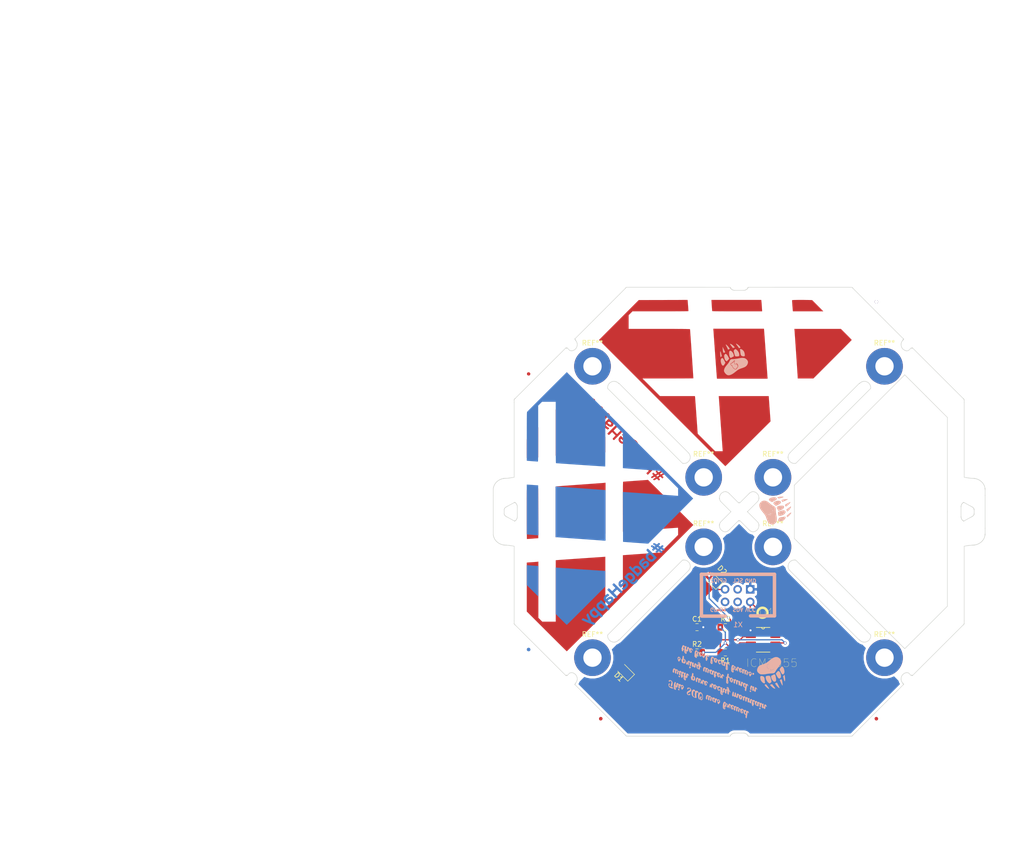
<source format=kicad_pcb>
(kicad_pcb (version 20171130) (host pcbnew "(5.1.2)-1")
  (layers (0 F.Cu signal) (31 B.Cu signal) (34 B.Paste user) (35 F.Paste user) (36 B.SilkS user hide) (37 F.SilkS user) (38 B.Mask user) (39 F.Mask user) (44 Edge.Cuts user))
  (net 0 "")
  (net 1 Drain)
  (net 2 GND)
  (net 3 "Net-(D1-Pad1)")
  (net 4 VDD)
  (net 5 "Net-(D2-Pad2)")
  (net 6 "Net-(R1-Pad1)")
  (net 7 "Net-(U1-Pad5)")
  (net 8 "Net-(U1-Pad7)")
  (net 9 "Net-(X1-Pad5)")
  (net 10 "Net-(X1-Pad6)")
  (net 11 "Net-(X1-Pad3)")
  (net 12 "Net-(X1-Pad4)")
  (module MountingHole:MountingHole_3.7mm_Pad (layer F.Cu) (at 139.1412 94.869)
    (fp_text reference REF** (at 0 -4.7) (layer F.SilkS))
    (fp_text value MountingHole_3.7mm_Pad)
    (pad 1 thru_hole circle (at 0 0) (size 7.4 7.4) (drill 3.7) (layers *.Cu *.Mask))
  )
  (module MountingHole:MountingHole_3.7mm_Pad (layer F.Cu) (at 116.713 72.4662)
    (fp_text reference REF** (at 0 -4.7) (layer F.SilkS))
    (fp_text value MountingHole_3.7mm_Pad)
    (pad 1 thru_hole circle (at 0 0) (size 7.4 7.4) (drill 3.7) (layers *.Cu *.Mask))
  )
  (module MountingHole:MountingHole_3.7mm_Pad (layer F.Cu) (at 175.6156 72.4662)
    (fp_text reference REF** (at 0 -4.7) (layer F.SilkS))
    (fp_text value MountingHole_3.7mm_Pad)
    (pad 1 thru_hole circle (at 0 0) (size 7.4 7.4) (drill 3.7) (layers *.Cu *.Mask))
  )
  (module MountingHole:MountingHole_3.7mm_Pad (layer F.Cu) (at 175.6156 131.2418)
    (fp_text reference REF** (at 0 -4.7) (layer F.SilkS))
    (fp_text value MountingHole_3.7mm_Pad)
    (pad 1 thru_hole circle (at 0 0) (size 7.4 7.4) (drill 3.7) (layers *.Cu *.Mask))
  )
  (module MountingHole:MountingHole_3.7mm_Pad (layer F.Cu) (at 153.1112 108.8898)
    (fp_text reference REF** (at 0 -4.7) (layer F.SilkS))
    (fp_text value MountingHole_3.7mm_Pad)
    (pad 1 thru_hole circle (at 0 0) (size 7.4 7.4) (drill 3.7) (layers *.Cu *.Mask))
  )
  (module MountingHole:MountingHole_3.7mm_Pad (layer F.Cu) (at 153.1112 94.869)
    (fp_text reference REF** (at 0 -4.7) (layer F.SilkS))
    (fp_text value MountingHole_3.7mm_Pad)
    (pad 1 thru_hole circle (at 0 0) (size 7.4 7.4) (drill 3.7) (layers *.Cu *.Mask))
  )
  (module MountingHole:MountingHole_3.7mm_Pad (layer F.Cu) (at 139.1412 108.8898)
    (fp_text reference REF** (at 0 -4.7) (layer F.SilkS))
    (fp_text value MountingHole_3.7mm_Pad)
    (pad 1 thru_hole circle (at 0 0) (size 7.4 7.4) (drill 3.7) (layers *.Cu *.Mask))
  )
  (module 04-H+H_sao:Badgelife-SAOv169-SAO-2x3 (layer F.Cu) (at 146.05 118.745 180)
    (fp_text reference X1 (at 0 -5.842) (layer B.SilkS) (effects (justify mirror)))
    (fp_text value Badgelife_sao_connector_v169bis)
    (fp_text user VCC (at -2.54 -2.794 180 unlocked) (layer B.SilkS) (effects (font (size 0.75 0.75)) (justify mirror)))
    (fp_text user SDA (at 0 -2.794 180 unlocked) (layer B.SilkS) (effects (font (size 0.75 0.75)) (justify mirror)))
    (fp_text user GPIO1 (at 3.937 -2.794 180 unlocked) (layer B.SilkS) (effects (font (size 0.75 0.75)) (justify mirror)))
    (fp_text user GND (at -2.54 3.048 180 unlocked) (layer B.SilkS) (effects (font (size 0.75 0.75)) (justify mirror)))
    (fp_text user SCL (at 0 3.048) (layer B.SilkS) (effects (font (size 0.75 0.75)) (justify mirror)))
    (fp_text user GPIO2 (at 3.937 3.048) (layer B.SilkS) (effects (font (size 0.75 0.75)) (justify mirror)))
    (pad 5 thru_hole circle (at 2.6 -1.25 90) (size 1.7272 1.7272) (drill 1.016) (layers *.Cu *.Mask) (net 9 "Net-(X1-Pad5)"))
    (pad 6 thru_hole circle (at 2.6 1.29 90) (size 1.7272 1.7272) (drill 1.016) (layers *.Cu *.Mask) (net 10 "Net-(X1-Pad6)"))
    (pad 3 thru_hole oval (at 0.06 -1.25 90) (size 1.7272 1.7272) (drill 1.016) (layers *.Cu *.Mask) (net 11 "Net-(X1-Pad3)"))
    (pad 4 thru_hole oval (at 0.06 1.29 90) (size 1.7272 1.7272) (drill 1.016) (layers *.Cu *.Mask) (net 12 "Net-(X1-Pad4)"))
    (pad 1 thru_hole oval (at -2.48 -1.25 90) (size 1.7272 1.7272) (drill 1.016) (layers *.Cu *.Mask) (net 4 VDD))
    (pad 2 thru_hole rect (at -2.48 1.29 90) (size 1.7272 1.7272) (drill 1.016) (layers *.Cu *.Mask) (net 2 GND))
  )
  (module LOGO (layer F.Cu) (at 146.177 101.8032)
    (fp_text reference G*** hide)
    (fp_text value LOGO hide)
    (fp_poly (pts (xy -42.199288 27.467591) (xy -42.080742 27.560732) (xy -42.007391 27.690977) (xy -41.987767 27.837881) (xy -42.030398 27.980997) (xy -42.092645 28.059621) (xy -42.232571 28.138072) (xy -42.394325 28.150323) (xy -42.547831 28.09706) (xy -42.610424 28.047758) (xy -42.69808 27.909652) (xy -42.715742 27.759661) (xy -42.671787 27.617937) (xy -42.574593 27.504636) (xy -42.432535 27.439912) (xy -42.3545 27.432) (xy -42.199288 27.467591)) (layer B.Cu) (width 0.01))
    (fp_poly (pts (xy -36.650083 11.283022) (xy -36.573332 11.289491) (xy -36.420093 11.301055) (xy -36.19699 11.317264) (xy -35.910647 11.337667) (xy -35.56769 11.361814) (xy -35.174743 11.389256) (xy -34.73843 11.419541) (xy -34.265377 11.45222) (xy -33.762207 11.486842) (xy -33.235546 11.522957) (xy -32.692019 11.560116) (xy -32.138249 11.597867) (xy -31.580862 11.635762) (xy -31.026482 11.673348) (xy -30.481734 11.710177) (xy -29.953242 11.745798) (xy -29.447632 11.77976) (xy -28.971527 11.811615) (xy -28.531553 11.840911) (xy -28.134333 11.867198) (xy -27.786494 11.890026) (xy -27.494659 11.908945) (xy -27.265453 11.923505) (xy -27.1055 11.933255) (xy -27.021426 11.937746) (xy -27.012064 11.938) (xy -26.881666 11.938) (xy -26.881666 15.092007) (xy -30.744669 18.954837) (xy -31.220952 19.430774) (xy -31.681 19.889857) (xy -32.121241 20.328551) (xy -32.538102 20.743322) (xy -32.928009 21.130636) (xy -33.287389 21.486959) (xy -33.612668 21.808756) (xy -33.900273 22.092493) (xy -34.146631 22.334635) (xy -34.348168 22.53165) (xy -34.501312 22.680001) (xy -34.602488 22.776155) (xy -34.648123 22.816579) (xy -34.650225 22.817667) (xy -34.688898 22.788709) (xy -34.780218 22.706291) (xy -34.917241 22.577102) (xy -35.093024 22.407826) (xy -35.300623 22.20515) (xy -35.533095 21.97576) (xy -35.782555 21.727284) (xy -36.872333 20.636901) (xy -36.872333 11.259927) (xy -36.650083 11.283022)) (layer B.Cu) (width 0.01))
    (fp_poly (pts (xy -30.364821 20.503194) (xy -30.338224 20.547785) (xy -30.285456 20.659072) (xy -30.211774 20.825132) (xy -30.12243 21.034042) (xy -30.022681 21.27388) (xy -29.990746 21.351961) (xy -29.6545 22.177349) (xy -29.284083 22.315812) (xy -29.083788 22.397186) (xy -28.962024 22.462717) (xy -28.914628 22.514728) (xy -28.913666 22.522217) (xy -28.947095 22.604783) (xy -29.028435 22.698086) (xy -29.129268 22.776227) (xy -29.221176 22.813308) (xy -29.233483 22.813685) (xy -29.292467 22.797323) (xy -29.419343 22.752971) (xy -29.603607 22.684613) (xy -29.834753 22.59623) (xy -30.102274 22.491804) (xy -30.395666 22.375315) (xy -30.490082 22.337435) (xy -30.861549 22.186443) (xy -31.157419 22.062521) (xy -31.381676 21.963843) (xy -31.538306 21.888582) (xy -31.631293 21.834912) (xy -31.664622 21.801006) (xy -31.664832 21.799004) (xy -31.633364 21.722783) (xy -31.556522 21.630736) (xy -31.461998 21.549816) (xy -31.377482 21.506973) (xy -31.363101 21.505334) (xy -31.298862 21.520772) (xy -31.176046 21.562499) (xy -31.013972 21.623631) (xy -30.878584 21.677948) (xy -30.695297 21.753218) (xy -30.533009 21.819678) (xy -30.412867 21.868678) (xy -30.364796 21.888106) (xy -30.270758 21.925649) (xy -30.357747 21.704908) (xy -30.421087 21.547572) (xy -30.499763 21.356769) (xy -30.568202 21.193984) (xy -30.628669 21.042588) (xy -30.67268 20.914703) (xy -30.691505 20.835936) (xy -30.691666 20.831872) (xy -30.664636 20.764121) (xy -30.597752 20.675711) (xy -30.512329 20.588075) (xy -30.42968 20.522645) (xy -30.371117 20.500855) (xy -30.364821 20.503194)) (layer B.Cu) (width 0.01))
    (fp_poly (pts (xy -29.07965 19.290829) (xy -28.982898 19.372032) (xy -28.846765 19.495848) (xy -28.680674 19.652851) (xy -28.494048 19.833614) (xy -28.296309 20.028709) (xy -28.09688 20.228711) (xy -27.905183 20.424192) (xy -27.730641 20.605725) (xy -27.582677 20.763884) (xy -27.470714 20.889242) (xy -27.404173 20.972371) (xy -27.389666 21.000384) (xy -27.421175 21.075273) (xy -27.497257 21.167018) (xy -27.590245 21.248314) (xy -27.672473 21.291861) (xy -27.686862 21.293667) (xy -27.74567 21.265696) (xy -27.841822 21.192457) (xy -27.951572 21.092584) (xy -28.060813 20.988) (xy -28.127037 20.936393) (xy -28.166476 20.930259) (xy -28.195364 20.962094) (xy -28.203427 20.976167) (xy -28.357529 21.17267) (xy -28.562261 21.315355) (xy -28.798243 21.396818) (xy -29.046091 21.409657) (xy -29.231166 21.368713) (xy -29.471596 21.24468) (xy -29.697524 21.056606) (xy -29.860343 20.860353) (xy -29.999205 20.605745) (xy -30.050448 20.38527) (xy -29.560527 20.38527) (xy -29.548068 20.428152) (xy -29.455159 20.592914) (xy -29.315939 20.745443) (xy -29.152773 20.867632) (xy -28.988022 20.941378) (xy -28.897498 20.954842) (xy -28.7776 20.922844) (xy -28.648976 20.8205) (xy -28.632915 20.803819) (xy -28.549516 20.705698) (xy -28.498176 20.626624) (xy -28.490333 20.601676) (xy -28.518783 20.552261) (xy -28.595607 20.459085) (xy -28.708014 20.336932) (xy -28.803729 20.23941) (xy -29.117125 19.928106) (xy -29.277247 20.007636) (xy -29.452311 20.121597) (xy -29.547384 20.248478) (xy -29.560527 20.38527) (xy -30.050448 20.38527) (xy -30.054903 20.366103) (xy -30.027442 20.141713) (xy -29.916825 19.932865) (xy -29.849878 19.854354) (xy -29.723833 19.744521) (xy -29.598789 19.672367) (xy -29.555518 19.658854) (xy -29.454967 19.619316) (xy -29.421666 19.565608) (xy -29.390656 19.485914) (xy -29.315574 19.390392) (xy -29.223344 19.306871) (xy -29.140891 19.263178) (xy -29.127599 19.261667) (xy -29.07965 19.290829)) (layer B.Cu) (width 0.01))
    (fp_poly (pts (xy -27.68265 17.893829) (xy -27.585898 17.975032) (xy -27.449765 18.098848) (xy -27.283674 18.255851) (xy -27.097048 18.436614) (xy -26.899309 18.631709) (xy -26.69988 18.831711) (xy -26.508183 19.027192) (xy -26.333641 19.208725) (xy -26.185677 19.366884) (xy -26.073714 19.492242) (xy -26.007173 19.575371) (xy -25.992666 19.603384) (xy -26.02178 19.67131) (xy -26.091794 19.760555) (xy -26.176721 19.843519) (xy -26.25057 19.892601) (xy -26.268818 19.896667) (xy -26.315932 19.868863) (xy -26.403887 19.795622) (xy -26.514495 19.6922) (xy -26.525435 19.681444) (xy -26.743365 19.46622) (xy -26.838896 19.620793) (xy -27.000669 19.807081) (xy -27.210381 19.937056) (xy -27.447908 20.003738) (xy -27.693127 20.000146) (xy -27.828404 19.964061) (xy -28.082685 19.834876) (xy -28.30168 19.656377) (xy -28.475838 19.442806) (xy -28.595612 19.208404) (xy -28.651453 18.967414) (xy -28.648843 18.923459) (xy -28.17859 18.923459) (xy -28.175088 18.953557) (xy -28.153701 19.031487) (xy -28.151666 19.051989) (xy -28.122391 19.113061) (xy -28.047605 19.207474) (xy -27.946868 19.314399) (xy -27.839739 19.413007) (xy -27.749501 19.480233) (xy -27.572146 19.54949) (xy -27.405499 19.535116) (xy -27.288696 19.469596) (xy -27.188412 19.369131) (xy -27.116189 19.264934) (xy -27.091522 19.210563) (xy -27.088179 19.162997) (xy -27.114876 19.107449) (xy -27.180327 19.029131) (xy -27.293247 18.913256) (xy -27.366319 18.840499) (xy -27.676568 18.532321) (xy -27.828065 18.58232) (xy -27.94748 18.642934) (xy -28.058526 18.733709) (xy -28.141972 18.834075) (xy -28.17859 18.923459) (xy -28.648843 18.923459) (xy -28.638857 18.755292) (xy -28.579113 18.620527) (xy -28.470208 18.478844) (xy -28.336637 18.355406) (xy -28.202894 18.275376) (xy -28.158518 18.261854) (xy -28.057967 18.222316) (xy -28.024666 18.168608) (xy -27.993656 18.088914) (xy -27.918574 17.993392) (xy -27.826344 17.909871) (xy -27.743891 17.866178) (xy -27.730599 17.864667) (xy -27.68265 17.893829)) (layer B.Cu) (width 0.01))
    (fp_poly (pts (xy -26.34506 16.580066) (xy -26.261535 16.647722) (xy -26.172622 16.731988) (xy -26.103037 16.809551) (xy -26.077333 16.855248) (xy -26.110611 16.887532) (xy -26.198117 16.950026) (xy -26.321361 17.029577) (xy -26.329327 17.034505) (xy -26.550818 17.190602) (xy -26.690845 17.335912) (xy -26.751576 17.472859) (xy -26.754666 17.510543) (xy -26.745551 17.587404) (xy -26.729413 17.610667) (xy -26.686639 17.584842) (xy -26.601353 17.517833) (xy -26.514035 17.443314) (xy -26.260958 17.255233) (xy -26.019248 17.143513) (xy -25.794037 17.108137) (xy -25.590454 17.14909) (xy -25.413632 17.266355) (xy -25.275865 17.447097) (xy -25.20295 17.648093) (xy -25.196963 17.858307) (xy -25.249671 18.029818) (xy -25.342579 18.160667) (xy -25.474128 18.288797) (xy -25.616535 18.390774) (xy -25.739015 18.442587) (xy -25.825865 18.476938) (xy -25.835881 18.528028) (xy -25.848596 18.595862) (xy -25.908593 18.685467) (xy -25.992826 18.771473) (xy -26.078251 18.828506) (xy -26.117725 18.838334) (xy -26.169567 18.809459) (xy -26.267753 18.729935) (xy -26.400224 18.61041) (xy -26.554922 18.461533) (xy -26.633062 18.38325) (xy -26.79642 18.215246) (xy -26.942962 18.0604) (xy -27.060063 17.932363) (xy -27.074727 17.915246) (xy -26.423941 17.915246) (xy -26.307129 18.037171) (xy -26.197976 18.119536) (xy -26.08242 18.134122) (xy -25.945112 18.079954) (xy -25.836778 18.007304) (xy -25.711407 17.885688) (xy -25.668962 17.770001) (xy -25.710009 17.661973) (xy -25.720245 17.649966) (xy -25.815264 17.583024) (xy -25.928518 17.581029) (xy -26.070426 17.645957) (xy -26.204502 17.74179) (xy -26.423941 17.915246) (xy -27.074727 17.915246) (xy -27.135094 17.844782) (xy -27.150923 17.823497) (xy -27.213958 17.656919) (xy -27.215225 17.457988) (xy -27.156626 17.250163) (xy -27.094978 17.133245) (xy -27.012008 17.027786) (xy -26.891901 16.905412) (xy -26.753019 16.78144) (xy -26.613725 16.671185) (xy -26.492385 16.589965) (xy -26.40736 16.553094) (xy -26.398481 16.552334) (xy -26.34506 16.580066)) (layer B.Cu) (width 0.01))
    (fp_poly (pts (xy -25.09906 14.464534) (xy -25.005439 14.544905) (xy -24.871852 14.667434) (xy -24.707727 14.822776) (xy -24.522496 15.001586) (xy -24.325585 15.194517) (xy -24.126426 15.392225) (xy -23.934447 15.585364) (xy -23.759078 15.764588) (xy -23.609748 15.920553) (xy -23.495886 16.043912) (xy -23.426921 16.12532) (xy -23.410333 16.153217) (xy -23.441553 16.216112) (xy -23.516704 16.298675) (xy -23.608022 16.375539) (xy -23.687744 16.421337) (xy -23.708145 16.425334) (xy -23.759907 16.396869) (xy -23.856924 16.319262) (xy -23.985552 16.204195) (xy -24.13215 16.063348) (xy -24.13969 16.055855) (xy -24.510889 15.686376) (xy -25.186707 16.35823) (xy -24.80652 16.745913) (xy -24.663712 16.893406) (xy -24.545381 17.019182) (xy -24.462729 17.111066) (xy -24.426962 17.156886) (xy -24.426333 17.158991) (xy -24.454401 17.212297) (xy -24.523033 17.295747) (xy -24.608871 17.385009) (xy -24.688555 17.455753) (xy -24.738032 17.483667) (xy -24.779595 17.4548) (xy -24.872503 17.373307) (xy -25.008655 17.24685) (xy -25.179947 17.083088) (xy -25.378278 16.889683) (xy -25.595547 16.674296) (xy -25.622647 16.647196) (xy -25.840128 16.427409) (xy -26.036532 16.224889) (xy -26.204187 16.047873) (xy -26.335419 15.904599) (xy -26.422558 15.803303) (xy -26.457931 15.752224) (xy -26.458333 15.749929) (xy -26.427343 15.673688) (xy -26.352489 15.580407) (xy -26.260951 15.497782) (xy -26.179907 15.453512) (xy -26.165658 15.451667) (xy -26.109338 15.480047) (xy -26.010578 15.556425) (xy -25.885504 15.667652) (xy -25.802168 15.747999) (xy -25.503845 16.044331) (xy -24.830553 15.367067) (xy -25.136443 15.059121) (xy -25.264326 14.926325) (xy -25.36596 14.813071) (xy -25.428567 14.734059) (xy -25.442333 14.707175) (xy -25.41103 14.644328) (xy -25.335654 14.561968) (xy -25.244005 14.485335) (xy -25.163882 14.439667) (xy -25.143286 14.435667) (xy -25.09906 14.464534)) (layer B.Cu) (width 0.01))
    (fp_poly (pts (xy -42.54555 10.798197) (xy -42.396923 10.807019) (xy -42.195219 10.820312) (xy -41.956098 10.836923) (xy -41.695219 10.855697) (xy -41.428242 10.875482) (xy -41.170824 10.895123) (xy -40.938626 10.913467) (xy -40.747307 10.92936) (xy -40.612526 10.941648) (xy -40.565916 10.946734) (xy -40.386 10.969521) (xy -40.386 14.014927) (xy -40.38643 14.514287) (xy -40.387672 14.98814) (xy -40.389658 15.429805) (xy -40.392318 15.832602) (xy -40.395582 16.189848) (xy -40.39938 16.494864) (xy -40.403643 16.740968) (xy -40.408301 16.921479) (xy -40.413284 17.029717) (xy -40.41775 17.059905) (xy -40.453861 17.030916) (xy -40.543003 16.948511) (xy -40.678429 16.819234) (xy -40.853393 16.649629) (xy -41.06115 16.446241) (xy -41.294953 16.215613) (xy -41.548057 15.964289) (xy -41.581916 15.930548) (xy -42.714333 14.801619) (xy -42.714333 10.795) (xy -42.625441 10.795) (xy -42.54555 10.798197)) (layer B.Cu) (width 0.01))
    (fp_poly (pts (xy -23.084918 13.731785) (xy -22.865058 13.824965) (xy -22.653817 13.989772) (xy -22.552579 14.094732) (xy -22.394036 14.317493) (xy -22.300359 14.553538) (xy -22.277663 14.784943) (xy -22.288876 14.867715) (xy -22.379521 15.113177) (xy -22.539335 15.348345) (xy -22.753189 15.555053) (xy -22.98649 15.705407) (xy -23.124079 15.768026) (xy -23.220116 15.78146) (xy -23.304619 15.741757) (xy -23.402029 15.650735) (xy -23.500738 15.535223) (xy -23.5303 15.457505) (xy -23.491423 15.407533) (xy -23.420916 15.382966) (xy -23.201377 15.302034) (xy -23.00477 15.17773) (xy -22.850451 15.025887) (xy -22.757781 14.862337) (xy -22.749359 14.833749) (xy -22.74676 14.742701) (xy -22.768169 14.632309) (xy -22.804101 14.534391) (xy -22.845073 14.480763) (xy -22.855388 14.478) (xy -22.893748 14.506376) (xy -22.979585 14.584108) (xy -23.101095 14.700104) (xy -23.246473 14.843269) (xy -23.283333 14.880167) (xy -23.436643 15.029004) (xy -23.574011 15.152948) (xy -23.682183 15.240702) (xy -23.747906 15.280968) (xy -23.755149 15.282334) (xy -23.831104 15.248536) (xy -23.929518 15.161267) (xy -24.032919 15.041716) (xy -24.123833 14.911069) (xy -24.184787 14.790514) (xy -24.19769 14.745717) (xy -24.207722 14.568167) (xy -23.775422 14.568167) (xy -23.75435 14.654694) (xy -23.715118 14.689667) (xy -23.672505 14.661512) (xy -23.587078 14.586512) (xy -23.474694 14.478862) (xy -23.432595 14.436774) (xy -23.322147 14.318686) (xy -23.244045 14.222495) (xy -23.210425 14.163703) (xy -23.211671 14.154552) (xy -23.302257 14.118104) (xy -23.426626 14.133328) (xy -23.560328 14.190428) (xy -23.678918 14.27961) (xy -23.747404 14.369185) (xy -23.774188 14.462265) (xy -23.775422 14.568167) (xy -24.207722 14.568167) (xy -24.21225 14.488053) (xy -24.161483 14.249864) (xy -24.056976 14.062088) (xy -23.850652 13.866799) (xy -23.60851 13.745417) (xy -23.339324 13.70228) (xy -23.329209 13.702241) (xy -23.084918 13.731785)) (layer B.Cu) (width 0.01))
    (fp_poly (pts (xy -21.690313 12.327348) (xy -21.521735 12.392889) (xy -21.3152 12.535106) (xy -21.13301 12.723868) (xy -20.989136 12.938836) (xy -20.897549 13.159669) (xy -20.871263 13.339912) (xy -20.910489 13.52676) (xy -21.012759 13.714459) (xy -21.159898 13.879937) (xy -21.333732 14.000123) (xy -21.417997 14.033951) (xy -21.48881 14.060746) (xy -21.4843 14.089958) (xy -21.441656 14.123531) (xy -21.303764 14.180261) (xy -21.157444 14.153924) (xy -21.001065 14.044164) (xy -20.979074 14.022917) (xy -20.866961 13.89557) (xy -20.768649 13.758062) (xy -20.738325 13.705417) (xy -20.675993 13.60687) (xy -20.617894 13.551244) (xy -20.602611 13.546667) (xy -20.543132 13.575057) (xy -20.453746 13.647128) (xy -20.405408 13.694069) (xy -20.26254 13.841471) (xy -20.42184 14.072767) (xy -20.640886 14.335202) (xy -20.885662 14.521054) (xy -21.017157 14.586001) (xy -21.205988 14.639004) (xy -21.390138 14.629059) (xy -21.589113 14.559466) (xy -21.674439 14.505283) (xy -21.801252 14.405036) (xy -21.958748 14.269195) (xy -22.136125 14.108229) (xy -22.32258 13.932606) (xy -22.507312 13.752795) (xy -22.679517 13.579266) (xy -22.828394 13.422487) (xy -22.943139 13.292927) (xy -23.012951 13.201055) (xy -23.029333 13.163714) (xy -23.020655 13.143651) (xy -22.4354 13.143651) (xy -22.151419 13.429826) (xy -21.988446 13.585381) (xy -21.862704 13.67759) (xy -21.758695 13.709352) (xy -21.660926 13.683567) (xy -21.5539 13.603134) (xy -21.500353 13.551647) (xy -21.408607 13.449249) (xy -21.34895 13.362223) (xy -21.336 13.325166) (xy -21.364905 13.239412) (xy -21.439234 13.121855) (xy -21.540406 12.996115) (xy -21.649838 12.885813) (xy -21.728863 12.825758) (xy -21.910995 12.752797) (xy -22.079412 12.76307) (xy -22.231953 12.855934) (xy -22.354994 13.011433) (xy -22.4354 13.143651) (xy -23.020655 13.143651) (xy -23.000284 13.096562) (xy -22.926141 13.001585) (xy -22.870583 12.944748) (xy -22.761035 12.828699) (xy -22.66855 12.709472) (xy -22.64148 12.66585) (xy -22.562991 12.564447) (xy -22.446152 12.457682) (xy -22.390572 12.41732) (xy -22.179017 12.324516) (xy -21.936596 12.294273) (xy -21.690313 12.327348)) (layer B.Cu) (width 0.01))
    (fp_poly (pts (xy -20.206116 10.962808) (xy -20.115032 11.004295) (xy -19.919922 11.136897) (xy -19.739687 11.316674) (xy -19.588838 11.523173) (xy -19.481886 11.735945) (xy -19.433343 11.934538) (xy -19.43193 11.966994) (xy -19.469254 12.181471) (xy -19.573214 12.383305) (xy -19.727381 12.549417) (xy -19.915325 12.656728) (xy -19.925365 12.660152) (xy -20.030622 12.71565) (xy -20.066 12.78003) (xy -20.095102 12.852366) (xy -20.165296 12.944598) (xy -20.250911 13.02892) (xy -20.32628 13.077529) (xy -20.343861 13.081) (xy -20.382946 13.052143) (xy -20.47377 12.970543) (xy -20.60854 12.84366) (xy -20.77946 12.67895) (xy -20.978735 12.483872) (xy -21.198572 12.265885) (xy -21.262295 12.202214) (xy -21.485189 11.977676) (xy -21.687253 11.77133) (xy -21.710582 11.747123) (xy -21.038063 11.747123) (xy -20.733008 12.054228) (xy -20.59962 12.183077) (xy -20.483504 12.285315) (xy -20.40001 12.347966) (xy -20.36979 12.361334) (xy -20.295326 12.344102) (xy -20.186432 12.301632) (xy -20.164477 12.291506) (xy -20.004785 12.188361) (xy -19.925742 12.066861) (xy -19.927027 11.92401) (xy -20.008319 11.756812) (xy -20.095203 11.643752) (xy -20.280807 11.463857) (xy -20.457517 11.367885) (xy -20.624872 11.355848) (xy -20.782414 11.427758) (xy -20.929683 11.583627) (xy -20.955777 11.621684) (xy -21.038063 11.747123) (xy -21.710582 11.747123) (xy -21.86103 11.591015) (xy -21.999061 11.44457) (xy -22.09389 11.339835) (xy -22.138059 11.28465) (xy -22.140333 11.279185) (xy -22.112138 11.226011) (xy -22.040445 11.140587) (xy -21.99168 11.090862) (xy -21.843026 10.946781) (xy -21.343772 11.440825) (xy -21.277906 11.313455) (xy -21.132806 11.118609) (xy -20.937908 10.982088) (xy -20.708381 10.907926) (xy -20.459394 10.900155) (xy -20.206116 10.962808)) (layer B.Cu) (width 0.01))
    (fp_poly (pts (xy -19.071278 9.482559) (xy -18.984368 9.576569) (xy -18.931009 9.653119) (xy -18.923 9.67743) (xy -18.957237 9.723547) (xy -19.046345 9.792356) (xy -19.152535 9.858126) (xy -19.331806 9.978392) (xy -19.471235 10.109438) (xy -19.55922 10.237343) (xy -19.584158 10.348185) (xy -19.579535 10.370506) (xy -19.55967 10.414046) (xy -19.527602 10.419386) (xy -19.466983 10.380224) (xy -19.361459 10.290259) (xy -19.353794 10.283506) (xy -19.133851 10.110846) (xy -18.934399 10.00413) (xy -18.736247 9.954509) (xy -18.626714 9.948334) (xy -18.489698 9.95586) (xy -18.390034 9.989159) (xy -18.288738 10.06431) (xy -18.241817 10.107084) (xy -18.0925 10.296258) (xy -18.022502 10.502418) (xy -18.031658 10.713381) (xy -18.119803 10.916962) (xy -18.254893 11.073466) (xy -18.376474 11.170404) (xy -18.496304 11.245848) (xy -18.546167 11.268463) (xy -18.636915 11.322243) (xy -18.669 11.383888) (xy -18.6985 11.45692) (xy -18.769667 11.549281) (xy -18.8565 11.633199) (xy -18.932999 11.680903) (xy -18.949972 11.684) (xy -18.992505 11.655137) (xy -19.08323 11.57513) (xy -19.211643 11.453855) (xy -19.367238 11.301185) (xy -19.505315 11.161971) (xy -19.714991 10.944058) (xy -19.86897 10.77157) (xy -19.901874 10.728075) (xy -19.203566 10.728075) (xy -19.203394 10.776094) (xy -19.148448 10.843791) (xy -19.13425 10.858944) (xy -19.012874 10.947303) (xy -18.881831 10.954721) (xy -18.782633 10.91671) (xy -18.623044 10.809641) (xy -18.529199 10.69265) (xy -18.505142 10.576771) (xy -18.55492 10.473038) (xy -18.604818 10.431721) (xy -18.673175 10.393656) (xy -18.733298 10.390413) (xy -18.815734 10.425943) (xy -18.89062 10.468691) (xy -19.016634 10.551176) (xy -19.122784 10.635153) (xy -19.152264 10.664056) (xy -19.203566 10.728075) (xy -19.901874 10.728075) (xy -19.973989 10.632748) (xy -20.036787 10.515829) (xy -20.0641 10.409055) (xy -20.062668 10.300664) (xy -20.047683 10.215311) (xy -19.986925 10.070607) (xy -19.870848 9.90103) (xy -19.715976 9.726507) (xy -19.538832 9.566966) (xy -19.462861 9.50999) (xy -19.219556 9.338842) (xy -19.071278 9.482559)) (layer B.Cu) (width 0.01))
    (fp_poly (pts (xy -18.265722 7.479623) (xy -18.175329 7.560394) (xy -18.044404 7.683832) (xy -17.882058 7.840789) (xy -17.697403 8.022118) (xy -17.49955 8.218671) (xy -17.297611 8.421302) (xy -17.100695 8.620862) (xy -16.917916 8.808204) (xy -16.758384 8.97418) (xy -16.631211 9.109644) (xy -16.545507 9.205446) (xy -16.510384 9.252441) (xy -16.51 9.254275) (xy -16.538425 9.306454) (xy -16.612024 9.394162) (xy -16.689916 9.473868) (xy -16.816061 9.601885) (xy -16.93845 9.736102) (xy -16.992122 9.799828) (xy -17.178453 9.970647) (xy -17.400223 10.074069) (xy -17.639765 10.104922) (xy -17.877253 10.058842) (xy -18.176834 9.904969) (xy -18.429405 9.687101) (xy -18.519068 9.577285) (xy -18.657826 9.332195) (xy -18.721184 9.08926) (xy -18.718964 9.038408) (xy -18.24474 9.038408) (xy -18.191549 9.182698) (xy -18.086916 9.319966) (xy -17.902001 9.497939) (xy -17.729447 9.610664) (xy -17.579091 9.651777) (xy -17.573936 9.651842) (xy -17.47799 9.619632) (xy -17.35722 9.532487) (xy -17.309353 9.487647) (xy -17.218252 9.390167) (xy -17.15857 9.31407) (xy -17.145 9.285504) (xy -17.173323 9.24172) (xy -17.249826 9.153237) (xy -17.361812 9.0342) (xy -17.458534 8.936273) (xy -17.620178 8.782012) (xy -17.742636 8.687749) (xy -17.842459 8.649747) (xy -17.936194 8.664268) (xy -18.04039 8.727574) (xy -18.115404 8.787918) (xy -18.219222 8.90936) (xy -18.24474 9.038408) (xy -18.718964 9.038408) (xy -18.711129 8.858972) (xy -18.629649 8.651824) (xy -18.478732 8.478308) (xy -18.288651 8.361127) (xy -18.114662 8.282669) (xy -18.349497 8.045357) (xy -18.460785 7.92509) (xy -18.543562 7.820765) (xy -18.582961 7.751513) (xy -18.584333 7.743109) (xy -18.554995 7.675) (xy -18.484443 7.585823) (xy -18.398869 7.503146) (xy -18.324466 7.454536) (xy -18.306472 7.450667) (xy -18.265722 7.479623)) (layer B.Cu) (width 0.01))
    (fp_poly (pts (xy -15.991045 6.318497) (xy -15.882131 6.406325) (xy -15.847563 6.487683) (xy -15.88629 6.581076) (xy -15.97059 6.678176) (xy -16.127853 6.839228) (xy -15.938654 6.942583) (xy -15.749455 7.045937) (xy -15.588192 6.888469) (xy -15.460011 6.778831) (xy -15.361899 6.737313) (xy -15.278566 6.760541) (xy -15.225394 6.808417) (xy -15.166585 6.89854) (xy -15.17097 6.985512) (xy -15.242168 7.089931) (xy -15.282446 7.133283) (xy -15.409559 7.264431) (xy -15.155905 7.410465) (xy -15.00053 7.511263) (xy -14.920928 7.595638) (xy -14.912285 7.673134) (xy -14.969786 7.753292) (xy -14.97875 7.761606) (xy -15.073844 7.820077) (xy -15.179328 7.819287) (xy -15.315807 7.757654) (xy -15.357258 7.732506) (xy -15.512758 7.636611) (xy -15.614373 7.582008) (xy -15.679218 7.563871) (xy -15.724413 7.577373) (xy -15.766542 7.6171) (xy -15.799338 7.660749) (xy -15.797522 7.698715) (xy -15.749944 7.745296) (xy -15.645456 7.81479) (xy -15.58137 7.854588) (xy -15.454759 7.939299) (xy -15.363057 8.013166) (xy -15.324857 8.061086) (xy -15.324666 8.063138) (xy -15.35317 8.123666) (xy -15.422835 8.205236) (xy -15.433236 8.215238) (xy -15.541806 8.317234) (xy -15.718986 8.214918) (xy -15.895474 8.112123) (xy -16.014035 8.046103) (xy -16.091856 8.014561) (xy -16.14612 8.015196) (xy -16.194012 8.045711) (xy -16.252717 8.103807) (xy -16.287751 8.138834) (xy -16.412769 8.247299) (xy -16.508345 8.288999) (xy -16.593662 8.26648) (xy -16.679928 8.190867) (xy -16.779947 8.084401) (xy -16.624714 7.925428) (xy -16.46948 7.766455) (xy -16.65431 7.654814) (xy -16.839139 7.543173) (xy -17.000661 7.708587) (xy -17.114212 7.816659) (xy -17.194738 7.863117) (xy -17.262759 7.85193) (xy -17.338796 7.787068) (xy -17.349287 7.776022) (xy -17.417333 7.693874) (xy -17.43219 7.629035) (xy -17.390578 7.555185) (xy -17.310928 7.468321) (xy -17.180523 7.333777) (xy -17.280054 7.276831) (xy -16.526013 7.276831) (xy -16.47502 7.321236) (xy -16.376807 7.381749) (xy -16.271412 7.444551) (xy -16.202801 7.484752) (xy -16.188478 7.4926) (xy -16.160903 7.46573) (xy -16.110525 7.411307) (xy -16.071161 7.360174) (xy -16.074762 7.319982) (xy -16.132096 7.270737) (xy -16.215238 7.216841) (xy -16.322571 7.151557) (xy -16.385598 7.128612) (xy -16.431503 7.144982) (xy -16.477498 7.187683) (xy -16.523453 7.23884) (xy -16.526013 7.276831) (xy -17.280054 7.276831) (xy -17.419992 7.196767) (xy -17.578363 7.097291) (xy -17.664679 7.017357) (xy -17.686199 6.946879) (xy -17.650634 6.876316) (xy -17.572715 6.798781) (xy -17.493471 6.768563) (xy -17.393458 6.786551) (xy -17.253233 6.853633) (xy -17.175338 6.898023) (xy -17.033398 6.979449) (xy -16.944913 7.022093) (xy -16.890582 7.030475) (xy -16.851102 7.009115) (xy -16.823372 6.980438) (xy -16.77485 6.915485) (xy -16.767787 6.885102) (xy -16.811328 6.857366) (xy -16.904586 6.801859) (xy -16.982658 6.756444) (xy -17.135244 6.663069) (xy -17.219289 6.592007) (xy -17.24258 6.528931) (xy -17.212902 6.459512) (xy -17.17208 6.407891) (xy -17.100534 6.331385) (xy -17.044584 6.311445) (xy -16.965216 6.34035) (xy -16.927022 6.359399) (xy -16.793393 6.430467) (xy -16.649337 6.512217) (xy -16.628378 6.524643) (xy -16.47159 6.6184) (xy -16.276422 6.4385) (xy -16.166977 6.341447) (xy -16.096675 6.295155) (xy -16.044515 6.290792) (xy -15.991045 6.318497)) (layer B.Cu) (width 0.01))
    (fp_poly (pts (xy -21.907474 -15.409307) (xy -9.165445 -2.667226) (xy -10.498731 -1.323029) (xy -10.719799 -1.100309) (xy -10.994305 -0.824012) (xy -11.315901 -0.500516) (xy -11.678242 -0.136197) (xy -12.074982 0.262568) (xy -12.499773 0.689403) (xy -12.946269 1.137932) (xy -13.408125 1.601777) (xy -13.878992 2.074562) (xy -14.352526 2.549911) (xy -14.82238 3.021446) (xy -15.028154 3.227917) (xy -18.224291 6.434667) (xy -18.393729 6.429545) (xy -18.466933 6.425522) (xy -18.616293 6.4158) (xy -18.83353 6.400967) (xy -19.110366 6.381607) (xy -19.438525 6.358308) (xy -19.809727 6.331657) (xy -20.215694 6.302238) (xy -20.64815 6.270639) (xy -20.933833 6.249628) (xy -23.3045 6.074834) (xy -23.315256 1.04775) (xy -23.326012 -3.979333) (xy -23.204622 -3.979333) (xy -23.150605 -3.976369) (xy -23.018315 -3.96777) (xy -22.813927 -3.953975) (xy -22.543615 -3.935424) (xy -22.213555 -3.912555) (xy -21.829922 -3.885809) (xy -21.398891 -3.855623) (xy -20.926637 -3.822438) (xy -20.419334 -3.786693) (xy -19.88316 -3.748826) (xy -19.324287 -3.709278) (xy -18.748891 -3.668488) (xy -18.163148 -3.626894) (xy -17.573233 -3.584935) (xy -16.985319 -3.543053) (xy -16.405584 -3.501684) (xy -15.840201 -3.461269) (xy -15.295345 -3.422248) (xy -14.777193 -3.385058) (xy -14.291918 -3.35014) (xy -13.845696 -3.317932) (xy -13.444703 -3.288875) (xy -13.095112 -3.263407) (xy -12.803099 -3.241967) (xy -12.57484 -3.224995) (xy -12.416508 -3.21293) (xy -12.334281 -3.206211) (xy -12.329583 -3.205761) (xy -12.192 -3.192001) (xy -12.192 -4.720544) (xy -13.959416 -6.484815) (xy -15.726833 -8.249086) (xy -19.388666 -8.507654) (xy -19.940528 -8.546755) (xy -20.470284 -8.584549) (xy -20.971553 -8.620565) (xy -21.437957 -8.654334) (xy -21.863116 -8.685386) (xy -22.240651 -8.713249) (xy -22.564182 -8.737454) (xy -22.827329 -8.75753) (xy -23.023713 -8.773008) (xy -23.146955 -8.783417) (xy -23.188083 -8.787695) (xy -23.325666 -8.80917) (xy -23.325666 -15.854211) (xy -26.881666 -19.409455) (xy -26.881666 -14.279226) (xy -26.881923 -13.627294) (xy -26.882673 -12.999065) (xy -26.883883 -12.399712) (xy -26.885521 -11.834407) (xy -26.887557 -11.308324) (xy -26.889957 -10.826634) (xy -26.892691 -10.394511) (xy -26.895725 -10.017127) (xy -26.899029 -9.699655) (xy -26.90257 -9.447267) (xy -26.906316 -9.265136) (xy -26.910236 -9.158436) (xy -26.913416 -9.130885) (xy -26.958568 -9.131492) (xy -27.081778 -9.137575) (xy -27.276646 -9.148699) (xy -27.536768 -9.164433) (xy -27.855744 -9.184343) (xy -28.227172 -9.207995) (xy -28.64465 -9.234957) (xy -29.101777 -9.264795) (xy -29.592151 -9.297076) (xy -30.10937 -9.331367) (xy -30.647032 -9.367235) (xy -31.198737 -9.404246) (xy -31.758082 -9.441968) (xy -32.318665 -9.479967) (xy -32.874086 -9.51781) (xy -33.417942 -9.555064) (xy -33.943831 -9.591296) (xy -34.445352 -9.626072) (xy -34.916104 -9.658959) (xy -35.349684 -9.689525) (xy -35.739692 -9.717335) (xy -36.079724 -9.741957) (xy -36.36338 -9.762958) (xy -36.584259 -9.779904) (xy -36.735957 -9.792362) (xy -36.812074 -9.7999) (xy -36.819416 -9.801199) (xy -36.826916 -9.819103) (xy -36.83372 -9.869917) (xy -36.839857 -9.957084) (xy -36.845357 -10.084043) (xy -36.850248 -10.254238) (xy -36.854562 -10.471108) (xy -36.858325 -10.738094) (xy -36.86157 -11.058639) (xy -36.864323 -11.436183) (xy -36.866616 -11.874167) (xy -36.868477 -12.376033) (xy -36.869935 -12.945222) (xy -36.871021 -13.585174) (xy -36.871762 -14.299332) (xy -36.87219 -15.091136) (xy -36.872333 -15.964027) (xy -36.872333 -22.182666) (xy -38.259586 -22.182667) (xy -39.646839 -22.182667) (xy -40.428333 -21.397909) (xy -40.428333 -15.757788) (xy -40.428518 -14.90353) (xy -40.429089 -14.130897) (xy -40.430073 -13.436845) (xy -40.431496 -12.818332) (xy -40.433386 -12.272317) (xy -40.435767 -11.795757) (xy -40.438668 -11.38561) (xy -40.442114 -11.038834) (xy -40.446131 -10.752387) (xy -40.450747 -10.523227) (xy -40.455987 -10.348311) (xy -40.461878 -10.224598) (xy -40.468447 -10.149045) (xy -40.47572 -10.11861) (xy -40.477362 -10.117666) (xy -40.543985 -10.120837) (xy -40.679804 -10.129586) (xy -40.869619 -10.142771) (xy -41.098226 -10.159251) (xy -41.350422 -10.177882) (xy -41.611005 -10.197524) (xy -41.864774 -10.217032) (xy -42.096525 -10.235265) (xy -42.291055 -10.251081) (xy -42.433163 -10.263337) (xy -42.492083 -10.269054) (xy -42.714333 -10.293092) (xy -42.712833 -15.168963) (xy -42.71241 -15.948826) (xy -42.711618 -16.647864) (xy -42.710416 -17.269918) (xy -42.708761 -17.81883) (xy -42.706612 -18.298441) (xy -42.703926 -18.712593) (xy -42.70066 -19.065125) (xy -42.696774 -19.35988) (xy -42.692225 -19.600699) (xy -42.686971 -19.791423) (xy -42.68097 -19.935893) (xy -42.67418 -20.03795) (xy -42.666559 -20.101437) (xy -42.658523 -20.1295) (xy -42.622596 -20.169233) (xy -42.530225 -20.265139) (xy -42.384958 -20.413651) (xy -42.190346 -20.611198) (xy -41.949938 -20.854212) (xy -41.667283 -21.139124) (xy -41.34593 -21.462365) (xy -40.989428 -21.820366) (xy -40.601328 -22.209558) (xy -40.185178 -22.626371) (xy -39.744527 -23.067238) (xy -39.282926 -23.528588) (xy -38.803922 -24.006853) (xy -38.627608 -24.182777) (xy -34.649502 -28.151388) (xy -21.907474 -15.409307)) (layer B.Cu) (width 0.01))
    (fp_poly (pts (xy -36.747359 -5.076982) (xy -36.611017 -5.068243) (xy -36.403386 -5.05426) (xy -36.131041 -5.035506) (xy -35.800558 -5.012456) (xy -35.418512 -4.985584) (xy -34.991479 -4.955367) (xy -34.526033 -4.922278) (xy -34.028751 -4.886792) (xy -33.506207 -4.849383) (xy -32.964978 -4.810527) (xy -32.411638 -4.770699) (xy -31.852763 -4.730372) (xy -31.294928 -4.690022) (xy -30.744709 -4.650123) (xy -30.208681 -4.611151) (xy -29.693419 -4.573579) (xy -29.205498 -4.537883) (xy -28.751495 -4.504537) (xy -28.337985 -4.474016) (xy -27.971542 -4.446795) (xy -27.658743 -4.423349) (xy -27.406162 -4.404151) (xy -27.220375 -4.389678) (xy -27.107958 -4.380403) (xy -27.08275 -4.378019) (xy -26.839333 -4.35202) (xy -26.839333 5.842) (xy -27.061583 5.835225) (xy -27.217986 5.828342) (xy -27.360609 5.818632) (xy -27.410833 5.813753) (xy -27.46982 5.808755) (xy -27.607506 5.798142) (xy -27.818141 5.782333) (xy -28.095974 5.761748) (xy -28.435253 5.736807) (xy -28.830226 5.70793) (xy -29.275144 5.675536) (xy -29.764253 5.640046) (xy -30.291804 5.601878) (xy -30.852044 5.561452) (xy -31.439223 5.519189) (xy -31.9405 5.483189) (xy -32.549519 5.439436) (xy -33.139032 5.396967) (xy -33.703013 5.356224) (xy -34.235438 5.317647) (xy -34.73028 5.281676) (xy -35.181513 5.248752) (xy -35.583113 5.219315) (xy -35.929053 5.193805) (xy -36.213308 5.172663) (xy -36.429852 5.15633) (xy -36.57266 5.145245) (xy -36.628916 5.140532) (xy -36.914666 5.113741) (xy -36.914666 -5.08) (xy -36.805837 -5.08) (xy -36.747359 -5.076982)) (layer B.Cu) (width 0.01))
    (fp_poly (pts (xy -42.496177 -5.459565) (xy -42.344967 -5.451393) (xy -42.136908 -5.43859) (xy -41.88579 -5.422026) (xy -41.605402 -5.402568) (xy -41.43375 -5.390224) (xy -40.428333 -5.316971) (xy -40.428333 -3.850818) (xy -40.427975 -3.572072) (xy -40.426936 -3.218731) (xy -40.425275 -2.800863) (xy -40.423047 -2.328537) (xy -40.420308 -1.811821) (xy -40.417114 -1.260784) (xy -40.413523 -0.685494) (xy -40.409591 -0.096019) (xy -40.405373 0.497572) (xy -40.400926 1.085211) (xy -40.400194 1.178334) (xy -40.372055 4.741334) (xy -40.622444 4.735509) (xy -40.740774 4.730211) (xy -40.926418 4.718788) (xy -41.162338 4.702434) (xy -41.431499 4.68234) (xy -41.716864 4.6597) (xy -41.783 4.654258) (xy -42.050676 4.631963) (xy -42.288186 4.611966) (xy -42.483178 4.595325) (xy -42.623301 4.583097) (xy -42.696205 4.57634) (xy -42.70375 4.575416) (xy -42.705109 4.533506) (xy -42.706417 4.41214) (xy -42.707664 4.21653) (xy -42.708838 3.951886) (xy -42.709928 3.623421) (xy -42.710924 3.236345) (xy -42.711814 2.795869) (xy -42.712588 2.307205) (xy -42.713234 1.775564) (xy -42.713741 1.206157) (xy -42.714099 0.604195) (xy -42.714296 -0.025111) (xy -42.714333 -0.4445) (xy -42.714333 -5.461) (xy -42.57675 -5.462238) (xy -42.496177 -5.459565)) (layer B.Cu) (width 0.01))
  )
  (module LOGO (layer F.Cu) (at 146.177 101.8032)
    (fp_text reference G*** hide)
    (fp_text value LOGO hide)
  )
  (module LOGO (layer F.Cu) (at 146.177 101.8032)
    (fp_text reference G*** hide)
    (fp_text value LOGO hide)
  )
  (module LOGO (layer F.Cu) (at 146.177 101.8032)
    (fp_text reference G*** hide)
    (fp_text value LOGO hide)
    (fp_poly (pts (xy -27.605359 41.439675) (xy -27.528706 41.505961) (xy -27.44452 41.657552) (xy -27.443396 41.813434) (xy -27.524825 41.96433) (xy -27.555743 41.997923) (xy -27.694771 42.095743) (xy -27.845227 42.113496) (xy -27.968982 42.079038) (xy -28.08293 41.989811) (xy -28.142782 41.838463) (xy -28.151666 41.729663) (xy -28.115745 41.579814) (xy -28.022049 41.468313) (xy -27.891684 41.402737) (xy -27.745752 41.390665) (xy -27.605359 41.439675)) (layer F.Cu) (width 0.01))
    (fp_poly (pts (xy 27.943433 41.420531) (xy 28.061909 41.507255) (xy 28.136451 41.638604) (xy 28.151667 41.743356) (xy 28.117602 41.91818) (xy 28.018137 42.04042) (xy 27.857371 42.105191) (xy 27.846714 42.107008) (xy 27.735205 42.114296) (xy 27.65089 42.082063) (xy 27.560964 42.003144) (xy 27.456974 41.853055) (xy 27.435914 41.698059) (xy 27.498238 41.545151) (xy 27.528706 41.505961) (xy 27.656401 41.412098) (xy 27.801454 41.386217) (xy 27.943433 41.420531)) (layer F.Cu) (width 0.01))
    (fp_poly (pts (xy -7.33065 13.387157) (xy -7.14239 13.435729) (xy -7.075497 13.481541) (xy -6.959747 13.579325) (xy -6.804952 13.720007) (xy -6.620922 13.894511) (xy -6.417468 14.093765) (xy -6.261323 14.250646) (xy -6.022438 14.494799) (xy -5.836812 14.688744) (xy -5.697001 14.841294) (xy -5.595564 14.961265) (xy -5.525057 15.05747) (xy -5.478037 15.138726) (xy -5.447063 15.213846) (xy -5.446406 15.215791) (xy -5.384399 15.494553) (xy -5.392705 15.745129) (xy -5.435628 15.886943) (xy -5.471055 15.929844) (xy -5.563452 16.029288) (xy -5.709776 16.182231) (xy -5.906982 16.385633) (xy -6.152027 16.636451) (xy -6.441868 16.931644) (xy -6.77346 17.268169) (xy -7.14376 17.642986) (xy -7.549723 18.053052) (xy -7.988307 18.495326) (xy -8.456467 18.966766) (xy -8.951159 19.464329) (xy -9.46934 19.984974) (xy -10.007966 20.52566) (xy -10.563993 21.083344) (xy -11.134378 21.654985) (xy -11.716076 22.237541) (xy -12.306043 22.82797) (xy -12.901237 23.42323) (xy -13.498613 24.02028) (xy -14.095127 24.616077) (xy -14.687736 25.207581) (xy -15.273395 25.791748) (xy -15.849062 26.365538) (xy -16.411692 26.925908) (xy -16.958241 27.469817) (xy -17.485666 27.994223) (xy -17.990922 28.496084) (xy -18.470967 28.972358) (xy -18.922756 29.420004) (xy -19.343246 29.835979) (xy -19.729392 30.217242) (xy -20.078151 30.560751) (xy -20.386479 30.863465) (xy -20.651333 31.122341) (xy -20.869668 31.334338) (xy -21.03844 31.496413) (xy -21.154607 31.605526) (xy -21.215124 31.658634) (xy -21.222339 31.663342) (xy -21.418884 31.701885) (xy -21.651614 31.680857) (xy -21.822418 31.636972) (xy -21.894576 31.610484) (xy -21.969125 31.571426) (xy -22.054824 31.512422) (xy -22.16043 31.426099) (xy -22.2947 31.305083) (xy -22.46639 31.141997) (xy -22.68426 30.929468) (xy -22.811749 30.803837) (xy -23.026203 30.58908) (xy -23.222639 30.386696) (xy -23.392158 30.206308) (xy -23.525861 30.05754) (xy -23.614847 29.950015) (xy -23.648247 29.899277) (xy -23.700839 29.683663) (xy -23.691152 29.455604) (xy -23.662342 29.350339) (xy -23.628284 29.308786) (xy -23.537212 29.21057) (xy -23.392156 29.058723) (xy -23.196145 28.856277) (xy -22.952209 28.606263) (xy -22.663377 28.311713) (xy -22.332679 27.975657) (xy -21.963143 27.601127) (xy -21.5578 27.191154) (xy -21.119678 26.74877) (xy -20.651808 26.277006) (xy -20.157217 25.778894) (xy -19.638937 25.257464) (xy -19.099996 24.715749) (xy -18.543423 24.156779) (xy -17.972249 23.583586) (xy -17.389502 22.999201) (xy -16.798211 22.406655) (xy -16.201407 21.808981) (xy -15.602118 21.209208) (xy -15.003374 20.610369) (xy -14.408204 20.015495) (xy -13.819638 19.427618) (xy -13.240705 18.849768) (xy -12.674435 18.284976) (xy -12.123856 17.736276) (xy -11.591999 17.206697) (xy -11.081892 16.69927) (xy -10.596565 16.217029) (xy -10.139047 15.763003) (xy -9.712368 15.340224) (xy -9.319558 14.951723) (xy -8.963645 14.600532) (xy -8.647658 14.289683) (xy -8.374629 14.022205) (xy -8.147584 13.801132) (xy -7.969555 13.629494) (xy -7.84357 13.510322) (xy -7.772659 13.446648) (xy -7.758943 13.436629) (xy -7.555477 13.385555) (xy -7.33065 13.387157)) (layer F.Cu) (width 0.01))
    (fp_poly (pts (xy -14.753166 -2.927651) (xy -14.274038 -2.45136) (xy -13.795193 -1.975369) (xy -13.321993 -1.505009) (xy -12.859802 -1.045609) (xy -12.413985 -0.602502) (xy -11.989904 -0.181017) (xy -11.592923 0.213516) (xy -11.228406 0.575764) (xy -10.901716 0.900399) (xy -10.618217 1.182089) (xy -10.383273 1.415503) (xy -10.202247 1.595311) (xy -10.181232 1.616181) (xy -9.122964 2.667079) (xy -21.865206 15.409373) (xy -22.735535 16.279607) (xy -23.590805 17.134588) (xy -24.429064 17.972372) (xy -25.248364 18.791017) (xy -26.046755 19.588577) (xy -26.822285 20.363111) (xy -27.573006 21.112674) (xy -28.296967 21.835323) (xy -28.992219 22.529114) (xy -29.656811 23.192104) (xy -30.288794 23.82235) (xy -30.886217 24.417908) (xy -31.447131 24.976834) (xy -31.969585 25.497185) (xy -32.45163 25.977018) (xy -32.891316 26.414388) (xy -33.286692 26.807353) (xy -33.63581 27.153969) (xy -33.936717 27.452293) (xy -34.187466 27.70038) (xy -34.386106 27.896288) (xy -34.530686 28.038074) (xy -34.619257 28.123792) (xy -34.649807 28.151533) (xy -34.684326 28.122129) (xy -34.775145 28.036262) (xy -34.918759 27.897401) (xy -35.111663 27.709014) (xy -35.35035 27.474569) (xy -35.631316 27.197533) (xy -35.951055 26.881375) (xy -36.306061 26.529564) (xy -36.692829 26.145566) (xy -37.107853 25.732851) (xy -37.547628 25.294886) (xy -38.008648 24.83514) (xy -38.487408 24.35708) (xy -38.70325 24.141355) (xy -42.714333 20.131311) (xy -42.714333 10.259233) (xy -41.666583 10.18638) (xy -41.371069 10.165265) (xy -41.098279 10.144705) (xy -40.861309 10.12577) (xy -40.67326 10.109535) (xy -40.54723 10.09707) (xy -40.502416 10.091067) (xy -40.386 10.068606) (xy -40.386 21.401172) (xy -39.993621 21.79192) (xy -39.601242 22.182667) (xy -36.872333 22.182667) (xy -36.872333 9.785739) (xy -36.60775 9.760157) (xy -36.529196 9.75376) (xy -36.372211 9.742064) (xy -36.142836 9.725493) (xy -35.847111 9.704467) (xy -35.491079 9.679407) (xy -35.080781 9.650736) (xy -34.622259 9.618873) (xy -34.121554 9.584241) (xy -33.584707 9.54726) (xy -33.01776 9.508353) (xy -32.426754 9.46794) (xy -32.004 9.439119) (xy -31.396605 9.397755) (xy -30.806857 9.357582) (xy -30.241025 9.319028) (xy -29.705379 9.282519) (xy -29.206189 9.248485) (xy -28.749724 9.217352) (xy -28.342255 9.189548) (xy -27.990051 9.165501) (xy -27.699382 9.145639) (xy -27.476518 9.130389) (xy -27.327728 9.120179) (xy -27.27325 9.116416) (xy -26.881666 9.08917) (xy -26.881666 19.367122) (xy -23.325666 15.811878) (xy -23.325666 8.763) (xy -23.20925 8.761436) (xy -23.150299 8.758196) (xy -23.013222 8.749252) (xy -22.804337 8.73505) (xy -22.529959 8.716035) (xy -22.196407 8.692654) (xy -21.809997 8.665353) (xy -21.377046 8.634578) (xy -20.903871 8.600774) (xy -20.39679 8.564389) (xy -19.862119 8.525867) (xy -19.41747 8.493717) (xy -15.742106 8.227563) (xy -12.192 4.678211) (xy -12.192 3.947772) (xy -12.192844 3.709737) (xy -12.195183 3.50416) (xy -12.198731 3.344686) (xy -12.2032 3.244958) (xy -12.207384 3.217334) (xy -12.256928 3.220325) (xy -12.384776 3.229003) (xy -12.584788 3.242926) (xy -12.850823 3.261651) (xy -13.176742 3.284736) (xy -13.556404 3.311738) (xy -13.983668 3.342215) (xy -14.452395 3.375724) (xy -14.956443 3.411822) (xy -15.489673 3.450068) (xy -16.045945 3.490018) (xy -16.619117 3.53123) (xy -17.20305 3.573261) (xy -17.791604 3.615669) (xy -18.378637 3.658012) (xy -18.958011 3.699847) (xy -19.523584 3.740731) (xy -20.069216 3.780222) (xy -20.588766 3.817877) (xy -21.076096 3.853254) (xy -21.525063 3.88591) (xy -21.929528 3.915403) (xy -22.283351 3.94129) (xy -22.580391 3.963129) (xy -22.814509 3.980477) (xy -22.979562 3.992892) (xy -23.069412 3.999931) (xy -23.08225 4.001072) (xy -23.325666 4.025871) (xy -23.325666 -1.013898) (xy -23.325618 -1.773627) (xy -23.32543 -2.453149) (xy -23.325037 -3.056923) (xy -23.324372 -3.589408) (xy -23.323371 -4.055065) (xy -23.321968 -4.458351) (xy -23.320098 -4.803726) (xy -23.317694 -5.095651) (xy -23.314692 -5.338583) (xy -23.311026 -5.536982) (xy -23.30663 -5.695309) (xy -23.301439 -5.818021) (xy -23.295387 -5.909579) (xy -23.28841 -5.974441) (xy -23.28044 -6.017068) (xy -23.271413 -6.041918) (xy -23.261264 -6.053451) (xy -23.251583 -6.056118) (xy -23.196809 -6.059606) (xy -23.065311 -6.068784) (xy -22.864803 -6.08309) (xy -22.602997 -6.101965) (xy -22.287606 -6.124851) (xy -21.926341 -6.151188) (xy -21.526917 -6.180416) (xy -21.097045 -6.211976) (xy -20.722166 -6.239577) (xy -18.266833 -6.420585) (xy -14.753166 -2.927651)) (layer F.Cu) (width 0.01))
    (fp_poly (pts (xy -40.443133 -4.727109) (xy -40.439836 -4.682377) (xy -40.436543 -4.55959) (xy -40.433274 -4.365087) (xy -40.430049 -4.105211) (xy -40.426886 -3.786304) (xy -40.423806 -3.414706) (xy -40.420829 -2.99676) (xy -40.417973 -2.538806) (xy -40.415259 -2.047187) (xy -40.412707 -1.528244) (xy -40.410335 -0.988319) (xy -40.408164 -0.433753) (xy -40.406214 0.129112) (xy -40.404504 0.693936) (xy -40.403053 1.254375) (xy -40.401882 1.804089) (xy -40.40101 2.336736) (xy -40.400456 2.845974) (xy -40.400241 3.325463) (xy -40.400384 3.76886) (xy -40.400905 4.169823) (xy -40.401824 4.522012) (xy -40.403159 4.819085) (xy -40.404932 5.0547) (xy -40.40716 5.222515) (xy -40.409865 5.31619) (xy -40.411919 5.33432) (xy -40.46269 5.337511) (xy -40.586302 5.346332) (xy -40.771182 5.359926) (xy -41.005752 5.377435) (xy -41.278439 5.398001) (xy -41.550166 5.418667) (xy -41.847111 5.441258) (xy -42.116129 5.461577) (xy -42.345727 5.478767) (xy -42.524407 5.491971) (xy -42.640673 5.500333) (xy -42.682583 5.503014) (xy -42.686659 5.46159) (xy -42.690584 5.340704) (xy -42.694323 5.145563) (xy -42.697845 4.881371) (xy -42.701116 4.553334) (xy -42.704103 4.166657) (xy -42.706773 3.726545) (xy -42.709094 3.238203) (xy -42.711032 2.706838) (xy -42.712554 2.137654) (xy -42.713629 1.535856) (xy -42.714222 0.906651) (xy -42.714333 0.485505) (xy -42.714168 -0.300543) (xy -42.713645 -1.005734) (xy -42.712724 -1.633876) (xy -42.711367 -2.188777) (xy -42.709531 -2.674246) (xy -42.707178 -3.094092) (xy -42.704267 -3.452123) (xy -42.700759 -3.752147) (xy -42.696614 -3.997973) (xy -42.69179 -4.193409) (xy -42.686249 -4.342265) (xy -42.679951 -4.448348) (xy -42.672855 -4.515468) (xy -42.664921 -4.547431) (xy -42.661416 -4.551259) (xy -42.609617 -4.558607) (xy -42.48857 -4.570872) (xy -42.311817 -4.586981) (xy -42.092903 -4.605862) (xy -41.845371 -4.626439) (xy -41.582764 -4.64764) (xy -41.318626 -4.668391) (xy -41.0665 -4.687618) (xy -40.839931 -4.704247) (xy -40.65246 -4.717206) (xy -40.517633 -4.72542) (xy -40.448992 -4.727815) (xy -40.443133 -4.727109)) (layer F.Cu) (width 0.01))
    (fp_poly (pts (xy -26.839333 4.402667) (xy -26.969329 4.402667) (xy -27.028106 4.405666) (xy -27.164747 4.41435) (xy -27.372675 4.428246) (xy -27.645312 4.446883) (xy -27.976081 4.46979) (xy -28.358403 4.496493) (xy -28.7857 4.526522) (xy -29.251395 4.559404) (xy -29.748911 4.594668) (xy -30.271668 4.631843) (xy -30.81309 4.670455) (xy -31.366598 4.710034) (xy -31.925615 4.750108) (xy -32.483562 4.790205) (xy -33.033863 4.829853) (xy -33.569939 4.86858) (xy -34.085212 4.905916) (xy -34.573104 4.941386) (xy -35.027038 4.974521) (xy -35.440436 5.004848) (xy -35.80672 5.031896) (xy -36.119313 5.055192) (xy -36.371635 5.074266) (xy -36.55711 5.088644) (xy -36.66916 5.097856) (xy -36.692416 5.100037) (xy -36.914666 5.123073) (xy -36.914666 0.020208) (xy -36.914504 -0.772626) (xy -36.913992 -1.484571) (xy -36.91309 -2.119405) (xy -36.91176 -2.680905) (xy -36.909962 -3.17285) (xy -36.907658 -3.599017) (xy -36.904808 -3.963183) (xy -36.901374 -4.269126) (xy -36.897316 -4.520624) (xy -36.892595 -4.721453) (xy -36.887173 -4.875393) (xy -36.88101 -4.986219) (xy -36.874067 -5.057711) (xy -36.866305 -5.093645) (xy -36.86175 -5.099597) (xy -36.813364 -5.104766) (xy -36.6859 -5.115493) (xy -36.484735 -5.13138) (xy -36.215248 -5.15203) (xy -35.882816 -5.177046) (xy -35.49282 -5.206032) (xy -35.050635 -5.23859) (xy -34.561641 -5.274323) (xy -34.031217 -5.312834) (xy -33.464739 -5.353726) (xy -32.867587 -5.396602) (xy -32.245139 -5.441065) (xy -32.004 -5.45823) (xy -31.370446 -5.503378) (xy -30.758196 -5.547192) (xy -30.172819 -5.589263) (xy -29.619882 -5.629182) (xy -29.104953 -5.666542) (xy -28.633601 -5.700935) (xy -28.211392 -5.731953) (xy -27.843895 -5.759187) (xy -27.536678 -5.78223) (xy -27.295309 -5.800673) (xy -27.125355 -5.814108) (xy -27.032385 -5.822128) (xy -27.01925 -5.823555) (xy -26.839333 -5.847188) (xy -26.839333 4.402667)) (layer F.Cu) (width 0.01))
    (fp_poly (pts (xy -16.320225 -8.128711) (xy -16.129635 -7.941662) (xy -15.970567 -8.036721) (xy -15.789238 -8.143005) (xy -15.663963 -8.208575) (xy -15.5793 -8.238071) (xy -15.519808 -8.236131) (xy -15.470046 -8.207394) (xy -15.452592 -8.192338) (xy -15.386157 -8.11561) (xy -15.379997 -8.048168) (xy -15.439988 -7.977249) (xy -15.572009 -7.890091) (xy -15.598939 -7.874512) (xy -15.723226 -7.80018) (xy -15.815186 -7.739177) (xy -15.851634 -7.708225) (xy -15.838989 -7.659126) (xy -15.779624 -7.587497) (xy -15.778175 -7.586129) (xy -15.683959 -7.497618) (xy -15.421261 -7.664642) (xy -15.288516 -7.746011) (xy -15.182455 -7.805451) (xy -15.123923 -7.831361) (xy -15.121176 -7.831666) (xy -15.054382 -7.797701) (xy -14.99052 -7.720299) (xy -14.955705 -7.636206) (xy -14.957826 -7.601829) (xy -15.005584 -7.548897) (xy -15.105696 -7.474357) (xy -15.219955 -7.404021) (xy -15.457656 -7.269871) (xy -15.297395 -7.105747) (xy -15.137133 -6.941624) (xy -15.366185 -6.712572) (xy -15.548112 -6.891119) (xy -15.649508 -6.985956) (xy -15.727851 -7.050705) (xy -15.761027 -7.069666) (xy -15.812222 -7.048804) (xy -15.907364 -6.995785) (xy -15.96534 -6.960251) (xy -16.138665 -6.850836) (xy -16.006833 -6.714819) (xy -15.90764 -6.591932) (xy -15.880661 -6.494197) (xy -15.923495 -6.406748) (xy -15.952417 -6.377728) (xy -16.019154 -6.326589) (xy -16.077969 -6.317373) (xy -16.148738 -6.356443) (xy -16.25134 -6.450166) (xy -16.285934 -6.484522) (xy -16.462789 -6.661378) (xy -16.715025 -6.505689) (xy -16.849843 -6.427599) (xy -16.962147 -6.371726) (xy -17.027913 -6.350005) (xy -17.028403 -6.35) (xy -17.102405 -6.380765) (xy -17.17999 -6.45066) (xy -17.226377 -6.526081) (xy -17.229035 -6.543833) (xy -17.19481 -6.583165) (xy -17.105532 -6.649348) (xy -16.98026 -6.728301) (xy -16.975666 -6.731) (xy -16.849808 -6.808098) (xy -16.759073 -6.869997) (xy -16.722375 -6.903755) (xy -16.722298 -6.904355) (xy -16.749821 -6.948059) (xy -16.809686 -7.009201) (xy -16.866474 -7.054783) (xy -16.917004 -7.063932) (xy -16.990309 -7.034201) (xy -17.074269 -6.986896) (xy -17.250388 -6.884875) (xy -17.367574 -6.818953) (xy -17.441055 -6.784381) (xy -17.486061 -6.776413) (xy -17.51782 -6.790302) (xy -17.551563 -6.821301) (xy -17.56509 -6.833898) (xy -17.630141 -6.9105) (xy -17.653 -6.967329) (xy -17.619199 -7.014469) (xy -17.530279 -7.087738) (xy -17.404961 -7.171844) (xy -17.395643 -7.177539) (xy -17.234484 -7.275438) (xy -16.603887 -7.275438) (xy -16.50828 -7.173669) (xy -16.412672 -7.071899) (xy -16.207379 -7.1872) (xy -16.094909 -7.254372) (xy -16.020323 -7.306594) (xy -16.002043 -7.326871) (xy -16.029668 -7.369949) (xy -16.096308 -7.439837) (xy -16.097661 -7.441111) (xy -16.193323 -7.53098) (xy -16.603887 -7.275438) (xy -17.234484 -7.275438) (xy -17.138286 -7.333875) (xy -17.268643 -7.46837) (xy -17.361233 -7.57367) (xy -17.391331 -7.648976) (xy -17.361109 -7.718944) (xy -17.296663 -7.786049) (xy -17.194326 -7.882189) (xy -17.002722 -7.705575) (xy -16.811118 -7.52896) (xy -16.615259 -7.643741) (xy -16.419401 -7.758522) (xy -16.579634 -7.922615) (xy -16.739867 -8.086709) (xy -16.625341 -8.201235) (xy -16.510814 -8.315761) (xy -16.320225 -8.128711)) (layer F.Cu) (width 0.01))
    (fp_poly (pts (xy -17.299821 -10.017342) (xy -17.200794 -9.956306) (xy -17.086504 -9.858059) (xy -16.976737 -9.7436) (xy -16.891278 -9.633924) (xy -16.849909 -9.550028) (xy -16.848666 -9.538547) (xy -16.815248 -9.487471) (xy -16.792546 -9.482666) (xy -16.725618 -9.452537) (xy -16.64306 -9.382127) (xy -16.57538 -9.301398) (xy -16.552333 -9.246727) (xy -16.581189 -9.207753) (xy -16.662789 -9.117027) (xy -16.78968 -8.982336) (xy -16.954406 -8.811463) (xy -17.149517 -8.612196) (xy -17.367557 -8.39232) (xy -17.432089 -8.327736) (xy -18.311845 -7.448728) (xy -18.456916 -7.598403) (xy -18.601986 -7.748077) (xy -18.33916 -8.013261) (xy -18.221775 -8.13438) (xy -18.13143 -8.232707) (xy -18.081775 -8.293151) (xy -18.076333 -8.303764) (xy -18.112688 -8.329079) (xy -18.197422 -8.353301) (xy -18.346883 -8.416504) (xy -18.49617 -8.532958) (xy -18.615317 -8.67666) (xy -18.653589 -8.74908) (xy -18.706053 -8.958477) (xy -18.694791 -9.075877) (xy -18.268606 -9.075877) (xy -18.267766 -8.954617) (xy -18.216421 -8.854565) (xy -18.129862 -8.767538) (xy -18.010038 -8.681753) (xy -17.888699 -8.617197) (xy -17.802103 -8.593732) (xy -17.756895 -8.621914) (xy -17.666533 -8.698266) (xy -17.545045 -8.810414) (xy -17.434244 -8.918214) (xy -17.291272 -9.061783) (xy -17.200184 -9.160214) (xy -17.15228 -9.227513) (xy -17.138861 -9.277685) (xy -17.151225 -9.324736) (xy -17.164702 -9.352131) (xy -17.286736 -9.522078) (xy -17.436662 -9.628392) (xy -17.581024 -9.660466) (xy -17.707397 -9.649455) (xy -17.815649 -9.607868) (xy -17.928178 -9.522873) (xy -18.066967 -9.382091) (xy -18.20284 -9.214247) (xy -18.268606 -9.075877) (xy -18.694791 -9.075877) (xy -18.685389 -9.173873) (xy -18.603077 -9.386951) (xy -18.444998 -9.630461) (xy -18.243795 -9.827392) (xy -18.013561 -9.970924) (xy -17.768388 -10.054243) (xy -17.522369 -10.070531) (xy -17.299821 -10.017342)) (layer F.Cu) (width 0.01))
    (fp_poly (pts (xy -10.269119 -42.492602) (xy -10.259923 -42.394726) (xy -10.246391 -42.234099) (xy -10.229667 -42.025924) (xy -10.210891 -41.785404) (xy -10.191208 -41.527742) (xy -10.171759 -41.26814) (xy -10.153687 -41.0218) (xy -10.138134 -40.803926) (xy -10.126244 -40.62972) (xy -10.119158 -40.514385) (xy -10.117666 -40.477362) (xy -10.138887 -40.469937) (xy -10.204578 -40.463221) (xy -10.31778 -40.457189) (xy -10.481534 -40.451812) (xy -10.698884 -40.447066) (xy -10.97287 -40.442924) (xy -11.306534 -40.439359) (xy -11.702918 -40.436344) (xy -12.165064 -40.433854) (xy -12.696013 -40.431861) (xy -13.298807 -40.43034) (xy -13.976487 -40.429264) (xy -14.732097 -40.428607) (xy -15.568676 -40.428342) (xy -15.759419 -40.428333) (xy -21.401172 -40.428333) (xy -21.791919 -40.035954) (xy -22.182666 -39.643576) (xy -22.182666 -36.872333) (xy -16.000671 -36.872333) (xy -15.124454 -36.872201) (xy -14.329463 -36.871785) (xy -13.612255 -36.871056) (xy -12.96939 -36.869985) (xy -12.397426 -36.868542) (xy -11.892923 -36.866698) (xy -11.452439 -36.864423) (xy -11.072533 -36.861688) (xy -10.749763 -36.858464) (xy -10.48069 -36.854721) (xy -10.26187 -36.85043) (xy -10.089864 -36.845561) (xy -9.96123 -36.840086) (xy -9.872526 -36.833975) (xy -9.820313 -36.827198) (xy -9.801147 -36.819726) (xy -9.801021 -36.819417) (xy -9.795127 -36.768815) (xy -9.784176 -36.640585) (xy -9.768601 -36.441128) (xy -9.748834 -36.176845) (xy -9.72531 -35.854139) (xy -9.69846 -35.479411) (xy -9.668719 -35.059063) (xy -9.63652 -34.599497) (xy -9.602295 -34.107114) (xy -9.566479 -33.588317) (xy -9.529503 -33.049506) (xy -9.491801 -32.497084) (xy -9.453807 -31.937453) (xy -9.415953 -31.377014) (xy -9.378672 -30.822168) (xy -9.342399 -30.279319) (xy -9.307565 -29.754866) (xy -9.274604 -29.255213) (xy -9.24395 -28.786761) (xy -9.216035 -28.355912) (xy -9.191292 -27.969067) (xy -9.170155 -27.632628) (xy -9.153057 -27.352997) (xy -9.140431 -27.136576) (xy -9.13271 -26.989766) (xy -9.130328 -26.91897) (xy -9.130762 -26.913416) (xy -9.174586 -26.909383) (xy -9.297905 -26.905497) (xy -9.495544 -26.901792) (xy -9.762331 -26.8983) (xy -10.093093 -26.895051) (xy -10.482658 -26.892078) (xy -10.925852 -26.889414) (xy -11.417503 -26.887089) (xy -11.952438 -26.885136) (xy -12.525483 -26.883586) (xy -13.131467 -26.882472) (xy -13.765217 -26.881826) (xy -14.279226 -26.881666) (xy -19.409455 -26.881666) (xy -15.854211 -23.325666) (xy -8.80917 -23.325666) (xy -8.787375 -23.188083) (xy -8.781168 -23.125846) (xy -8.769535 -22.985527) (xy -8.752948 -22.773506) (xy -8.731876 -22.496162) (xy -8.706789 -22.159875) (xy -8.678159 -21.771025) (xy -8.646455 -21.335992) (xy -8.612147 -20.861154) (xy -8.575707 -20.352891) (xy -8.537603 -19.817583) (xy -8.507264 -19.388666) (xy -8.248947 -15.726833) (xy -6.484746 -13.959416) (xy -4.720544 -12.192) (xy -3.193088 -12.192) (xy -3.562362 -17.324916) (xy -3.609869 -17.985454) (xy -3.656088 -18.628421) (xy -3.700607 -19.248097) (xy -3.743017 -19.838759) (xy -3.782909 -20.394687) (xy -3.819871 -20.91016) (xy -3.853495 -21.379457) (xy -3.883369 -21.796856) (xy -3.909085 -22.156638) (xy -3.930232 -22.453081) (xy -3.946401 -22.680463) (xy -3.957181 -22.833064) (xy -3.961262 -22.89175) (xy -3.990888 -23.325666) (xy 6.076092 -23.325666) (xy 6.44459 -18.2245) (xy 1.901401 -13.705416) (xy 1.383926 -13.190837) (xy 0.882776 -12.692784) (xy 0.401237 -12.214511) (xy -0.057405 -11.759269) (xy -0.489865 -11.330308) (xy -0.892857 -10.930881) (xy -1.263096 -10.564239) (xy -1.597296 -10.233634) (xy -1.892172 -9.942317) (xy -2.144438 -9.693539) (xy -2.350809 -9.490551) (xy -2.508 -9.336607) (xy -2.612724 -9.234956) (xy -2.661696 -9.18885) (xy -2.665003 -9.186333) (xy -2.696205 -9.21595) (xy -2.785315 -9.303504) (xy -2.930386 -9.447052) (xy -3.12947 -9.644649) (xy -3.38062 -9.894353) (xy -3.681888 -10.194218) (xy -4.031328 -10.542301) (xy -4.426992 -10.936659) (xy -4.866932 -11.375347) (xy -5.349202 -11.856422) (xy -5.871853 -12.377939) (xy -6.432939 -12.937955) (xy -7.030512 -13.534526) (xy -7.662625 -14.165708) (xy -8.32733 -14.829557) (xy -9.02268 -15.52413) (xy -9.746728 -16.247482) (xy -10.497526 -16.997669) (xy -11.273127 -17.772748) (xy -12.071583 -18.570775) (xy -12.890948 -19.389807) (xy -13.729274 -20.227898) (xy -14.584613 -21.083105) (xy -15.419618 -21.918083) (xy -28.151016 -34.649833) (xy -24.140258 -38.6715) (xy -20.1295 -42.693166) (xy -10.293222 -42.715372) (xy -10.269119 -42.492602)) (layer F.Cu) (width 0.01))
    (fp_poly (pts (xy -18.880185 -11.612792) (xy -18.80242 -11.543097) (xy -18.731095 -11.457973) (xy -18.68841 -11.382812) (xy -18.687249 -11.350054) (xy -18.670048 -11.307583) (xy -18.59123 -11.255424) (xy -18.55429 -11.238535) (xy -18.336717 -11.11418) (xy -18.174542 -10.953114) (xy -18.073562 -10.768391) (xy -18.039575 -10.573065) (xy -18.078376 -10.380189) (xy -18.130257 -10.283684) (xy -18.294089 -10.09601) (xy -18.477382 -9.988474) (xy -18.677167 -9.962713) (xy -18.70789 -9.965938) (xy -18.888811 -10.017829) (xy -19.09021 -10.118706) (xy -19.280534 -10.250764) (xy -19.387904 -10.349689) (xy -19.490354 -10.436778) (xy -19.560761 -10.447955) (xy -19.596382 -10.383483) (xy -19.600333 -10.329333) (xy -19.56566 -10.213404) (xy -19.473835 -10.079824) (xy -19.343152 -9.949367) (xy -19.191904 -9.842809) (xy -19.154547 -9.823085) (xy -19.023171 -9.754388) (xy -18.962522 -9.70174) (xy -18.966129 -9.646421) (xy -19.027519 -9.569713) (xy -19.056486 -9.539474) (xy -19.143723 -9.455435) (xy -19.207494 -9.404749) (xy -19.222981 -9.398) (xy -19.268844 -9.421433) (xy -19.363437 -9.483425) (xy -19.487924 -9.571514) (xy -19.512654 -9.589623) (xy -19.740628 -9.788411) (xy -19.905094 -9.998268) (xy -20.001756 -10.209873) (xy -20.02632 -10.413905) (xy -19.976726 -10.5967) (xy -19.930416 -10.660358) (xy -19.869647 -10.7303) (xy -19.2373 -10.7303) (xy -19.197567 -10.660155) (xy -19.094476 -10.575439) (xy -18.967628 -10.491436) (xy -18.797219 -10.401281) (xy -18.665955 -10.377217) (xy -18.561376 -10.418215) (xy -18.522377 -10.454627) (xy -18.467829 -10.568782) (xy -18.473811 -10.643224) (xy -18.536172 -10.752742) (xy -18.653403 -10.861132) (xy -18.798209 -10.946844) (xy -18.903211 -10.982206) (xy -19.000329 -10.988682) (xy -19.082002 -10.94923) (xy -19.153081 -10.882539) (xy -19.220272 -10.79979) (xy -19.2373 -10.7303) (xy -19.869647 -10.7303) (xy -19.838945 -10.765635) (xy -19.714475 -10.900243) (xy -19.569172 -11.051896) (xy -19.4152 -11.208306) (xy -19.264724 -11.357185) (xy -19.129908 -11.486246) (xy -19.022917 -11.583203) (xy -18.955915 -11.635767) (xy -18.942194 -11.641666) (xy -18.880185 -11.612792)) (layer F.Cu) (width 0.01))
    (fp_poly (pts (xy -40.428333 -10.964333) (xy -40.521685 -10.964333) (xy -40.597992 -10.960938) (xy -40.755372 -10.950911) (xy -40.990509 -10.934494) (xy -41.300089 -10.911927) (xy -41.680796 -10.883449) (xy -42.129316 -10.849303) (xy -42.470149 -10.82306) (xy -42.592362 -10.818177) (xy -42.675091 -10.823363) (xy -42.692399 -10.82951) (xy -42.696863 -10.875042) (xy -42.700958 -10.996718) (xy -42.704594 -11.186016) (xy -42.707682 -11.434414) (xy -42.710132 -11.733389) (xy -42.711856 -12.07442) (xy -42.712764 -12.448983) (xy -42.712833 -12.781139) (xy -42.711862 -13.269187) (xy -42.709671 -13.678214) (xy -42.706109 -14.013861) (xy -42.701027 -14.281765) (xy -42.694273 -14.487568) (xy -42.685697 -14.636908) (xy -42.675149 -14.735425) (xy -42.662479 -14.788758) (xy -42.659081 -14.7955) (xy -42.617671 -14.844087) (xy -42.523053 -14.944734) (xy -42.382392 -15.090142) (xy -42.202853 -15.27301) (xy -41.9916 -15.486039) (xy -41.755799 -15.721928) (xy -41.517582 -15.958563) (xy -40.428333 -17.036959) (xy -40.428333 -10.964333)) (layer F.Cu) (width 0.01))
    (fp_poly (pts (xy -20.269995 -13.007227) (xy -20.190143 -12.931496) (xy -20.121427 -12.839355) (xy -20.08671 -12.758687) (xy -20.088171 -12.733815) (xy -20.080338 -12.680018) (xy -19.99902 -12.646467) (xy -19.989564 -12.644496) (xy -19.843956 -12.583612) (xy -19.694038 -12.471076) (xy -19.57081 -12.332191) (xy -19.535313 -12.273726) (xy -19.484365 -12.101298) (xy -19.479114 -11.895838) (xy -19.518485 -11.694893) (xy -19.554368 -11.60823) (xy -19.67775 -11.425212) (xy -19.849703 -11.241047) (xy -20.040213 -11.085034) (xy -20.169518 -11.007787) (xy -20.398526 -10.937515) (xy -20.643498 -10.930215) (xy -20.872234 -10.985756) (xy -20.925733 -11.010823) (xy -21.046605 -11.097586) (xy -21.169949 -11.220976) (xy -21.220128 -11.284822) (xy -21.35329 -11.47374) (xy -21.842626 -10.98951) (xy -21.970313 -11.111842) (xy -22.05019 -11.198412) (xy -22.094696 -11.266145) (xy -22.098 -11.279557) (xy -22.069079 -11.321037) (xy -21.988486 -11.412062) (xy -21.86547 -11.543385) (xy -21.709284 -11.705759) (xy -21.698878 -11.716401) (xy -21.020266 -11.716401) (xy -21.003578 -11.629261) (xy -20.935333 -11.537026) (xy -20.859914 -11.462601) (xy -20.70057 -11.367709) (xy -20.518072 -11.345031) (xy -20.348967 -11.392839) (xy -20.204112 -11.492615) (xy -20.062397 -11.630287) (xy -19.959942 -11.770493) (xy -19.956387 -11.777148) (xy -19.898949 -11.954686) (xy -19.922549 -12.109298) (xy -20.026086 -12.238596) (xy -20.208461 -12.34019) (xy -20.217345 -12.34363) (xy -20.411166 -12.417651) (xy -20.730049 -12.098768) (xy -20.886594 -11.936003) (xy -20.982302 -11.813598) (xy -21.020266 -11.716401) (xy -21.698878 -11.716401) (xy -21.52918 -11.889936) (xy -21.334408 -12.086669) (xy -21.13422 -12.286709) (xy -20.937868 -12.480811) (xy -20.754603 -12.659726) (xy -20.593677 -12.814206) (xy -20.464341 -12.935005) (xy -20.375847 -13.012875) (xy -20.338125 -13.038666) (xy -20.269995 -13.007227)) (layer F.Cu) (width 0.01))
    (fp_poly (pts (xy -30.766325 -18.934159) (xy -26.881666 -15.049672) (xy -26.881666 -11.990197) (xy -27.14625 -11.96346) (xy -27.223079 -11.957053) (xy -27.376244 -11.945503) (xy -27.599133 -11.929264) (xy -27.885137 -11.908789) (xy -28.227647 -11.884532) (xy -28.620051 -11.856945) (xy -29.05574 -11.826483) (xy -29.528104 -11.793598) (xy -30.030533 -11.758744) (xy -30.556416 -11.722375) (xy -31.099145 -11.684944) (xy -31.652109 -11.646905) (xy -32.208697 -11.60871) (xy -32.7623 -11.570813) (xy -33.306308 -11.533668) (xy -33.834111 -11.497728) (xy -34.339099 -11.463447) (xy -34.814662 -11.431277) (xy -35.254189 -11.401673) (xy -35.651072 -11.375088) (xy -35.998699 -11.351974) (xy -36.290461 -11.332786) (xy -36.519748 -11.317978) (xy -36.679949 -11.308001) (xy -36.764456 -11.303311) (xy -36.774541 -11.303) (xy -36.872333 -11.303) (xy -36.872333 -20.59149) (xy -35.761658 -21.705068) (xy -34.650984 -22.818645) (xy -30.766325 -18.934159)) (layer F.Cu) (width 0.01))
    (fp_poly (pts (xy -21.044002 -14.566458) (xy -20.834982 -14.459062) (xy -20.63435 -14.295159) (xy -20.458289 -14.087094) (xy -20.364045 -13.932786) (xy -20.338348 -13.866087) (xy -20.351458 -13.807508) (xy -20.413434 -13.730764) (xy -20.459253 -13.683991) (xy -20.607334 -13.53591) (xy -20.682202 -13.657705) (xy -20.795614 -13.837819) (xy -20.882086 -13.961734) (xy -20.955862 -14.047225) (xy -21.03119 -14.112068) (xy -21.066672 -14.137389) (xy -21.214827 -14.205567) (xy -21.356863 -14.194353) (xy -21.482794 -14.124421) (xy -21.529204 -14.084207) (xy -21.522813 -14.053808) (xy -21.452954 -14.016624) (xy -21.398705 -13.993562) (xy -21.168552 -13.858748) (xy -21.003041 -13.676262) (xy -20.972144 -13.622852) (xy -20.923241 -13.456382) (xy -20.918087 -13.255468) (xy -20.955456 -13.057399) (xy -20.99384 -12.962897) (xy -21.104208 -12.798727) (xy -21.258315 -12.631115) (xy -21.429249 -12.485774) (xy -21.590095 -12.388419) (xy -21.599223 -12.384504) (xy -21.818518 -12.329833) (xy -22.05517 -12.330066) (xy -22.272069 -12.38405) (xy -22.320993 -12.40693) (xy -22.443533 -12.494738) (xy -22.565358 -12.617313) (xy -22.606037 -12.669643) (xy -22.717268 -12.813167) (xy -22.846797 -12.960603) (xy -22.891043 -13.006207) (xy -23.0505 -13.164248) (xy -23.049975 -13.164775) (xy -22.457833 -13.164775) (xy -22.373166 -13.006471) (xy -22.264608 -12.866634) (xy -22.121905 -12.767118) (xy -21.970677 -12.722646) (xy -21.888624 -12.728) (xy -21.783823 -12.770161) (xy -21.662729 -12.841862) (xy -21.639312 -12.858628) (xy -21.491592 -12.99856) (xy -21.385617 -13.158221) (xy -21.33745 -13.31223) (xy -21.336158 -13.337663) (xy -21.373289 -13.454008) (xy -21.471463 -13.573164) (xy -21.610381 -13.674455) (xy -21.712124 -13.720644) (xy -21.777916 -13.740768) (xy -21.832286 -13.741494) (xy -21.891204 -13.713694) (xy -21.970638 -13.648242) (xy -22.086557 -13.536009) (xy -22.155423 -13.467266) (xy -22.457833 -13.164775) (xy -23.049975 -13.164775) (xy -22.4155 -13.800993) (xy -22.161748 -14.051576) (xy -21.954546 -14.245687) (xy -21.784104 -14.390053) (xy -21.640628 -14.491402) (xy -21.514329 -14.55646) (xy -21.395414 -14.591954) (xy -21.274092 -14.604612) (xy -21.245225 -14.605) (xy -21.044002 -14.566458)) (layer F.Cu) (width 0.01))
    (fp_poly (pts (xy -23.008166 -15.679172) (xy -22.739612 -15.508528) (xy -22.532398 -15.303083) (xy -22.39117 -15.07264) (xy -22.320571 -14.827) (xy -22.325246 -14.575966) (xy -22.388873 -14.372166) (xy -22.486054 -14.218985) (xy -22.632653 -14.054776) (xy -22.801839 -13.905309) (xy -22.966778 -13.796353) (xy -23.009363 -13.776272) (xy -23.205033 -13.727626) (xy -23.422822 -13.72385) (xy -23.619021 -13.765045) (xy -23.643166 -13.774794) (xy -23.85069 -13.9008) (xy -24.02398 -14.073654) (xy -24.148363 -14.273602) (xy -24.207903 -14.476605) (xy -23.809001 -14.476605) (xy -23.755988 -14.341131) (xy -23.654543 -14.223362) (xy -23.522443 -14.137501) (xy -23.377468 -14.09775) (xy -23.237394 -14.11831) (xy -23.198666 -14.138563) (xy -23.178509 -14.168483) (xy -23.197106 -14.218893) (xy -23.26202 -14.30118) (xy -23.380817 -14.426732) (xy -23.40911 -14.455415) (xy -23.532801 -14.576793) (xy -23.635479 -14.671064) (xy -23.702053 -14.724677) (xy -23.717075 -14.732) (xy -23.754798 -14.696967) (xy -23.795804 -14.615583) (xy -23.809001 -14.476605) (xy -24.207903 -14.476605) (xy -24.209161 -14.480893) (xy -24.212807 -14.5415) (xy -24.178814 -14.723385) (xy -24.086364 -14.920457) (xy -23.949752 -15.104593) (xy -23.901561 -15.153805) (xy -23.747451 -15.300443) (xy -23.30446 -14.85896) (xy -23.132775 -14.688829) (xy -23.010348 -14.571693) (xy -22.926942 -14.500302) (xy -22.872324 -14.467409) (xy -22.836259 -14.465763) (xy -22.808513 -14.488116) (xy -22.79858 -14.500655) (xy -22.758694 -14.594636) (xy -22.736121 -14.727332) (xy -22.734346 -14.76932) (xy -22.741264 -14.883198) (xy -22.77406 -14.972326) (xy -22.847821 -15.067303) (xy -22.916118 -15.137925) (xy -23.119149 -15.298838) (xy -23.297118 -15.373968) (xy -23.412209 -15.413467) (xy -23.483569 -15.454741) (xy -23.495 -15.473309) (xy -23.466787 -15.528668) (xy -23.395659 -15.613953) (xy -23.357416 -15.652769) (xy -23.219833 -15.785814) (xy -23.008166 -15.679172)) (layer F.Cu) (width 0.01))
    (fp_poly (pts (xy -24.683702 -17.411788) (xy -24.602109 -17.341134) (xy -24.523392 -17.256345) (xy -24.474156 -17.184395) (xy -24.468666 -17.164645) (xy -24.496983 -17.121413) (xy -24.57434 -17.031491) (xy -24.689345 -16.907489) (xy -24.830609 -16.76202) (xy -24.849736 -16.742763) (xy -25.230806 -16.360102) (xy -24.870853 -16.00202) (xy -24.510901 -15.643937) (xy -23.708537 -16.442965) (xy -23.580602 -16.320396) (xy -23.500635 -16.233757) (xy -23.456017 -16.165952) (xy -23.452666 -16.152433) (xy -23.481274 -16.11373) (xy -23.56091 -16.025037) (xy -23.68229 -15.895747) (xy -23.836133 -15.735254) (xy -24.013157 -15.552952) (xy -24.204079 -15.358236) (xy -24.399617 -15.160498) (xy -24.590489 -14.969132) (xy -24.767412 -14.793533) (xy -24.921104 -14.643094) (xy -25.042283 -14.527209) (xy -25.121666 -14.455272) (xy -25.14905 -14.435666) (xy -25.190559 -14.463335) (xy -25.264399 -14.532034) (xy -25.286246 -14.5544) (xy -25.359517 -14.64011) (xy -25.398201 -14.703366) (xy -25.4 -14.712154) (xy -25.371864 -14.756779) (xy -25.29595 -14.846162) (xy -25.184999 -14.965851) (xy -25.09408 -15.05915) (xy -24.788161 -15.367125) (xy -25.146032 -15.726866) (xy -25.503903 -16.086606) (xy -25.802197 -15.790303) (xy -25.935959 -15.664039) (xy -26.053999 -15.564562) (xy -26.139968 -15.505049) (xy -26.169816 -15.494) (xy -26.239216 -15.524386) (xy -26.326885 -15.60009) (xy -26.35191 -15.628019) (xy -26.46468 -15.762039) (xy -25.62582 -16.601686) (xy -25.406565 -16.819586) (xy -25.205477 -17.016454) (xy -25.030602 -17.18465) (xy -24.889988 -17.316533) (xy -24.791682 -17.404463) (xy -24.743729 -17.440797) (xy -24.741567 -17.441333) (xy -24.683702 -17.411788)) (layer F.Cu) (width 0.01))
    (fp_poly (pts (xy -25.991383 -18.731271) (xy -25.907842 -18.630168) (xy -25.878305 -18.546235) (xy -25.879961 -18.534241) (xy -25.868435 -18.474824) (xy -25.786675 -18.437612) (xy -25.771719 -18.434128) (xy -25.652174 -18.381064) (xy -25.517709 -18.28182) (xy -25.388751 -18.156953) (xy -25.285727 -18.027018) (xy -25.229064 -17.912571) (xy -25.224083 -17.883032) (xy -25.241376 -17.624004) (xy -25.31959 -17.414298) (xy -25.453453 -17.260435) (xy -25.637694 -17.168931) (xy -25.820968 -17.145) (xy -26.00695 -17.172261) (xy -26.204652 -17.258189) (xy -26.4269 -17.409001) (xy -26.518793 -17.483221) (xy -26.634114 -17.575672) (xy -26.703905 -17.617377) (xy -26.744554 -17.615337) (xy -26.766056 -17.588811) (xy -26.782433 -17.47832) (xy -26.729775 -17.347909) (xy -26.617476 -17.209563) (xy -26.454925 -17.075266) (xy -26.283347 -16.972783) (xy -26.164747 -16.89716) (xy -26.12627 -16.824901) (xy -26.164867 -16.743537) (xy -26.214916 -16.69301) (xy -26.306154 -16.617921) (xy -26.379773 -16.588544) (xy -26.460035 -16.606673) (xy -26.571201 -16.674105) (xy -26.642908 -16.724688) (xy -26.886821 -16.928564) (xy -27.064314 -17.140111) (xy -27.171585 -17.351814) (xy -27.204834 -17.55616) (xy -27.160258 -17.745634) (xy -27.159854 -17.746489) (xy -27.107154 -17.82459) (xy -27.025612 -17.923385) (xy -26.430541 -17.923385) (xy -26.402511 -17.873598) (xy -26.387142 -17.856167) (xy -26.308101 -17.784717) (xy -26.194608 -17.699741) (xy -26.071189 -17.617498) (xy -25.962374 -17.554245) (xy -25.892689 -17.526237) (xy -25.888995 -17.526) (xy -25.821696 -17.548507) (xy -25.748086 -17.5919) (xy -25.674007 -17.685516) (xy -25.666446 -17.800801) (xy -25.716308 -17.921329) (xy -25.814498 -18.030671) (xy -25.951923 -18.112401) (xy -26.052598 -18.141957) (xy -26.167059 -18.152656) (xy -26.252342 -18.121627) (xy -26.333809 -18.052794) (xy -26.410143 -17.973892) (xy -26.430541 -17.923385) (xy -27.025612 -17.923385) (xy -27.005646 -17.947574) (xy -26.867539 -18.101623) (xy -26.70504 -18.272922) (xy -26.607264 -18.371905) (xy -26.121684 -18.856107) (xy -25.991383 -18.731271)) (layer F.Cu) (width 0.01))
    (fp_poly (pts (xy -27.397499 -19.968475) (xy -27.180819 -19.901159) (xy -27.068327 -19.829649) (xy -26.95671 -19.722765) (xy -26.864525 -19.608321) (xy -26.846494 -19.579166) (xy -26.795651 -19.488384) (xy -26.765474 -19.43561) (xy -26.764143 -19.433421) (xy -26.731108 -19.452139) (xy -26.653475 -19.518394) (xy -26.545996 -19.619336) (xy -26.508379 -19.656202) (xy -26.264305 -19.897729) (xy -25.974195 -19.598411) (xy -26.840293 -18.731539) (xy -27.062124 -18.510302) (xy -27.264583 -18.309902) (xy -27.439983 -18.137826) (xy -27.580639 -18.00156) (xy -27.678866 -17.90859) (xy -27.726978 -17.866403) (xy -27.730225 -17.864666) (xy -27.771088 -17.892681) (xy -27.846417 -17.963364) (xy -27.884165 -18.00225) (xy -27.959172 -18.095227) (xy -27.996247 -18.168874) (xy -27.996459 -18.187698) (xy -28.019007 -18.230471) (xy -28.096906 -18.265077) (xy -28.259132 -18.337003) (xy -28.418305 -18.457872) (xy -28.537967 -18.598829) (xy -28.553878 -18.626753) (xy -28.606394 -18.803722) (xy -28.60995 -18.964123) (xy -28.187255 -18.964123) (xy -28.164926 -18.818033) (xy -28.062311 -18.688373) (xy -27.918833 -18.591402) (xy -27.826456 -18.553238) (xy -27.738568 -18.553237) (xy -27.640706 -18.598133) (xy -27.518408 -18.694662) (xy -27.357213 -18.84956) (xy -27.350877 -18.855932) (xy -27.039039 -19.169865) (xy -27.120601 -19.309518) (xy -27.239959 -19.455842) (xy -27.387925 -19.552505) (xy -27.541591 -19.586445) (xy -27.595706 -19.580403) (xy -27.719447 -19.526394) (xy -27.864159 -19.425217) (xy -28.002821 -19.299454) (xy -28.108412 -19.171688) (xy -28.13161 -19.13252) (xy -28.187255 -18.964123) (xy -28.60995 -18.964123) (xy -28.611037 -19.013147) (xy -28.568865 -19.218392) (xy -28.534391 -19.30062) (xy -28.415361 -19.480676) (xy -28.251803 -19.658942) (xy -28.069448 -19.811161) (xy -27.894025 -19.913075) (xy -27.877853 -19.919566) (xy -27.638007 -19.975517) (xy -27.397499 -19.968475)) (layer F.Cu) (width 0.01))
    (fp_poly (pts (xy -28.612677 -21.313775) (xy -28.410296 -21.186621) (xy -28.252825 -20.99541) (xy -28.236762 -20.966824) (xy -28.164778 -20.832602) (xy -27.978306 -21.024058) (xy -27.843448 -21.158316) (xy -27.748395 -21.234464) (xy -27.675901 -21.256954) (xy -27.608722 -21.230235) (xy -27.529614 -21.15876) (xy -27.514895 -21.143672) (xy -27.373286 -20.997569) (xy -28.196393 -20.168846) (xy -28.41487 -19.949963) (xy -28.616468 -19.750052) (xy -28.792781 -19.577283) (xy -28.935404 -19.43983) (xy -29.03593 -19.345864) (xy -29.085954 -19.303557) (xy -29.087165 -19.30284) (xy -29.151241 -19.296986) (xy -29.233335 -19.351873) (xy -29.283051 -19.401196) (xy -29.357346 -19.49364) (xy -29.393498 -19.566755) (xy -29.393459 -19.584698) (xy -29.416007 -19.627471) (xy -29.493906 -19.662077) (xy -29.658883 -19.73551) (xy -29.81946 -19.85935) (xy -29.940192 -20.005234) (xy -29.954405 -20.030575) (xy -30.015025 -20.23507) (xy -30.009469 -20.358919) (xy -29.584786 -20.358919) (xy -29.560877 -20.212914) (xy -29.456374 -20.082984) (xy -29.315833 -19.988402) (xy -29.223456 -19.950238) (xy -29.135568 -19.950237) (xy -29.037706 -19.995133) (xy -28.915408 -20.091662) (xy -28.754213 -20.24656) (xy -28.747877 -20.252932) (xy -28.436039 -20.566865) (xy -28.517601 -20.706518) (xy -28.641559 -20.857956) (xy -28.794511 -20.95355) (xy -28.955562 -20.981717) (xy -29.002428 -20.975267) (xy -29.129695 -20.919419) (xy -29.275625 -20.814958) (xy -29.413402 -20.684689) (xy -29.516213 -20.551416) (xy -29.53024 -20.526367) (xy -29.584786 -20.358919) (xy -30.009469 -20.358919) (xy -30.004989 -20.458747) (xy -29.93129 -20.687031) (xy -29.800922 -20.90535) (xy -29.620875 -21.099129) (xy -29.398143 -21.253796) (xy -29.35748 -21.27469) (xy -29.09945 -21.36143) (xy -28.846789 -21.373252) (xy -28.612677 -21.313775)) (layer F.Cu) (width 0.01))
    (fp_poly (pts (xy -29.056405 -22.685406) (xy -28.971895 -22.597447) (xy -28.920695 -22.532492) (xy -28.913666 -22.516106) (xy -28.950465 -22.488246) (xy -29.048872 -22.439988) (xy -29.1909 -22.379804) (xy -29.262916 -22.351598) (xy -29.426064 -22.285873) (xy -29.560963 -22.225383) (xy -29.646103 -22.180012) (xy -29.661123 -22.168605) (xy -29.691519 -22.115539) (xy -29.747524 -21.996623) (xy -29.823487 -21.82469) (xy -29.913756 -21.612571) (xy -30.012678 -21.373102) (xy -30.027167 -21.337457) (xy -30.125837 -21.09808) (xy -30.215814 -20.88706) (xy -30.291701 -20.716476) (xy -30.348101 -20.598406) (xy -30.379617 -20.544928) (xy -30.3821 -20.543133) (xy -30.431349 -20.563435) (xy -30.513155 -20.629291) (xy -30.558361 -20.673328) (xy -30.696778 -20.816137) (xy -30.462595 -21.380664) (xy -30.380183 -21.581472) (xy -30.311825 -21.752151) (xy -30.263019 -21.87865) (xy -30.239258 -21.946917) (xy -30.238035 -21.954813) (xy -30.278382 -21.943073) (xy -30.382868 -21.904288) (xy -30.537443 -21.843888) (xy -30.728055 -21.767304) (xy -30.815098 -21.731776) (xy -31.382538 -21.499116) (xy -31.532402 -21.64898) (xy -31.614369 -21.737939) (xy -31.659694 -21.801143) (xy -31.662818 -21.818293) (xy -31.620174 -21.838357) (xy -31.508587 -21.885977) (xy -31.337687 -21.957178) (xy -31.117107 -22.047983) (xy -30.85648 -22.154417) (xy -30.565437 -22.272504) (xy -30.421257 -22.330748) (xy -29.199144 -22.823754) (xy -29.056405 -22.685406)) (layer F.Cu) (width 0.01))
    (fp_poly (pts (xy 5.141562 -36.650083) (xy 5.14833 -36.570046) (xy 5.160486 -36.414117) (xy 5.177558 -36.188847) (xy 5.199073 -35.900786) (xy 5.22456 -35.556485) (xy 5.253547 -35.162494) (xy 5.285561 -34.725363) (xy 5.32013 -34.251644) (xy 5.356783 -33.747886) (xy 5.395047 -33.22064) (xy 5.434449 -32.676457) (xy 5.474519 -32.121887) (xy 5.514784 -31.563481) (xy 5.554771 -31.007788) (xy 5.594009 -30.46136) (xy 5.632025 -29.930747) (xy 5.668348 -29.422499) (xy 5.702505 -28.943167) (xy 5.734024 -28.499302) (xy 5.762433 -28.097453) (xy 5.787261 -27.744172) (xy 5.808034 -27.446009) (xy 5.824281 -27.209514) (xy 5.83553 -27.041237) (xy 5.841308 -26.94773) (xy 5.842 -26.931377) (xy 5.842 -26.839333) (xy -4.353594 -26.839333) (xy -4.379242 -27.103916) (xy -4.385956 -27.183871) (xy -4.39806 -27.339677) (xy -4.415081 -27.564793) (xy -4.436548 -27.852675) (xy -4.461989 -28.19678) (xy -4.490933 -28.590566) (xy -4.522909 -29.027489) (xy -4.557444 -29.501008) (xy -4.594067 -30.004578) (xy -4.632307 -30.531657) (xy -4.671692 -31.075702) (xy -4.711751 -31.63017) (xy -4.752011 -32.188519) (xy -4.792002 -32.744205) (xy -4.831251 -33.290686) (xy -4.869288 -33.821419) (xy -4.905641 -34.32986) (xy -4.939838 -34.809468) (xy -4.971407 -35.253698) (xy -4.999878 -35.656009) (xy -5.024778 -36.009857) (xy -5.045636 -36.3087) (xy -5.06198 -36.545994) (xy -5.07334 -36.715197) (xy -5.079242 -36.809766) (xy -5.08 -36.827004) (xy -5.08 -36.914666) (xy 5.115595 -36.914666) (xy 5.141562 -36.650083)) (layer F.Cu) (width 0.01))
    (fp_poly (pts (xy 21.727889 -35.78195) (xy 21.977102 -35.531481) (xy 22.206275 -35.298997) (xy 22.408726 -35.091443) (xy 22.577772 -34.915764) (xy 22.706733 -34.778903) (xy 22.788925 -34.687804) (xy 22.817667 -34.649447) (xy 22.788285 -34.614876) (xy 22.702495 -34.524084) (xy 22.563831 -34.380644) (xy 22.375828 -34.188127) (xy 22.142021 -33.950106) (xy 21.865943 -33.670155) (xy 21.551128 -33.351846) (xy 21.201112 -32.998752) (xy 20.819429 -32.614445) (xy 20.409613 -32.202499) (xy 19.975198 -31.766486) (xy 19.519718 -31.309978) (xy 19.046709 -30.836549) (xy 18.954664 -30.744496) (xy 15.091661 -26.881666) (xy 11.938 -26.881666) (xy 11.938 -27.021792) (xy 11.935149 -27.083179) (xy 11.926896 -27.222392) (xy 11.913694 -27.432795) (xy 11.895993 -27.707749) (xy 11.874244 -28.040618) (xy 11.848899 -28.424763) (xy 11.82041 -28.853548) (xy 11.789227 -29.320335) (xy 11.755803 -29.818486) (xy 11.720588 -30.341364) (xy 11.684033 -30.882332) (xy 11.646591 -31.434751) (xy 11.608712 -31.991985) (xy 11.570848 -32.547396) (xy 11.533451 -33.094347) (xy 11.49697 -33.6262) (xy 11.461859 -34.136318) (xy 11.428568 -34.618062) (xy 11.397548 -35.064797) (xy 11.369252 -35.469884) (xy 11.34413 -35.826685) (xy 11.322633 -36.128564) (xy 11.305213 -36.368883) (xy 11.292322 -36.541004) (xy 11.28441 -36.63829) (xy 11.28327 -36.650083) (xy 11.259927 -36.872333) (xy 20.638111 -36.872333) (xy 21.727889 -35.78195)) (layer F.Cu) (width 0.01))
    (fp_poly (pts (xy -42.251357 -28.123446) (xy -42.113458 -28.02297) (xy -42.030715 -27.926412) (xy -42.003141 -27.842793) (xy -42.011383 -27.761165) (xy -42.07841 -27.592858) (xy -42.192588 -27.490958) (xy -42.343309 -27.461263) (xy -42.493404 -27.497619) (xy -42.615096 -27.588336) (xy -42.678264 -27.718331) (xy -42.681104 -27.864021) (xy -42.621812 -28.001824) (xy -42.538252 -28.083894) (xy -42.393548 -28.145418) (xy -42.251357 -28.123446)) (layer F.Cu) (width 0.01))
    (fp_poly (pts (xy 4.589612 -42.619083) (xy 4.597557 -42.552711) (xy 4.609925 -42.416785) (xy 4.625632 -42.226239) (xy 4.643597 -41.996008) (xy 4.662735 -41.741025) (xy 4.681963 -41.476224) (xy 4.7002 -41.216539) (xy 4.716361 -40.976904) (xy 4.729365 -40.772252) (xy 4.738127 -40.617519) (xy 4.741565 -40.527637) (xy 4.741577 -40.523583) (xy 4.741334 -40.428333) (xy -0.276495 -40.428333) (xy -1.062357 -40.428498) (xy -1.767361 -40.42902) (xy -2.395315 -40.429938) (xy -2.950029 -40.431294) (xy -3.435311 -40.433126) (xy -3.854969 -40.435474) (xy -4.212811 -40.43838) (xy -4.512646 -40.441883) (xy -4.758283 -40.446022) (xy -4.95353 -40.450839) (xy -5.102195 -40.456372) (xy -5.208086 -40.462663) (xy -5.275013 -40.469751) (xy -5.306784 -40.477675) (xy -5.310556 -40.48125) (xy -5.318209 -40.537836) (xy -5.330194 -40.66443) (xy -5.345469 -40.846544) (xy -5.362994 -41.069689) (xy -5.381726 -41.31938) (xy -5.400623 -41.581126) (xy -5.418643 -41.84044) (xy -5.434745 -42.082835) (xy -5.447886 -42.293821) (xy -5.457026 -42.458912) (xy -5.461122 -42.56362) (xy -5.461243 -42.57675) (xy -5.461 -42.714333) (xy 4.570387 -42.714333) (xy 4.589612 -42.619083)) (layer F.Cu) (width 0.01))
    (fp_poly (pts (xy 12.79525 -42.713685) (xy 13.199498 -42.712891) (xy 13.578162 -42.710868) (xy 13.922765 -42.707752) (xy 14.224826 -42.703681) (xy 14.475867 -42.698791) (xy 14.667408 -42.693219) (xy 14.790969 -42.6871) (xy 14.837834 -42.680786) (xy 14.876376 -42.644261) (xy 14.967543 -42.554418) (xy 15.104439 -42.418155) (xy 15.280168 -42.24237) (xy 15.487835 -42.033961) (xy 15.720545 -41.799825) (xy 15.971403 -41.546861) (xy 15.97975 -41.538434) (xy 17.079334 -40.428333) (xy 10.96817 -40.428333) (xy 10.946859 -40.565916) (xy 10.938386 -40.643314) (xy 10.92542 -40.789651) (xy 10.909102 -40.989389) (xy 10.890572 -41.226989) (xy 10.87097 -41.486911) (xy 10.851438 -41.753617) (xy 10.833115 -42.011567) (xy 10.817142 -42.245222) (xy 10.804659 -42.439043) (xy 10.796806 -42.577491) (xy 10.794626 -42.64025) (xy 10.798868 -42.657432) (xy 10.816113 -42.671736) (xy 10.853423 -42.68342) (xy 10.917861 -42.692744) (xy 11.016489 -42.699967) (xy 11.156369 -42.705349) (xy 11.344563 -42.709148) (xy 11.588134 -42.711625) (xy 11.894143 -42.713037) (xy 12.269654 -42.713644) (xy 12.721728 -42.713706) (xy 12.79525 -42.713685)) (layer F.Cu) (width 0.01))
  )
  (module LOGO (layer F.Cu) (at 146.177 101.8032)
    (fp_text reference G*** hide)
    (fp_text value LOGO hide)
  )
  (module LOGO (layer F.Cu) (at 0 0)
    (fp_text reference G*** hide)
    (fp_text value LOGO hide)
  )
  (module Wire_Pads:SolderWirePad_single_0-8mmDrill (layer F.Cu) (at 173.978079 59.445629)
    (fp_text reference "" (at 0 0) (layer F.SilkS) (effects (font (size 1.27 1.27))))
    (fp_text value "" (at 0 0) (layer F.SilkS) (effects (font (size 1.27 1.27))))
    (pad 1 thru_hole circle (at 0 0) (size 0.694531 0.694531) (drill 0.694531) (layers *.Cu *.Mask))
  )
  (module Capacitor_SMD:C_0805_2012Metric_Pad1.15x1.40mm_HandSolder (layer F.Cu) (at 137.795 125.095)
    (fp_text reference C1 (at 0 -1.65) (layer F.SilkS))
    (fp_text value 10U)
    (pad 1 smd roundrect (at -1.025 0) (size 1.15 1.4) (layers F.Cu F.Paste F.Mask) (roundrect_rratio 0.217391) (net 1 Drain))
    (pad 2 smd roundrect (at 1.025 0) (size 1.15 1.4) (layers F.Cu F.Paste F.Mask) (roundrect_rratio 0.217391) (net 2 GND))
  )
  (module LED_SMD:LED_0805_2012Metric_Pad1.15x1.40mm_HandSolder (layer F.Cu) (at 123.19 133.985 135)
    (fp_text reference D1 (at 0 -1.65 135) (layer F.SilkS))
    (fp_text value LED)
    (pad 1 smd roundrect (at -1.025 0 135) (size 1.15 1.4) (layers F.Cu F.Paste F.Mask) (roundrect_rratio 0.217391) (net 3 "Net-(D1-Pad1)"))
    (pad 2 smd roundrect (at 1.025 0 135) (size 1.15 1.4) (layers F.Cu F.Paste F.Mask) (roundrect_rratio 0.217391) (net 4 VDD))
  )
  (module LED_SMD:LED_0805_2012Metric_Pad1.15x1.40mm_HandSolder (layer F.Cu) (at 140.97 115.480216 135)
    (fp_text reference D2 (at 0 2.694077 135) (layer F.SilkS))
    (fp_text value LED)
    (pad 2 smd roundrect (at 1.025 0 135) (size 1.15 1.4) (layers F.Cu F.Paste F.Mask) (roundrect_rratio 0.217391) (net 5 "Net-(D2-Pad2)"))
    (pad 1 smd roundrect (at -1.025 0 135) (size 1.15 1.4) (layers F.Cu F.Paste F.Mask) (roundrect_rratio 0.217391) (net 2 GND))
  )
  (module Resistor_SMD:R_0805_2012Metric_Pad1.15x1.40mm_HandSolder (layer F.Cu) (at 143.51 130.175 180)
    (fp_text reference R1 (at 0 -1.65 180) (layer F.SilkS))
    (fp_text value 110K)
    (pad 1 smd roundrect (at -1.025 0 180) (size 1.15 1.4) (layers F.Cu F.Paste F.Mask) (roundrect_rratio 0.217391) (net 6 "Net-(R1-Pad1)"))
    (pad 2 smd roundrect (at 1.025 0 180) (size 1.15 1.4) (layers F.Cu F.Paste F.Mask) (roundrect_rratio 0.217391) (net 1 Drain))
  )
  (module Resistor_SMD:R_0805_2012Metric_Pad1.15x1.40mm_HandSolder (layer F.Cu) (at 137.795 130.175)
    (fp_text reference R2 (at 0 -1.65) (layer F.SilkS))
    (fp_text value 110)
    (pad 1 smd roundrect (at -1.025 0) (size 1.15 1.4) (layers F.Cu F.Paste F.Mask) (roundrect_rratio 0.217391) (net 3 "Net-(D1-Pad1)"))
    (pad 2 smd roundrect (at 1.025 0) (size 1.15 1.4) (layers F.Cu F.Paste F.Mask) (roundrect_rratio 0.217391) (net 6 "Net-(R1-Pad1)"))
  )
  (module Resistor_SMD:R_0805_2012Metric_Pad1.15x1.40mm_HandSolder (layer F.Cu) (at 143.51 125.095)
    (fp_text reference R3 (at 0 -1.65) (layer F.SilkS))
    (fp_text value 110)
    (pad 2 smd roundrect (at 1.025 0) (size 1.15 1.4) (layers F.Cu F.Paste F.Mask) (roundrect_rratio 0.217391) (net 5 "Net-(D2-Pad2)"))
    (pad 1 smd roundrect (at -1.025 0) (size 1.15 1.4) (layers F.Cu F.Paste F.Mask) (roundrect_rratio 0.217391) (net 6 "Net-(R1-Pad1)"))
  )
  (module ICM7555IBAZ-T:SOIC127P600X175-8N (layer F.Cu) (at 151.13 127.635)
    (fp_text reference U1 (at 0.71328 -5.50246) (layer F.SilkS) (effects (font (size 1.6448 1.6448) (thickness 0.05))))
    (fp_text value ICM7555 (at 1.7533 4.67546) (layer F.SilkS) (effects (font (size 1.64065 1.64065) (thickness 0.05))))
    (pad 1 smd rect (at -2.4638 -1.905) (size 1.9812 0.5588) (layers F.Cu F.Paste F.Mask) (net 2 GND))
    (pad 2 smd rect (at -2.4638 -0.635) (size 1.9812 0.5588) (layers F.Cu F.Paste F.Mask) (net 1 Drain))
    (pad 3 smd rect (at -2.4638 0.635) (size 1.9812 0.5588) (layers F.Cu F.Paste F.Mask) (net 6 "Net-(R1-Pad1)"))
    (pad 4 smd rect (at -2.4638 1.905) (size 1.9812 0.5588) (layers F.Cu F.Paste F.Mask) (net 4 VDD))
    (pad 5 smd rect (at 2.4638 1.905) (size 1.9812 0.5588) (layers F.Cu F.Paste F.Mask) (net 7 "Net-(U1-Pad5)"))
    (pad 6 smd rect (at 2.4638 0.635) (size 1.9812 0.5588) (layers F.Cu F.Paste F.Mask) (net 1 Drain))
    (pad 7 smd rect (at 2.4638 -0.635) (size 1.9812 0.5588) (layers F.Cu F.Paste F.Mask) (net 8 "Net-(U1-Pad7)"))
    (pad 8 smd rect (at 2.4638 -1.905) (size 1.9812 0.5588) (layers F.Cu F.Paste F.Mask) (net 4 VDD))
  )
  (module MountingHole:MountingHole_3.7mm_Pad (layer F.Cu) (at 116.713 131.2418)
    (fp_text reference REF** (at 0 -4.7) (layer F.SilkS))
    (fp_text value MountingHole_3.7mm_Pad)
    (pad 1 thru_hole circle (at 0 0) (size 7.4 7.4) (drill 3.7) (layers *.Cu *.Mask))
  )
  (gr_line (start 139.243104 56.520225) (end 139.243104 56.520741) (layer Edge.Cuts) (width 0.1))
  (gr_line (start 139.243104 56.520741) (end 124.160304 56.520741) (layer Edge.Cuts) (width 0.1))
  (gr_line (start 124.160304 56.520741) (end 124.154621 56.520741) (layer Edge.Cuts) (width 0.1))
  (gr_line (start 124.154621 56.520741) (end 123.69315 56.520741) (layer Edge.Cuts) (width 0.1))
  (gr_line (start 123.69315 56.520741) (end 123.687464 56.520741) (layer Edge.Cuts) (width 0.1))
  (gr_line (start 123.687464 56.520741) (end 123.632688 56.520741) (layer Edge.Cuts) (width 0.1))
  (gr_line (start 123.632688 56.520741) (end 123.629071 56.520741) (layer Edge.Cuts) (width 0.1))
  (gr_line (start 123.629071 56.520741) (end 123.627005 56.520741) (layer Edge.Cuts) (width 0.1))
  (gr_line (start 123.627005 56.520741) (end 123.627005 56.523842) (layer Edge.Cuts) (width 0.1))
  (gr_line (start 123.627005 56.523842) (end 123.627005 56.526943) (layer Edge.Cuts) (width 0.1))
  (gr_line (start 123.627005 56.526943) (end 123.624936 56.526943) (layer Edge.Cuts) (width 0.1))
  (gr_line (start 123.624936 56.526943) (end 123.624936 56.527459) (layer Edge.Cuts) (width 0.1))
  (gr_line (start 123.624936 56.527459) (end 123.524685 56.556398) (layer Edge.Cuts) (width 0.1))
  (gr_line (start 123.524685 56.556398) (end 123.436317 56.611692) (layer Edge.Cuts) (width 0.1))
  (gr_line (start 123.436317 56.611692) (end 123.368104 56.68869) (layer Edge.Cuts) (width 0.1))
  (gr_line (start 123.368104 56.68869) (end 123.339683 56.749668) (layer Edge.Cuts) (width 0.1))
  (gr_line (start 123.339683 56.749668) (end 116.823285 63.280535) (layer Edge.Cuts) (width 0.1))
  (gr_line (start 116.823285 63.280535) (end 113.142373 66.954213) (layer Edge.Cuts) (width 0.1))
  (gr_line (start 113.142373 66.954213) (end 113.139272 66.955763) (layer Edge.Cuts) (width 0.1))
  (gr_line (start 113.139272 66.955763) (end 113.155292 66.971783) (layer Edge.Cuts) (width 0.1))
  (gr_line (start 113.155292 66.971783) (end 113.144439 66.982118) (layer Edge.Cuts) (width 0.1))
  (gr_line (start 113.144439 66.982118) (end 113.145473 66.983669) (layer Edge.Cuts) (width 0.1))
  (gr_line (start 113.145473 66.983669) (end 113.144956 66.984185) (layer Edge.Cuts) (width 0.1))
  (gr_line (start 113.144956 66.984185) (end 113.147023 66.986252) (layer Edge.Cuts) (width 0.1))
  (gr_line (start 113.147023 66.986252) (end 113.14754 66.986252) (layer Edge.Cuts) (width 0.1))
  (gr_line (start 113.14754 66.986252) (end 113.153741 66.991937) (layer Edge.Cuts) (width 0.1))
  (gr_line (start 113.153741 66.991937) (end 113.151158 66.994521) (layer Edge.Cuts) (width 0.1))
  (gr_line (start 113.151158 66.994521) (end 113.151674 66.996588) (layer Edge.Cuts) (width 0.1))
  (gr_line (start 113.151674 66.996588) (end 113.151674 66.997104) (layer Edge.Cuts) (width 0.1))
  (gr_line (start 113.151674 66.997104) (end 113.152191 66.999172) (layer Edge.Cuts) (width 0.1))
  (gr_line (start 113.152191 66.999172) (end 113.277248 67.124228) (layer Edge.Cuts) (width 0.1))
  (gr_line (start 113.277248 67.124228) (end 113.229189 67.143866) (layer Edge.Cuts) (width 0.1))
  (gr_line (start 113.229189 67.143866) (end 113.251926 67.16557) (layer Edge.Cuts) (width 0.1))
  (gr_line (start 113.251926 67.16557) (end 113.235907 67.171771) (layer Edge.Cuts) (width 0.1))
  (gr_line (start 113.235907 67.171771) (end 113.237457 67.173838) (layer Edge.Cuts) (width 0.1))
  (gr_line (start 113.237457 67.173838) (end 113.236423 67.174355) (layer Edge.Cuts) (width 0.1))
  (gr_line (start 113.236423 67.174355) (end 113.272597 67.213112) (layer Edge.Cuts) (width 0.1))
  (gr_line (start 113.272597 67.213112) (end 113.37595 67.329384) (layer Edge.Cuts) (width 0.1))
  (gr_line (start 113.37595 67.329384) (end 113.432277 67.410516) (layer Edge.Cuts) (width 0.1))
  (gr_line (start 113.432277 67.410516) (end 113.49894 67.524721) (layer Edge.Cuts) (width 0.1))
  (gr_line (start 113.49894 67.524721) (end 113.53718 67.599135) (layer Edge.Cuts) (width 0.1))
  (gr_line (start 113.53718 67.599135) (end 113.604877 67.793955) (layer Edge.Cuts) (width 0.1))
  (gr_line (start 113.604877 67.793955) (end 113.619863 67.87457) (layer Edge.Cuts) (width 0.1))
  (gr_line (start 113.619863 67.87457) (end 113.633298 67.971722) (layer Edge.Cuts) (width 0.1))
  (gr_line (start 113.633298 67.971722) (end 113.640533 68.082826) (layer Edge.Cuts) (width 0.1))
  (gr_line (start 113.640533 68.082826) (end 113.614178 68.341208) (layer Edge.Cuts) (width 0.1))
  (gr_line (start 113.614178 68.341208) (end 113.539764 68.582021) (layer Edge.Cuts) (width 0.1))
  (gr_line (start 113.539764 68.582021) (end 113.421425 68.799578) (layer Edge.Cuts) (width 0.1))
  (gr_line (start 113.421425 68.799578) (end 113.264846 68.989231) (layer Edge.Cuts) (width 0.1))
  (gr_line (start 113.264846 68.989231) (end 113.075193 69.14581) (layer Edge.Cuts) (width 0.1))
  (gr_line (start 113.075193 69.14581) (end 112.857119 69.26415) (layer Edge.Cuts) (width 0.1))
  (gr_line (start 112.857119 69.26415) (end 112.670567 69.322544) (layer Edge.Cuts) (width 0.1))
  (gr_line (start 112.670567 69.322544) (end 112.623024 69.337013) (layer Edge.Cuts) (width 0.1))
  (gr_line (start 112.623024 69.337013) (end 112.4959 69.349932) (layer Edge.Cuts) (width 0.1))
  (gr_line (start 112.4959 69.349932) (end 112.493833 69.349932) (layer Edge.Cuts) (width 0.1))
  (gr_line (start 112.493833 69.349932) (end 112.340871 69.333913) (layer Edge.Cuts) (width 0.1))
  (gr_line (start 112.340871 69.333913) (end 112.096442 69.256398) (layer Edge.Cuts) (width 0.1))
  (gr_line (start 112.096442 69.256398) (end 111.585362 68.745318) (layer Edge.Cuts) (width 0.1))
  (gr_line (start 111.585362 68.745318) (end 111.582261 68.747385) (layer Edge.Cuts) (width 0.1))
  (gr_line (start 111.582261 68.747385) (end 111.579677 68.744801) (layer Edge.Cuts) (width 0.1))
  (gr_line (start 111.579677 68.744801) (end 111.576577 68.747902) (layer Edge.Cuts) (width 0.1))
  (gr_line (start 111.576577 68.747902) (end 111.462889 68.861073) (layer Edge.Cuts) (width 0.1))
  (gr_line (start 111.462889 68.861073) (end 111.349717 68.747902) (layer Edge.Cuts) (width 0.1))
  (gr_line (start 111.349717 68.747902) (end 111.346616 68.751003) (layer Edge.Cuts) (width 0.1))
  (gr_line (start 111.346616 68.751003) (end 111.345583 68.751519) (layer Edge.Cuts) (width 0.1))
  (gr_line (start 111.345583 68.751519) (end 111.343516 68.749452) (layer Edge.Cuts) (width 0.1))
  (gr_line (start 111.343516 68.749452) (end 111.340415 68.751519) (layer Edge.Cuts) (width 0.1))
  (gr_line (start 111.340415 68.751519) (end 101.100214 78.971566) (layer Edge.Cuts) (width 0.1))
  (gr_line (start 101.100214 78.971566) (end 101.082127 78.980353) (layer Edge.Cuts) (width 0.1))
  (gr_line (start 101.082127 78.980353) (end 101.079026 78.982419) (layer Edge.Cuts) (width 0.1))
  (gr_line (start 101.079026 78.982419) (end 101.002028 79.050632) (layer Edge.Cuts) (width 0.1))
  (gr_line (start 101.002028 79.050632) (end 100.946735 79.138481) (layer Edge.Cuts) (width 0.1))
  (gr_line (start 100.946735 79.138481) (end 100.916762 79.238734) (layer Edge.Cuts) (width 0.1))
  (gr_line (start 100.916762 79.238734) (end 100.913662 79.238734) (layer Edge.Cuts) (width 0.1))
  (gr_line (start 100.913662 79.238734) (end 100.913662 79.240801) (layer Edge.Cuts) (width 0.1))
  (gr_line (start 100.913662 79.240801) (end 100.911595 79.240801) (layer Edge.Cuts) (width 0.1))
  (gr_line (start 100.911595 79.240801) (end 100.909528 79.240801) (layer Edge.Cuts) (width 0.1))
  (gr_line (start 100.909528 79.240801) (end 100.909528 79.243902) (layer Edge.Cuts) (width 0.1))
  (gr_line (start 100.909528 79.243902) (end 100.909528 79.300745) (layer Edge.Cuts) (width 0.1))
  (gr_line (start 100.909528 79.300745) (end 100.909528 79.303846) (layer Edge.Cuts) (width 0.1))
  (gr_line (start 100.909528 79.303846) (end 100.909528 79.768417) (layer Edge.Cuts) (width 0.1))
  (gr_line (start 100.909528 79.768417) (end 100.909528 79.771002) (layer Edge.Cuts) (width 0.1))
  (gr_line (start 100.909528 79.771002) (end 100.909528 94.856385) (layer Edge.Cuts) (width 0.1))
  (gr_line (start 100.909528 94.856385) (end 100.462527 94.927698) (layer Edge.Cuts) (width 0.1))
  (gr_line (start 100.462527 94.927698) (end 100.460976 94.927698) (layer Edge.Cuts) (width 0.1))
  (gr_line (start 100.460976 94.927698) (end 100.239284 94.962321) (layer Edge.Cuts) (width 0.1))
  (gr_line (start 100.239284 94.962321) (end 100.237217 94.962321) (layer Edge.Cuts) (width 0.1))
  (gr_line (start 100.237217 94.962321) (end 100.019143 94.993328) (layer Edge.Cuts) (width 0.1))
  (gr_line (start 100.019143 94.993328) (end 100.017076 94.993328) (layer Edge.Cuts) (width 0.1))
  (gr_line (start 100.017076 94.993328) (end 99.803652 95.021233) (layer Edge.Cuts) (width 0.1))
  (gr_line (start 99.803652 95.021233) (end 99.802618 95.021233) (layer Edge.Cuts) (width 0.1))
  (gr_line (start 99.802618 95.021233) (end 99.596429 95.042937) (layer Edge.Cuts) (width 0.1))
  (gr_line (start 99.596429 95.042937) (end 99.594363 95.042937) (layer Edge.Cuts) (width 0.1))
  (gr_line (start 99.594363 95.042937) (end 99.396442 95.056373) (layer Edge.Cuts) (width 0.1))
  (gr_line (start 99.396442 95.056373) (end 99.394375 95.056373) (layer Edge.Cuts) (width 0.1))
  (gr_line (start 99.394375 95.056373) (end 99.299807 95.060508) (layer Edge.Cuts) (width 0.1))
  (gr_line (start 99.299807 95.060508) (end 99.29774 95.060508) (layer Edge.Cuts) (width 0.1))
  (gr_line (start 99.29774 95.060508) (end 99.205756 95.06154) (layer Edge.Cuts) (width 0.1))
  (gr_line (start 99.205756 95.06154) (end 99.204722 95.06154) (layer Edge.Cuts) (width 0.1))
  (gr_line (start 99.204722 95.06154) (end 99.196971 95.06154) (layer Edge.Cuts) (width 0.1))
  (gr_line (start 99.196971 95.06154) (end 99.085866 95.064641) (layer Edge.Cuts) (width 0.1))
  (gr_line (start 99.085866 95.064641) (end 98.996983 95.070327) (layer Edge.Cuts) (width 0.1))
  (gr_line (start 98.996983 95.070327) (end 98.965977 95.072393) (layer Edge.Cuts) (width 0.1))
  (gr_line (start 98.965977 95.072393) (end 98.96391 95.072393) (layer Edge.Cuts) (width 0.1))
  (gr_line (start 98.96391 95.072393) (end 98.847121 95.086863) (layer Edge.Cuts) (width 0.1))
  (gr_line (start 98.847121 95.086863) (end 98.845054 95.086863) (layer Edge.Cuts) (width 0.1))
  (gr_line (start 98.845054 95.086863) (end 98.730332 95.10495) (layer Edge.Cuts) (width 0.1))
  (gr_line (start 98.730332 95.10495) (end 98.728265 95.10495) (layer Edge.Cuts) (width 0.1))
  (gr_line (start 98.728265 95.10495) (end 98.613027 95.127686) (layer Edge.Cuts) (width 0.1))
  (gr_line (start 98.613027 95.127686) (end 98.500372 95.155591) (layer Edge.Cuts) (width 0.1))
  (gr_line (start 98.500372 95.155591) (end 98.389268 95.188148) (layer Edge.Cuts) (width 0.1))
  (gr_line (start 98.389268 95.188148) (end 98.280748 95.225354) (layer Edge.Cuts) (width 0.1))
  (gr_line (start 98.280748 95.225354) (end 98.174294 95.266695) (layer Edge.Cuts) (width 0.1))
  (gr_line (start 98.174294 95.266695) (end 98.070424 95.312172) (layer Edge.Cuts) (width 0.1))
  (gr_line (start 98.070424 95.312172) (end 97.969139 95.362297) (layer Edge.Cuts) (width 0.1))
  (gr_line (start 97.969139 95.362297) (end 97.870953 95.416558) (layer Edge.Cuts) (width 0.1))
  (gr_line (start 97.870953 95.416558) (end 97.775352 95.474435) (layer Edge.Cuts) (width 0.1))
  (gr_line (start 97.775352 95.474435) (end 97.682851 95.536448) (layer Edge.Cuts) (width 0.1))
  (gr_line (start 97.682851 95.536448) (end 97.593968 95.60156) (layer Edge.Cuts) (width 0.1))
  (gr_line (start 97.593968 95.60156) (end 97.507668 95.670291) (layer Edge.Cuts) (width 0.1))
  (gr_line (start 97.507668 95.670291) (end 97.425503 95.743154) (layer Edge.Cuts) (width 0.1))
  (gr_line (start 97.425503 95.743154) (end 97.346438 95.819635) (layer Edge.Cuts) (width 0.1))
  (gr_line (start 97.346438 95.819635) (end 97.271507 95.899216) (layer Edge.Cuts) (width 0.1))
  (gr_line (start 97.271507 95.899216) (end 97.20071 95.981382) (layer Edge.Cuts) (width 0.1))
  (gr_line (start 97.20071 95.981382) (end 97.133531 96.067166) (layer Edge.Cuts) (width 0.1))
  (gr_line (start 97.133531 96.067166) (end 97.069969 96.155531) (layer Edge.Cuts) (width 0.1))
  (gr_line (start 97.069969 96.155531) (end 97.011058 96.247516) (layer Edge.Cuts) (width 0.1))
  (gr_line (start 97.011058 96.247516) (end 96.956797 96.340533) (layer Edge.Cuts) (width 0.1))
  (gr_line (start 96.956797 96.340533) (end 96.907188 96.437167) (layer Edge.Cuts) (width 0.1))
  (gr_line (start 96.907188 96.437167) (end 96.862229 96.53587) (layer Edge.Cuts) (width 0.1))
  (gr_line (start 96.862229 96.53587) (end 96.821922 96.636639) (layer Edge.Cuts) (width 0.1))
  (gr_line (start 96.821922 96.636639) (end 96.786782 96.740509) (layer Edge.Cuts) (width 0.1))
  (gr_line (start 96.786782 96.740509) (end 96.75681 96.845927) (layer Edge.Cuts) (width 0.1))
  (gr_line (start 96.75681 96.845927) (end 96.732005 96.953414) (layer Edge.Cuts) (width 0.1))
  (gr_line (start 96.732005 96.953414) (end 96.712368 97.06297) (layer Edge.Cuts) (width 0.1))
  (gr_line (start 96.712368 97.06297) (end 96.698415 97.174074) (layer Edge.Cuts) (width 0.1))
  (gr_line (start 96.698415 97.174074) (end 96.686013 97.174074) (layer Edge.Cuts) (width 0.1))
  (gr_line (start 96.686013 97.174074) (end 96.68653 97.17614) (layer Edge.Cuts) (width 0.1))
  (gr_line (start 96.68653 97.17614) (end 96.686013 97.17614) (layer Edge.Cuts) (width 0.1))
  (gr_line (start 96.686013 97.17614) (end 96.68808 97.182342) (layer Edge.Cuts) (width 0.1))
  (gr_line (start 96.68808 97.182342) (end 96.688597 97.184408) (layer Edge.Cuts) (width 0.1))
  (gr_line (start 96.688597 97.184408) (end 96.689113 97.187509) (layer Edge.Cuts) (width 0.1))
  (gr_line (start 96.689113 97.187509) (end 96.689113 97.188025) (layer Edge.Cuts) (width 0.1))
  (gr_line (start 96.689113 97.188025) (end 96.689113 97.204046) (layer Edge.Cuts) (width 0.1))
  (gr_line (start 96.689113 97.204046) (end 96.688597 97.204046) (layer Edge.Cuts) (width 0.1))
  (gr_line (start 96.688597 97.204046) (end 96.688597 97.20508) (layer Edge.Cuts) (width 0.1))
  (gr_line (start 96.688597 97.20508) (end 96.68653 97.20508) (layer Edge.Cuts) (width 0.1))
  (gr_line (start 96.68653 97.20508) (end 96.686013 97.206112) (layer Edge.Cuts) (width 0.1))
  (gr_line (start 96.686013 97.206112) (end 96.689113 97.217481) (layer Edge.Cuts) (width 0.1))
  (gr_line (start 96.689113 97.217481) (end 96.689113 97.399382) (layer Edge.Cuts) (width 0.1))
  (gr_line (start 96.689113 97.399382) (end 96.689113 97.428838) (layer Edge.Cuts) (width 0.1))
  (gr_line (start 96.689113 97.428838) (end 96.689113 98.440663) (layer Edge.Cuts) (width 0.1))
  (gr_line (start 96.689113 98.440663) (end 96.689113 98.470119) (layer Edge.Cuts) (width 0.1))
  (gr_line (start 96.689113 98.470119) (end 96.689113 98.501642) (layer Edge.Cuts) (width 0.1))
  (gr_line (start 96.689113 98.501642) (end 96.689113 98.530579) (layer Edge.Cuts) (width 0.1))
  (gr_line (start 96.689113 98.530579) (end 96.689113 105.075916) (layer Edge.Cuts) (width 0.1))
  (gr_line (start 96.689113 105.075916) (end 96.689113 105.104856) (layer Edge.Cuts) (width 0.1))
  (gr_line (start 96.689113 105.104856) (end 96.689113 105.136378) (layer Edge.Cuts) (width 0.1))
  (gr_line (start 96.689113 105.136378) (end 96.689113 105.165834) (layer Edge.Cuts) (width 0.1))
  (gr_line (start 96.689113 105.165834) (end 96.689113 106.177659) (layer Edge.Cuts) (width 0.1))
  (gr_line (start 96.689113 106.177659) (end 96.689113 106.207113) (layer Edge.Cuts) (width 0.1))
  (gr_line (start 96.689113 106.207113) (end 96.689113 106.389014) (layer Edge.Cuts) (width 0.1))
  (gr_line (start 96.689113 106.389014) (end 96.686013 106.400383) (layer Edge.Cuts) (width 0.1))
  (gr_line (start 96.686013 106.400383) (end 96.68653 106.401417) (layer Edge.Cuts) (width 0.1))
  (gr_line (start 96.68653 106.401417) (end 96.688597 106.401417) (layer Edge.Cuts) (width 0.1))
  (gr_line (start 96.688597 106.401417) (end 96.688597 106.402452) (layer Edge.Cuts) (width 0.1))
  (gr_line (start 96.688597 106.402452) (end 96.689113 106.402452) (layer Edge.Cuts) (width 0.1))
  (gr_line (start 96.689113 106.402452) (end 96.689113 106.41847) (layer Edge.Cuts) (width 0.1))
  (gr_line (start 96.689113 106.41847) (end 96.689113 106.418988) (layer Edge.Cuts) (width 0.1))
  (gr_line (start 96.689113 106.418988) (end 96.688597 106.422087) (layer Edge.Cuts) (width 0.1))
  (gr_line (start 96.688597 106.422087) (end 96.68808 106.424156) (layer Edge.Cuts) (width 0.1))
  (gr_line (start 96.68808 106.424156) (end 96.686013 106.430355) (layer Edge.Cuts) (width 0.1))
  (gr_line (start 96.686013 106.430355) (end 96.68653 106.430355) (layer Edge.Cuts) (width 0.1))
  (gr_line (start 96.68653 106.430355) (end 96.686013 106.432424) (layer Edge.Cuts) (width 0.1))
  (gr_line (start 96.686013 106.432424) (end 96.698415 106.432424) (layer Edge.Cuts) (width 0.1))
  (gr_line (start 96.698415 106.432424) (end 96.712368 106.543528) (layer Edge.Cuts) (width 0.1))
  (gr_line (start 96.712368 106.543528) (end 96.732005 106.653081) (layer Edge.Cuts) (width 0.1))
  (gr_line (start 96.732005 106.653081) (end 96.75681 106.760568) (layer Edge.Cuts) (width 0.1))
  (gr_line (start 96.75681 106.760568) (end 96.786782 106.865989) (layer Edge.Cuts) (width 0.1))
  (gr_line (start 96.786782 106.865989) (end 96.821922 106.969859) (layer Edge.Cuts) (width 0.1))
  (gr_line (start 96.821922 106.969859) (end 96.862229 107.070628) (layer Edge.Cuts) (width 0.1))
  (gr_line (start 96.862229 107.070628) (end 96.907188 107.169328) (layer Edge.Cuts) (width 0.1))
  (gr_line (start 96.907188 107.169328) (end 96.956797 107.265965) (layer Edge.Cuts) (width 0.1))
  (gr_line (start 96.956797 107.265965) (end 97.011058 107.358982) (layer Edge.Cuts) (width 0.1))
  (gr_line (start 97.011058 107.358982) (end 97.069969 107.450967) (layer Edge.Cuts) (width 0.1))
  (gr_line (start 97.069969 107.450967) (end 97.133531 107.539332) (layer Edge.Cuts) (width 0.1))
  (gr_line (start 97.133531 107.539332) (end 97.20071 107.625115) (layer Edge.Cuts) (width 0.1))
  (gr_line (start 97.20071 107.625115) (end 97.271507 107.707282) (layer Edge.Cuts) (width 0.1))
  (gr_line (start 97.271507 107.707282) (end 97.346438 107.786863) (layer Edge.Cuts) (width 0.1))
  (gr_line (start 97.346438 107.786863) (end 97.425503 107.863344) (layer Edge.Cuts) (width 0.1))
  (gr_line (start 97.425503 107.863344) (end 97.507668 107.936207) (layer Edge.Cuts) (width 0.1))
  (gr_line (start 97.507668 107.936207) (end 97.593968 108.004938) (layer Edge.Cuts) (width 0.1))
  (gr_line (start 97.593968 108.004938) (end 97.682851 108.070049) (layer Edge.Cuts) (width 0.1))
  (gr_line (start 97.682851 108.070049) (end 97.775352 108.13206) (layer Edge.Cuts) (width 0.1))
  (gr_line (start 97.775352 108.13206) (end 97.870953 108.189937) (layer Edge.Cuts) (width 0.1))
  (gr_line (start 97.870953 108.189937) (end 97.969139 108.244198) (layer Edge.Cuts) (width 0.1))
  (gr_line (start 97.969139 108.244198) (end 98.070424 108.294326) (layer Edge.Cuts) (width 0.1))
  (gr_line (start 98.070424 108.294326) (end 98.174294 108.3398) (layer Edge.Cuts) (width 0.1))
  (gr_line (start 98.174294 108.3398) (end 98.280748 108.381141) (layer Edge.Cuts) (width 0.1))
  (gr_line (start 98.280748 108.381141) (end 98.389268 108.418349) (layer Edge.Cuts) (width 0.1))
  (gr_line (start 98.389268 108.418349) (end 98.500372 108.450904) (layer Edge.Cuts) (width 0.1))
  (gr_line (start 98.500372 108.450904) (end 98.613027 108.478809) (layer Edge.Cuts) (width 0.1))
  (gr_line (start 98.613027 108.478809) (end 98.728265 108.501548) (layer Edge.Cuts) (width 0.1))
  (gr_line (start 98.728265 108.501548) (end 98.730332 108.501548) (layer Edge.Cuts) (width 0.1))
  (gr_line (start 98.730332 108.501548) (end 98.845054 108.519635) (layer Edge.Cuts) (width 0.1))
  (gr_line (start 98.845054 108.519635) (end 98.847121 108.519635) (layer Edge.Cuts) (width 0.1))
  (gr_line (start 98.847121 108.519635) (end 98.96391 108.534105) (layer Edge.Cuts) (width 0.1))
  (gr_line (start 98.96391 108.534105) (end 98.965977 108.534105) (layer Edge.Cuts) (width 0.1))
  (gr_line (start 98.965977 108.534105) (end 98.996983 108.536171) (layer Edge.Cuts) (width 0.1))
  (gr_line (start 98.996983 108.536171) (end 99.085866 108.541854) (layer Edge.Cuts) (width 0.1))
  (gr_line (start 99.085866 108.541854) (end 99.196971 108.544955) (layer Edge.Cuts) (width 0.1))
  (gr_line (start 99.196971 108.544955) (end 99.204722 108.544955) (layer Edge.Cuts) (width 0.1))
  (gr_line (start 99.204722 108.544955) (end 99.205756 108.544955) (layer Edge.Cuts) (width 0.1))
  (gr_line (start 99.205756 108.544955) (end 99.29774 108.54599) (layer Edge.Cuts) (width 0.1))
  (gr_line (start 99.29774 108.54599) (end 99.299807 108.54599) (layer Edge.Cuts) (width 0.1))
  (gr_line (start 99.299807 108.54599) (end 99.394375 108.550122) (layer Edge.Cuts) (width 0.1))
  (gr_line (start 99.394375 108.550122) (end 99.396442 108.550122) (layer Edge.Cuts) (width 0.1))
  (gr_line (start 99.396442 108.550122) (end 99.594363 108.563558) (layer Edge.Cuts) (width 0.1))
  (gr_line (start 99.594363 108.563558) (end 99.596429 108.563558) (layer Edge.Cuts) (width 0.1))
  (gr_line (start 99.596429 108.563558) (end 99.802618 108.585264) (layer Edge.Cuts) (width 0.1))
  (gr_line (start 99.802618 108.585264) (end 99.803652 108.585264) (layer Edge.Cuts) (width 0.1))
  (gr_line (start 99.803652 108.585264) (end 100.017076 108.613167) (layer Edge.Cuts) (width 0.1))
  (gr_line (start 100.017076 108.613167) (end 100.019143 108.613167) (layer Edge.Cuts) (width 0.1))
  (gr_line (start 100.019143 108.613167) (end 100.237217 108.644174) (layer Edge.Cuts) (width 0.1))
  (gr_line (start 100.237217 108.644174) (end 100.239284 108.644174) (layer Edge.Cuts) (width 0.1))
  (gr_line (start 100.239284 108.644174) (end 100.460976 108.678797) (layer Edge.Cuts) (width 0.1))
  (gr_line (start 100.460976 108.678797) (end 100.462527 108.678797) (layer Edge.Cuts) (width 0.1))
  (gr_line (start 100.462527 108.678797) (end 100.909528 108.75011) (layer Edge.Cuts) (width 0.1))
  (gr_line (start 100.909528 108.75011) (end 100.909528 123.835496) (layer Edge.Cuts) (width 0.1))
  (gr_line (start 100.909528 123.835496) (end 100.909528 123.838078) (layer Edge.Cuts) (width 0.1))
  (gr_line (start 100.909528 123.838078) (end 100.909528 124.302649) (layer Edge.Cuts) (width 0.1))
  (gr_line (start 100.909528 124.302649) (end 100.909528 124.30575) (layer Edge.Cuts) (width 0.1))
  (gr_line (start 100.909528 124.30575) (end 100.909528 124.362593) (layer Edge.Cuts) (width 0.1))
  (gr_line (start 100.909528 124.362593) (end 100.909528 124.365694) (layer Edge.Cuts) (width 0.1))
  (gr_line (start 100.909528 124.365694) (end 100.911595 124.365694) (layer Edge.Cuts) (width 0.1))
  (gr_line (start 100.911595 124.365694) (end 100.913662 124.365694) (layer Edge.Cuts) (width 0.1))
  (gr_line (start 100.913662 124.365694) (end 100.913662 124.367763) (layer Edge.Cuts) (width 0.1))
  (gr_line (start 100.913662 124.367763) (end 100.916762 124.367763) (layer Edge.Cuts) (width 0.1))
  (gr_line (start 100.916762 124.367763) (end 100.946735 124.468014) (layer Edge.Cuts) (width 0.1))
  (gr_line (start 100.946735 124.468014) (end 101.002028 124.555863) (layer Edge.Cuts) (width 0.1))
  (gr_line (start 101.002028 124.555863) (end 101.079026 124.624078) (layer Edge.Cuts) (width 0.1))
  (gr_line (start 101.079026 124.624078) (end 101.082127 124.626145) (layer Edge.Cuts) (width 0.1))
  (gr_line (start 101.082127 124.626145) (end 101.100214 124.634929) (layer Edge.Cuts) (width 0.1))
  (gr_line (start 101.100214 124.634929) (end 111.340415 134.854976) (layer Edge.Cuts) (width 0.1))
  (gr_line (start 111.340415 134.854976) (end 111.343516 134.857045) (layer Edge.Cuts) (width 0.1))
  (gr_line (start 111.343516 134.857045) (end 111.3461 134.85446) (layer Edge.Cuts) (width 0.1))
  (gr_line (start 111.3461 134.85446) (end 111.346616 134.854976) (layer Edge.Cuts) (width 0.1))
  (gr_line (start 111.346616 134.854976) (end 111.349717 134.858077) (layer Edge.Cuts) (width 0.1))
  (gr_line (start 111.349717 134.858077) (end 111.462889 134.744907) (layer Edge.Cuts) (width 0.1))
  (gr_line (start 111.462889 134.744907) (end 111.576577 134.858077) (layer Edge.Cuts) (width 0.1))
  (gr_line (start 111.576577 134.858077) (end 111.579677 134.861178) (layer Edge.Cuts) (width 0.1))
  (gr_line (start 111.579677 134.861178) (end 111.582261 134.859111) (layer Edge.Cuts) (width 0.1))
  (gr_line (start 111.582261 134.859111) (end 111.585362 134.861178) (layer Edge.Cuts) (width 0.1))
  (gr_line (start 111.585362 134.861178) (end 112.096442 134.350098) (layer Edge.Cuts) (width 0.1))
  (gr_line (start 112.096442 134.350098) (end 112.342938 134.272067) (layer Edge.Cuts) (width 0.1))
  (gr_line (start 112.342938 134.272067) (end 112.498484 134.256565) (layer Edge.Cuts) (width 0.1))
  (gr_line (start 112.498484 134.256565) (end 112.620957 134.268966) (layer Edge.Cuts) (width 0.1))
  (gr_line (start 112.620957 134.268966) (end 112.857119 134.342346) (layer Edge.Cuts) (width 0.1))
  (gr_line (start 112.857119 134.342346) (end 113.075193 134.460686) (layer Edge.Cuts) (width 0.1))
  (gr_line (start 113.075193 134.460686) (end 113.264846 134.617266) (layer Edge.Cuts) (width 0.1))
  (gr_line (start 113.264846 134.617266) (end 113.421425 134.806917) (layer Edge.Cuts) (width 0.1))
  (gr_line (start 113.421425 134.806917) (end 113.539764 135.024476) (layer Edge.Cuts) (width 0.1))
  (gr_line (start 113.539764 135.024476) (end 113.614178 135.265289) (layer Edge.Cuts) (width 0.1))
  (gr_line (start 113.614178 135.265289) (end 113.640533 135.523671) (layer Edge.Cuts) (width 0.1))
  (gr_line (start 113.640533 135.523671) (end 113.633298 135.63374) (layer Edge.Cuts) (width 0.1))
  (gr_line (start 113.633298 135.63374) (end 113.619346 135.733477) (layer Edge.Cuts) (width 0.1))
  (gr_line (start 113.619346 135.733477) (end 113.604877 135.811508) (layer Edge.Cuts) (width 0.1))
  (gr_line (start 113.604877 135.811508) (end 113.536147 136.008395) (layer Edge.Cuts) (width 0.1))
  (gr_line (start 113.536147 136.008395) (end 113.501007 136.077642) (layer Edge.Cuts) (width 0.1))
  (gr_line (start 113.501007 136.077642) (end 113.430727 136.198564) (layer Edge.Cuts) (width 0.1))
  (gr_line (start 113.430727 136.198564) (end 113.3775 136.274529) (layer Edge.Cuts) (width 0.1))
  (gr_line (start 113.3775 136.274529) (end 113.263295 136.403204) (layer Edge.Cuts) (width 0.1))
  (gr_line (start 113.263295 136.403204) (end 113.236423 136.432141) (layer Edge.Cuts) (width 0.1))
  (gr_line (start 113.236423 136.432141) (end 113.237457 136.43266) (layer Edge.Cuts) (width 0.1))
  (gr_line (start 113.237457 136.43266) (end 113.235907 136.434208) (layer Edge.Cuts) (width 0.1))
  (gr_line (start 113.235907 136.434208) (end 113.252443 136.44041) (layer Edge.Cuts) (width 0.1))
  (gr_line (start 113.252443 136.44041) (end 113.229189 136.462632) (layer Edge.Cuts) (width 0.1))
  (gr_line (start 113.229189 136.462632) (end 113.277248 136.482269) (layer Edge.Cuts) (width 0.1))
  (gr_line (start 113.277248 136.482269) (end 113.152191 136.607325) (layer Edge.Cuts) (width 0.1))
  (gr_line (start 113.152191 136.607325) (end 113.151674 136.608359) (layer Edge.Cuts) (width 0.1))
  (gr_line (start 113.151674 136.608359) (end 113.151674 136.608875) (layer Edge.Cuts) (width 0.1))
  (gr_line (start 113.151674 136.608875) (end 113.151674 136.60991) (layer Edge.Cuts) (width 0.1))
  (gr_line (start 113.151674 136.60991) (end 113.151158 136.61146) (layer Edge.Cuts) (width 0.1))
  (gr_line (start 113.151158 136.61146) (end 113.153741 136.614042) (layer Edge.Cuts) (width 0.1))
  (gr_line (start 113.153741 136.614042) (end 113.14754 136.620244) (layer Edge.Cuts) (width 0.1))
  (gr_line (start 113.14754 136.620244) (end 113.147023 136.620244) (layer Edge.Cuts) (width 0.1))
  (gr_line (start 113.147023 136.620244) (end 113.144956 136.622311) (layer Edge.Cuts) (width 0.1))
  (gr_line (start 113.144956 136.622311) (end 113.145473 136.622827) (layer Edge.Cuts) (width 0.1))
  (gr_line (start 113.145473 136.622827) (end 113.144439 136.623861) (layer Edge.Cuts) (width 0.1))
  (gr_line (start 113.144439 136.623861) (end 113.155292 136.634714) (layer Edge.Cuts) (width 0.1))
  (gr_line (start 113.155292 136.634714) (end 113.139272 136.650732) (layer Edge.Cuts) (width 0.1))
  (gr_line (start 113.139272 136.650732) (end 113.142373 136.652283) (layer Edge.Cuts) (width 0.1))
  (gr_line (start 113.142373 136.652283) (end 116.823285 140.325961) (layer Edge.Cuts) (width 0.1))
  (gr_line (start 116.823285 140.325961) (end 123.339683 146.856828) (layer Edge.Cuts) (width 0.1))
  (gr_line (start 123.339683 146.856828) (end 123.368104 146.917806) (layer Edge.Cuts) (width 0.1))
  (gr_line (start 123.368104 146.917806) (end 123.436317 146.994805) (layer Edge.Cuts) (width 0.1))
  (gr_line (start 123.436317 146.994805) (end 123.524685 147.050098) (layer Edge.Cuts) (width 0.1))
  (gr_line (start 123.524685 147.050098) (end 123.624936 147.079038) (layer Edge.Cuts) (width 0.1))
  (gr_line (start 123.624936 147.079038) (end 123.624936 147.079554) (layer Edge.Cuts) (width 0.1))
  (gr_line (start 123.624936 147.079554) (end 123.627005 147.079554) (layer Edge.Cuts) (width 0.1))
  (gr_line (start 123.627005 147.079554) (end 123.627005 147.082655) (layer Edge.Cuts) (width 0.1))
  (gr_line (start 123.627005 147.082655) (end 123.627005 147.085756) (layer Edge.Cuts) (width 0.1))
  (gr_line (start 123.627005 147.085756) (end 123.629071 147.085756) (layer Edge.Cuts) (width 0.1))
  (gr_line (start 123.629071 147.085756) (end 123.632688 147.085756) (layer Edge.Cuts) (width 0.1))
  (gr_line (start 123.632688 147.085756) (end 123.687464 147.085756) (layer Edge.Cuts) (width 0.1))
  (gr_line (start 123.687464 147.085756) (end 123.69315 147.085756) (layer Edge.Cuts) (width 0.1))
  (gr_line (start 123.69315 147.085756) (end 124.154621 147.085756) (layer Edge.Cuts) (width 0.1))
  (gr_line (start 124.154621 147.085756) (end 124.160304 147.085756) (layer Edge.Cuts) (width 0.1))
  (gr_line (start 124.160304 147.085756) (end 139.243104 147.085756) (layer Edge.Cuts) (width 0.1))
  (gr_line (start 139.243104 147.085756) (end 139.243104 147.086272) (layer Edge.Cuts) (width 0.1))
  (gr_line (start 139.243104 147.086272) (end 139.24879 147.086272) (layer Edge.Cuts) (width 0.1))
  (gr_line (start 139.24879 147.086272) (end 139.487018 147.086272) (layer Edge.Cuts) (width 0.1))
  (gr_line (start 139.487018 147.086272) (end 144.259337 147.086272) (layer Edge.Cuts) (width 0.1))
  (gr_line (start 144.259337 147.086272) (end 144.489297 147.086272) (layer Edge.Cuts) (width 0.1))
  (gr_line (start 144.489297 147.086272) (end 144.496015 147.086272) (layer Edge.Cuts) (width 0.1))
  (gr_line (start 144.496015 147.086272) (end 144.496531 147.068185) (layer Edge.Cuts) (width 0.1))
  (gr_line (start 144.496531 147.068185) (end 144.502732 147.031495) (layer Edge.Cuts) (width 0.1))
  (gr_line (start 144.502732 147.031495) (end 144.502732 147.030979) (layer Edge.Cuts) (width 0.1))
  (gr_line (start 144.502732 147.030979) (end 144.513067 146.995837) (layer Edge.Cuts) (width 0.1))
  (gr_line (start 144.513067 146.995837) (end 144.527019 146.959147) (layer Edge.Cuts) (width 0.1))
  (gr_line (start 144.527019 146.959147) (end 144.545105 146.922974) (layer Edge.Cuts) (width 0.1))
  (gr_line (start 144.545105 146.922974) (end 144.565777 146.887834) (layer Edge.Cuts) (width 0.1))
  (gr_line (start 144.565777 146.887834) (end 144.589032 146.853211) (layer Edge.Cuts) (width 0.1))
  (gr_line (start 144.589032 146.853211) (end 144.613836 146.819103) (layer Edge.Cuts) (width 0.1))
  (gr_line (start 144.613836 146.819103) (end 144.643292 146.786549) (layer Edge.Cuts) (width 0.1))
  (gr_line (start 144.643292 146.786549) (end 144.706337 146.72402) (layer Edge.Cuts) (width 0.1))
  (gr_line (start 144.706337 146.72402) (end 144.778166 146.666658) (layer Edge.Cuts) (width 0.1))
  (gr_line (start 144.778166 146.666658) (end 144.857232 146.614467) (layer Edge.Cuts) (width 0.1))
  (gr_line (start 144.857232 146.614467) (end 144.94043 146.568474) (layer Edge.Cuts) (width 0.1))
  (gr_line (start 144.94043 146.568474) (end 145.028282 146.529199) (layer Edge.Cuts) (width 0.1))
  (gr_line (start 145.028282 146.529199) (end 145.118198 146.497677) (layer Edge.Cuts) (width 0.1))
  (gr_line (start 145.118198 146.497677) (end 145.210183 146.473907) (layer Edge.Cuts) (width 0.1))
  (gr_line (start 145.210183 146.473907) (end 145.301134 146.460471) (layer Edge.Cuts) (width 0.1))
  (gr_line (start 145.301134 146.460471) (end 145.390015 146.45582) (layer Edge.Cuts) (width 0.1))
  (gr_line (start 145.390015 146.45582) (end 147.205409 146.45582) (layer Edge.Cuts) (width 0.1))
  (gr_line (start 147.205409 146.45582) (end 147.294809 146.460471) (layer Edge.Cuts) (width 0.1))
  (gr_line (start 147.294809 146.460471) (end 147.385759 146.473907) (layer Edge.Cuts) (width 0.1))
  (gr_line (start 147.385759 146.473907) (end 147.477226 146.497677) (layer Edge.Cuts) (width 0.1))
  (gr_line (start 147.477226 146.497677) (end 147.567145 146.529199) (layer Edge.Cuts) (width 0.1))
  (gr_line (start 147.567145 146.529199) (end 147.654994 146.568474) (layer Edge.Cuts) (width 0.1))
  (gr_line (start 147.654994 146.568474) (end 147.738711 146.614467) (layer Edge.Cuts) (width 0.1))
  (gr_line (start 147.738711 146.614467) (end 147.817258 146.666658) (layer Edge.Cuts) (width 0.1))
  (gr_line (start 147.817258 146.666658) (end 147.88909 146.72402) (layer Edge.Cuts) (width 0.1))
  (gr_line (start 147.88909 146.72402) (end 147.95265 146.786549) (layer Edge.Cuts) (width 0.1))
  (gr_line (start 147.95265 146.786549) (end 147.981591 146.819103) (layer Edge.Cuts) (width 0.1))
  (gr_line (start 147.981591 146.819103) (end 148.006911 146.853211) (layer Edge.Cuts) (width 0.1))
  (gr_line (start 148.006911 146.853211) (end 148.030165 146.887834) (layer Edge.Cuts) (width 0.1))
  (gr_line (start 148.030165 146.887834) (end 148.050319 146.922974) (layer Edge.Cuts) (width 0.1))
  (gr_line (start 148.050319 146.922974) (end 148.068406 146.959147) (layer Edge.Cuts) (width 0.1))
  (gr_line (start 148.068406 146.959147) (end 148.082357 146.995837) (layer Edge.Cuts) (width 0.1))
  (gr_line (start 148.082357 146.995837) (end 148.092176 147.030979) (layer Edge.Cuts) (width 0.1))
  (gr_line (start 148.092176 147.030979) (end 148.092176 147.031495) (layer Edge.Cuts) (width 0.1))
  (gr_line (start 148.092176 147.031495) (end 148.098378 147.068185) (layer Edge.Cuts) (width 0.1))
  (gr_line (start 148.098378 147.068185) (end 148.099412 147.086272) (layer Edge.Cuts) (width 0.1))
  (gr_line (start 148.099412 147.086272) (end 148.105611 147.086272) (layer Edge.Cuts) (width 0.1))
  (gr_line (start 148.105611 147.086272) (end 148.341257 147.086272) (layer Edge.Cuts) (width 0.1))
  (gr_line (start 148.341257 147.086272) (end 153.114092 147.086272) (layer Edge.Cuts) (width 0.1))
  (gr_line (start 153.114092 147.086272) (end 153.346121 147.086272) (layer Edge.Cuts) (width 0.1))
  (gr_line (start 153.346121 147.086272) (end 153.351804 147.086272) (layer Edge.Cuts) (width 0.1))
  (gr_line (start 153.351804 147.086272) (end 153.351804 147.085756) (layer Edge.Cuts) (width 0.1))
  (gr_line (start 153.351804 147.085756) (end 168.432538 147.085756) (layer Edge.Cuts) (width 0.1))
  (gr_line (start 168.432538 147.085756) (end 168.438221 147.085756) (layer Edge.Cuts) (width 0.1))
  (gr_line (start 168.438221 147.085756) (end 168.899691 147.085756) (layer Edge.Cuts) (width 0.1))
  (gr_line (start 168.899691 147.085756) (end 168.905377 147.085756) (layer Edge.Cuts) (width 0.1))
  (gr_line (start 168.905377 147.085756) (end 168.960154 147.085756) (layer Edge.Cuts) (width 0.1))
  (gr_line (start 168.960154 147.085756) (end 168.961704 147.085756) (layer Edge.Cuts) (width 0.1))
  (gr_line (start 168.961704 147.085756) (end 168.966356 147.085756) (layer Edge.Cuts) (width 0.1))
  (gr_line (start 168.966356 147.085756) (end 168.968422 147.085756) (layer Edge.Cuts) (width 0.1))
  (gr_line (start 168.968422 147.085756) (end 168.968422 147.082655) (layer Edge.Cuts) (width 0.1))
  (gr_line (start 168.968422 147.082655) (end 168.968422 147.079554) (layer Edge.Cuts) (width 0.1))
  (gr_line (start 168.968422 147.079554) (end 168.969973 147.079554) (layer Edge.Cuts) (width 0.1))
  (gr_line (start 168.969973 147.079554) (end 168.969973 147.079038) (layer Edge.Cuts) (width 0.1))
  (gr_line (start 168.969973 147.079038) (end 169.070223 147.050098) (layer Edge.Cuts) (width 0.1))
  (gr_line (start 169.070223 147.050098) (end 169.158592 146.994805) (layer Edge.Cuts) (width 0.1))
  (gr_line (start 169.158592 146.994805) (end 169.226804 146.917806) (layer Edge.Cuts) (width 0.1))
  (gr_line (start 169.226804 146.917806) (end 169.255225 146.856828) (layer Edge.Cuts) (width 0.1))
  (gr_line (start 169.255225 146.856828) (end 175.771624 140.325961) (layer Edge.Cuts) (width 0.1))
  (gr_line (start 175.771624 140.325961) (end 179.452537 136.652283) (layer Edge.Cuts) (width 0.1))
  (gr_line (start 179.452537 136.652283) (end 179.455638 136.650732) (layer Edge.Cuts) (width 0.1))
  (gr_line (start 179.455638 136.650732) (end 179.439101 136.634196) (layer Edge.Cuts) (width 0.1))
  (gr_line (start 179.439101 136.634196) (end 179.449952 136.623861) (layer Edge.Cuts) (width 0.1))
  (gr_line (start 179.449952 136.623861) (end 179.449436 136.622827) (layer Edge.Cuts) (width 0.1))
  (gr_line (start 179.449436 136.622827) (end 179.449952 136.622311) (layer Edge.Cuts) (width 0.1))
  (gr_line (start 179.449952 136.622311) (end 179.447885 136.620244) (layer Edge.Cuts) (width 0.1))
  (gr_line (start 179.447885 136.620244) (end 179.447369 136.620244) (layer Edge.Cuts) (width 0.1))
  (gr_line (start 179.447369 136.620244) (end 179.441168 136.614042) (layer Edge.Cuts) (width 0.1))
  (gr_line (start 179.441168 136.614042) (end 179.44375 136.61146) (layer Edge.Cuts) (width 0.1))
  (gr_line (start 179.44375 136.61146) (end 179.443234 136.610425) (layer Edge.Cuts) (width 0.1))
  (gr_line (start 179.443234 136.610425) (end 179.443234 136.608875) (layer Edge.Cuts) (width 0.1))
  (gr_line (start 179.443234 136.608875) (end 179.443234 136.607325) (layer Edge.Cuts) (width 0.1))
  (gr_line (start 179.443234 136.607325) (end 179.318179 136.482269) (layer Edge.Cuts) (width 0.1))
  (gr_line (start 179.318179 136.482269) (end 179.366238 136.462632) (layer Edge.Cuts) (width 0.1))
  (gr_line (start 179.366238 136.462632) (end 179.342981 136.44041) (layer Edge.Cuts) (width 0.1))
  (gr_line (start 179.342981 136.44041) (end 179.359001 136.434208) (layer Edge.Cuts) (width 0.1))
  (gr_line (start 179.359001 136.434208) (end 179.357451 136.43266) (layer Edge.Cuts) (width 0.1))
  (gr_line (start 179.357451 136.43266) (end 179.359001 136.432141) (layer Edge.Cuts) (width 0.1))
  (gr_line (start 179.359001 136.432141) (end 179.321796 136.392351) (layer Edge.Cuts) (width 0.1))
  (gr_line (start 179.321796 136.392351) (end 179.219992 136.277111) (layer Edge.Cuts) (width 0.1))
  (gr_line (start 179.219992 136.277111) (end 179.16108 136.193397) (layer Edge.Cuts) (width 0.1))
  (gr_line (start 179.16108 136.193397) (end 179.10062 136.090043) (layer Edge.Cuts) (width 0.1))
  (gr_line (start 179.10062 136.090043) (end 179.056178 136.002712) (layer Edge.Cuts) (width 0.1))
  (gr_line (start 179.056178 136.002712) (end 178.991066 135.815125) (layer Edge.Cuts) (width 0.1))
  (gr_line (start 178.991066 135.815125) (end 178.974011 135.722624) (layer Edge.Cuts) (width 0.1))
  (gr_line (start 178.974011 135.722624) (end 178.962642 135.640976) (layer Edge.Cuts) (width 0.1))
  (gr_line (start 178.962642 135.640976) (end 178.954893 135.523671) (layer Edge.Cuts) (width 0.1))
  (gr_line (start 178.954893 135.523671) (end 178.980729 135.265289) (layer Edge.Cuts) (width 0.1))
  (gr_line (start 178.980729 135.265289) (end 179.055662 135.024476) (layer Edge.Cuts) (width 0.1))
  (gr_line (start 179.055662 135.024476) (end 179.173999 134.806917) (layer Edge.Cuts) (width 0.1))
  (gr_line (start 179.173999 134.806917) (end 179.330064 134.617266) (layer Edge.Cuts) (width 0.1))
  (gr_line (start 179.330064 134.617266) (end 179.520233 134.460686) (layer Edge.Cuts) (width 0.1))
  (gr_line (start 179.520233 134.460686) (end 179.737789 134.342346) (layer Edge.Cuts) (width 0.1))
  (gr_line (start 179.737789 134.342346) (end 179.974467 134.26845) (layer Edge.Cuts) (width 0.1))
  (gr_line (start 179.974467 134.26845) (end 180.096424 134.256565) (layer Edge.Cuts) (width 0.1))
  (gr_line (start 180.096424 134.256565) (end 180.25197 134.272067) (layer Edge.Cuts) (width 0.1))
  (gr_line (start 180.25197 134.272067) (end 180.498985 134.350098) (layer Edge.Cuts) (width 0.1))
  (gr_line (start 180.498985 134.350098) (end 181.010065 134.861178) (layer Edge.Cuts) (width 0.1))
  (gr_line (start 181.010065 134.861178) (end 181.013163 134.859111) (layer Edge.Cuts) (width 0.1))
  (gr_line (start 181.013163 134.859111) (end 181.015232 134.861178) (layer Edge.Cuts) (width 0.1))
  (gr_line (start 181.015232 134.861178) (end 181.018333 134.858077) (layer Edge.Cuts) (width 0.1))
  (gr_line (start 181.018333 134.858077) (end 181.132019 134.744907) (layer Edge.Cuts) (width 0.1))
  (gr_line (start 181.132019 134.744907) (end 181.245192 134.858077) (layer Edge.Cuts) (width 0.1))
  (gr_line (start 181.245192 134.858077) (end 181.247774 134.854976) (layer Edge.Cuts) (width 0.1))
  (gr_line (start 181.247774 134.854976) (end 181.248809 134.853944) (layer Edge.Cuts) (width 0.1))
  (gr_line (start 181.248809 134.853944) (end 181.25191 134.857045) (layer Edge.Cuts) (width 0.1))
  (gr_line (start 181.25191 134.857045) (end 181.255011 134.854976) (layer Edge.Cuts) (width 0.1))
  (gr_line (start 181.255011 134.854976) (end 191.495211 124.634929) (layer Edge.Cuts) (width 0.1))
  (gr_line (start 191.495211 124.634929) (end 191.513298 124.626145) (layer Edge.Cuts) (width 0.1))
  (gr_line (start 191.513298 124.626145) (end 191.515883 124.624078) (layer Edge.Cuts) (width 0.1))
  (gr_line (start 191.515883 124.624078) (end 191.592879 124.555863) (layer Edge.Cuts) (width 0.1))
  (gr_line (start 191.592879 124.555863) (end 191.648175 124.468014) (layer Edge.Cuts) (width 0.1))
  (gr_line (start 191.648175 124.468014) (end 191.678663 124.367763) (layer Edge.Cuts) (width 0.1))
  (gr_line (start 191.678663 124.367763) (end 191.681248 124.367763) (layer Edge.Cuts) (width 0.1))
  (gr_line (start 191.681248 124.367763) (end 191.681248 124.365694) (layer Edge.Cuts) (width 0.1))
  (gr_line (start 191.681248 124.365694) (end 191.683314 124.365694) (layer Edge.Cuts) (width 0.1))
  (gr_line (start 191.683314 124.365694) (end 191.68538 124.365694) (layer Edge.Cuts) (width 0.1))
  (gr_line (start 191.68538 124.365694) (end 191.68538 124.362593) (layer Edge.Cuts) (width 0.1))
  (gr_line (start 191.68538 124.362593) (end 191.68538 124.30575) (layer Edge.Cuts) (width 0.1))
  (gr_line (start 191.68538 124.30575) (end 191.68538 124.302649) (layer Edge.Cuts) (width 0.1))
  (gr_line (start 191.68538 124.302649) (end 191.68538 123.838078) (layer Edge.Cuts) (width 0.1))
  (gr_line (start 191.68538 123.838078) (end 191.68538 123.835496) (layer Edge.Cuts) (width 0.1))
  (gr_line (start 191.68538 123.835496) (end 191.68538 108.75011) (layer Edge.Cuts) (width 0.1))
  (gr_line (start 191.68538 108.75011) (end 192.132383 108.678797) (layer Edge.Cuts) (width 0.1))
  (gr_line (start 192.132383 108.678797) (end 192.13445 108.678797) (layer Edge.Cuts) (width 0.1))
  (gr_line (start 192.13445 108.678797) (end 192.356141 108.644174) (layer Edge.Cuts) (width 0.1))
  (gr_line (start 192.356141 108.644174) (end 192.358208 108.644174) (layer Edge.Cuts) (width 0.1))
  (gr_line (start 192.358208 108.644174) (end 192.576283 108.613167) (layer Edge.Cuts) (width 0.1))
  (gr_line (start 192.576283 108.613167) (end 192.578349 108.613167) (layer Edge.Cuts) (width 0.1))
  (gr_line (start 192.578349 108.613167) (end 192.791773 108.585264) (layer Edge.Cuts) (width 0.1))
  (gr_line (start 192.791773 108.585264) (end 192.792807 108.585264) (layer Edge.Cuts) (width 0.1))
  (gr_line (start 192.792807 108.585264) (end 192.998997 108.563558) (layer Edge.Cuts) (width 0.1))
  (gr_line (start 192.998997 108.563558) (end 193.000547 108.563558) (layer Edge.Cuts) (width 0.1))
  (gr_line (start 193.000547 108.563558) (end 193.198466 108.550122) (layer Edge.Cuts) (width 0.1))
  (gr_line (start 193.198466 108.550122) (end 193.200533 108.550122) (layer Edge.Cuts) (width 0.1))
  (gr_line (start 193.200533 108.550122) (end 193.295103 108.54599) (layer Edge.Cuts) (width 0.1))
  (gr_line (start 193.295103 108.54599) (end 193.297169 108.54599) (layer Edge.Cuts) (width 0.1))
  (gr_line (start 193.297169 108.54599) (end 193.389154 108.544955) (layer Edge.Cuts) (width 0.1))
  (gr_line (start 193.389154 108.544955) (end 193.390186 108.544955) (layer Edge.Cuts) (width 0.1))
  (gr_line (start 193.390186 108.544955) (end 193.398454 108.544955) (layer Edge.Cuts) (width 0.1))
  (gr_line (start 193.398454 108.544955) (end 193.509558 108.541854) (layer Edge.Cuts) (width 0.1))
  (gr_line (start 193.509558 108.541854) (end 193.598442 108.536171) (layer Edge.Cuts) (width 0.1))
  (gr_line (start 193.598442 108.536171) (end 193.629449 108.534105) (layer Edge.Cuts) (width 0.1))
  (gr_line (start 193.629449 108.534105) (end 193.631515 108.534105) (layer Edge.Cuts) (width 0.1))
  (gr_line (start 193.631515 108.534105) (end 193.748305 108.519635) (layer Edge.Cuts) (width 0.1))
  (gr_line (start 193.748305 108.519635) (end 193.749855 108.519635) (layer Edge.Cuts) (width 0.1))
  (gr_line (start 193.749855 108.519635) (end 193.864576 108.501548) (layer Edge.Cuts) (width 0.1))
  (gr_line (start 193.864576 108.501548) (end 193.866642 108.501548) (layer Edge.Cuts) (width 0.1))
  (gr_line (start 193.866642 108.501548) (end 193.981882 108.478809) (layer Edge.Cuts) (width 0.1))
  (gr_line (start 193.981882 108.478809) (end 194.094536 108.450904) (layer Edge.Cuts) (width 0.1))
  (gr_line (start 194.094536 108.450904) (end 194.20564 108.418349) (layer Edge.Cuts) (width 0.1))
  (gr_line (start 194.20564 108.418349) (end 194.314161 108.381141) (layer Edge.Cuts) (width 0.1))
  (gr_line (start 194.314161 108.381141) (end 194.420614 108.3398) (layer Edge.Cuts) (width 0.1))
  (gr_line (start 194.420614 108.3398) (end 194.524484 108.294326) (layer Edge.Cuts) (width 0.1))
  (gr_line (start 194.524484 108.294326) (end 194.625769 108.244198) (layer Edge.Cuts) (width 0.1))
  (gr_line (start 194.625769 108.244198) (end 194.723956 108.189937) (layer Edge.Cuts) (width 0.1))
  (gr_line (start 194.723956 108.189937) (end 194.819558 108.13206) (layer Edge.Cuts) (width 0.1))
  (gr_line (start 194.819558 108.13206) (end 194.912059 108.070049) (layer Edge.Cuts) (width 0.1))
  (gr_line (start 194.912059 108.070049) (end 195.00094 108.004938) (layer Edge.Cuts) (width 0.1))
  (gr_line (start 195.00094 108.004938) (end 195.087239 107.936207) (layer Edge.Cuts) (width 0.1))
  (gr_line (start 195.087239 107.936207) (end 195.169406 107.863344) (layer Edge.Cuts) (width 0.1))
  (gr_line (start 195.169406 107.863344) (end 195.248987 107.786863) (layer Edge.Cuts) (width 0.1))
  (gr_line (start 195.248987 107.786863) (end 195.323401 107.707282) (layer Edge.Cuts) (width 0.1))
  (gr_line (start 195.323401 107.707282) (end 195.394198 107.625115) (layer Edge.Cuts) (width 0.1))
  (gr_line (start 195.394198 107.625115) (end 195.461895 107.539332) (layer Edge.Cuts) (width 0.1))
  (gr_line (start 195.461895 107.539332) (end 195.525455 107.450967) (layer Edge.Cuts) (width 0.1))
  (gr_line (start 195.525455 107.450967) (end 195.584368 107.358982) (layer Edge.Cuts) (width 0.1))
  (gr_line (start 195.584368 107.358982) (end 195.638628 107.265965) (layer Edge.Cuts) (width 0.1))
  (gr_line (start 195.638628 107.265965) (end 195.688238 107.169328) (layer Edge.Cuts) (width 0.1))
  (gr_line (start 195.688238 107.169328) (end 195.733196 107.070628) (layer Edge.Cuts) (width 0.1))
  (gr_line (start 195.733196 107.070628) (end 195.773502 106.969859) (layer Edge.Cuts) (width 0.1))
  (gr_line (start 195.773502 106.969859) (end 195.808644 106.865989) (layer Edge.Cuts) (width 0.1))
  (gr_line (start 195.808644 106.865989) (end 195.838616 106.760568) (layer Edge.Cuts) (width 0.1))
  (gr_line (start 195.838616 106.760568) (end 195.863421 106.653081) (layer Edge.Cuts) (width 0.1))
  (gr_line (start 195.863421 106.653081) (end 195.883058 106.543528) (layer Edge.Cuts) (width 0.1))
  (gr_line (start 195.883058 106.543528) (end 195.89701 106.432424) (layer Edge.Cuts) (width 0.1))
  (gr_line (start 195.89701 106.432424) (end 195.909413 106.432424) (layer Edge.Cuts) (width 0.1))
  (gr_line (start 195.909413 106.432424) (end 195.908895 106.430355) (layer Edge.Cuts) (width 0.1))
  (gr_line (start 195.908895 106.430355) (end 195.909413 106.430355) (layer Edge.Cuts) (width 0.1))
  (gr_line (start 195.909413 106.430355) (end 195.907344 106.424156) (layer Edge.Cuts) (width 0.1))
  (gr_line (start 195.907344 106.424156) (end 195.906828 106.422087) (layer Edge.Cuts) (width 0.1))
  (gr_line (start 195.906828 106.422087) (end 195.906313 106.418988) (layer Edge.Cuts) (width 0.1))
  (gr_line (start 195.906313 106.418988) (end 195.906313 106.41847) (layer Edge.Cuts) (width 0.1))
  (gr_line (start 195.906313 106.41847) (end 195.906313 106.402452) (layer Edge.Cuts) (width 0.1))
  (gr_line (start 195.906313 106.402452) (end 195.906313 106.401417) (layer Edge.Cuts) (width 0.1))
  (gr_line (start 195.906313 106.401417) (end 195.908379 106.401417) (layer Edge.Cuts) (width 0.1))
  (gr_line (start 195.908379 106.401417) (end 195.908895 106.400383) (layer Edge.Cuts) (width 0.1))
  (gr_line (start 195.908895 106.400383) (end 195.906313 106.391083) (layer Edge.Cuts) (width 0.1))
  (gr_line (start 195.906313 106.391083) (end 195.906313 106.207113) (layer Edge.Cuts) (width 0.1))
  (gr_line (start 195.906313 106.207113) (end 195.906313 105.165834) (layer Edge.Cuts) (width 0.1))
  (gr_line (start 195.906313 105.165834) (end 195.906313 105.104856) (layer Edge.Cuts) (width 0.1))
  (gr_line (start 195.906313 105.104856) (end 195.906313 98.530579) (layer Edge.Cuts) (width 0.1))
  (gr_line (start 195.906313 98.530579) (end 195.906313 98.470119) (layer Edge.Cuts) (width 0.1))
  (gr_line (start 195.906313 98.470119) (end 195.906313 97.428838) (layer Edge.Cuts) (width 0.1))
  (gr_line (start 195.906313 97.428838) (end 195.906313 97.217481) (layer Edge.Cuts) (width 0.1))
  (gr_line (start 195.906313 97.217481) (end 195.909413 97.206112) (layer Edge.Cuts) (width 0.1))
  (gr_line (start 195.909413 97.206112) (end 195.908895 97.20508) (layer Edge.Cuts) (width 0.1))
  (gr_line (start 195.908895 97.20508) (end 195.906828 97.20508) (layer Edge.Cuts) (width 0.1))
  (gr_line (start 195.906828 97.20508) (end 195.906828 97.204046) (layer Edge.Cuts) (width 0.1))
  (gr_line (start 195.906828 97.204046) (end 195.905794 97.204046) (layer Edge.Cuts) (width 0.1))
  (gr_line (start 195.905794 97.204046) (end 195.905794 97.188025) (layer Edge.Cuts) (width 0.1))
  (gr_line (start 195.905794 97.188025) (end 195.905794 97.187509) (layer Edge.Cuts) (width 0.1))
  (gr_line (start 195.905794 97.187509) (end 195.906313 97.184408) (layer Edge.Cuts) (width 0.1))
  (gr_line (start 195.906313 97.184408) (end 195.906828 97.182342) (layer Edge.Cuts) (width 0.1))
  (gr_line (start 195.906828 97.182342) (end 195.908895 97.17614) (layer Edge.Cuts) (width 0.1))
  (gr_line (start 195.908895 97.17614) (end 195.908379 97.17614) (layer Edge.Cuts) (width 0.1))
  (gr_line (start 195.908379 97.17614) (end 195.908895 97.174074) (layer Edge.Cuts) (width 0.1))
  (gr_line (start 195.908895 97.174074) (end 195.896494 97.174074) (layer Edge.Cuts) (width 0.1))
  (gr_line (start 195.896494 97.174074) (end 195.88254 97.06297) (layer Edge.Cuts) (width 0.1))
  (gr_line (start 195.88254 97.06297) (end 195.862902 96.953414) (layer Edge.Cuts) (width 0.1))
  (gr_line (start 195.862902 96.953414) (end 195.8381 96.845927) (layer Edge.Cuts) (width 0.1))
  (gr_line (start 195.8381 96.845927) (end 195.808126 96.740509) (layer Edge.Cuts) (width 0.1))
  (gr_line (start 195.808126 96.740509) (end 195.772986 96.636639) (layer Edge.Cuts) (width 0.1))
  (gr_line (start 195.772986 96.636639) (end 195.73268 96.53587) (layer Edge.Cuts) (width 0.1))
  (gr_line (start 195.73268 96.53587) (end 195.687722 96.437167) (layer Edge.Cuts) (width 0.1))
  (gr_line (start 195.687722 96.437167) (end 195.638112 96.340533) (layer Edge.Cuts) (width 0.1))
  (gr_line (start 195.638112 96.340533) (end 195.583852 96.247516) (layer Edge.Cuts) (width 0.1))
  (gr_line (start 195.583852 96.247516) (end 195.524939 96.155531) (layer Edge.Cuts) (width 0.1))
  (gr_line (start 195.524939 96.155531) (end 195.461379 96.067166) (layer Edge.Cuts) (width 0.1))
  (gr_line (start 195.461379 96.067166) (end 195.393682 95.981382) (layer Edge.Cuts) (width 0.1))
  (gr_line (start 195.393682 95.981382) (end 195.322885 95.899216) (layer Edge.Cuts) (width 0.1))
  (gr_line (start 195.322885 95.899216) (end 195.248471 95.819635) (layer Edge.Cuts) (width 0.1))
  (gr_line (start 195.248471 95.819635) (end 195.16889 95.743154) (layer Edge.Cuts) (width 0.1))
  (gr_line (start 195.16889 95.743154) (end 195.086723 95.670291) (layer Edge.Cuts) (width 0.1))
  (gr_line (start 195.086723 95.670291) (end 195.000424 95.60156) (layer Edge.Cuts) (width 0.1))
  (gr_line (start 195.000424 95.60156) (end 194.91154 95.536448) (layer Edge.Cuts) (width 0.1))
  (gr_line (start 194.91154 95.536448) (end 194.819039 95.474435) (layer Edge.Cuts) (width 0.1))
  (gr_line (start 194.819039 95.474435) (end 194.723437 95.416558) (layer Edge.Cuts) (width 0.1))
  (gr_line (start 194.723437 95.416558) (end 194.625253 95.362297) (layer Edge.Cuts) (width 0.1))
  (gr_line (start 194.625253 95.362297) (end 194.523968 95.312172) (layer Edge.Cuts) (width 0.1))
  (gr_line (start 194.523968 95.312172) (end 194.420098 95.266695) (layer Edge.Cuts) (width 0.1))
  (gr_line (start 194.420098 95.266695) (end 194.313645 95.225354) (layer Edge.Cuts) (width 0.1))
  (gr_line (start 194.313645 95.225354) (end 194.205124 95.188148) (layer Edge.Cuts) (width 0.1))
  (gr_line (start 194.205124 95.188148) (end 194.09402 95.155591) (layer Edge.Cuts) (width 0.1))
  (gr_line (start 194.09402 95.155591) (end 193.981366 95.127686) (layer Edge.Cuts) (width 0.1))
  (gr_line (start 193.981366 95.127686) (end 193.866126 95.10495) (layer Edge.Cuts) (width 0.1))
  (gr_line (start 193.866126 95.10495) (end 193.86406 95.10495) (layer Edge.Cuts) (width 0.1))
  (gr_line (start 193.86406 95.10495) (end 193.749337 95.086863) (layer Edge.Cuts) (width 0.1))
  (gr_line (start 193.749337 95.086863) (end 193.747786 95.086863) (layer Edge.Cuts) (width 0.1))
  (gr_line (start 193.747786 95.086863) (end 193.630999 95.072393) (layer Edge.Cuts) (width 0.1))
  (gr_line (start 193.630999 95.072393) (end 193.628933 95.072393) (layer Edge.Cuts) (width 0.1))
  (gr_line (start 193.628933 95.072393) (end 193.597926 95.070327) (layer Edge.Cuts) (width 0.1))
  (gr_line (start 193.597926 95.070327) (end 193.509042 95.064641) (layer Edge.Cuts) (width 0.1))
  (gr_line (start 193.509042 95.064641) (end 193.397938 95.06154) (layer Edge.Cuts) (width 0.1))
  (gr_line (start 193.397938 95.06154) (end 193.38967 95.06154) (layer Edge.Cuts) (width 0.1))
  (gr_line (start 193.38967 95.06154) (end 193.388635 95.06154) (layer Edge.Cuts) (width 0.1))
  (gr_line (start 193.388635 95.06154) (end 193.296653 95.060508) (layer Edge.Cuts) (width 0.1))
  (gr_line (start 193.296653 95.060508) (end 193.294584 95.060508) (layer Edge.Cuts) (width 0.1))
  (gr_line (start 193.294584 95.060508) (end 193.200017 95.056373) (layer Edge.Cuts) (width 0.1))
  (gr_line (start 193.200017 95.056373) (end 193.19795 95.056373) (layer Edge.Cuts) (width 0.1))
  (gr_line (start 193.19795 95.056373) (end 193.000029 95.042937) (layer Edge.Cuts) (width 0.1))
  (gr_line (start 193.000029 95.042937) (end 192.998478 95.042937) (layer Edge.Cuts) (width 0.1))
  (gr_line (start 192.998478 95.042937) (end 192.792291 95.021233) (layer Edge.Cuts) (width 0.1))
  (gr_line (start 192.792291 95.021233) (end 192.791257 95.021233) (layer Edge.Cuts) (width 0.1))
  (gr_line (start 192.791257 95.021233) (end 192.577833 94.993328) (layer Edge.Cuts) (width 0.1))
  (gr_line (start 192.577833 94.993328) (end 192.575767 94.993328) (layer Edge.Cuts) (width 0.1))
  (gr_line (start 192.575767 94.993328) (end 192.357692 94.962321) (layer Edge.Cuts) (width 0.1))
  (gr_line (start 192.357692 94.962321) (end 192.355625 94.962321) (layer Edge.Cuts) (width 0.1))
  (gr_line (start 192.355625 94.962321) (end 192.133934 94.927698) (layer Edge.Cuts) (width 0.1))
  (gr_line (start 192.133934 94.927698) (end 192.131865 94.927698) (layer Edge.Cuts) (width 0.1))
  (gr_line (start 192.131865 94.927698) (end 191.684864 94.856385) (layer Edge.Cuts) (width 0.1))
  (gr_line (start 191.684864 94.856385) (end 191.684864 79.771002) (layer Edge.Cuts) (width 0.1))
  (gr_line (start 191.684864 79.771002) (end 191.684864 79.768417) (layer Edge.Cuts) (width 0.1))
  (gr_line (start 191.684864 79.768417) (end 191.684864 79.303846) (layer Edge.Cuts) (width 0.1))
  (gr_line (start 191.684864 79.303846) (end 191.684864 79.300745) (layer Edge.Cuts) (width 0.1))
  (gr_line (start 191.684864 79.300745) (end 191.684864 79.243902) (layer Edge.Cuts) (width 0.1))
  (gr_line (start 191.684864 79.243902) (end 191.684864 79.240801) (layer Edge.Cuts) (width 0.1))
  (gr_line (start 191.684864 79.240801) (end 191.682798 79.240801) (layer Edge.Cuts) (width 0.1))
  (gr_line (start 191.682798 79.240801) (end 191.680729 79.240801) (layer Edge.Cuts) (width 0.1))
  (gr_line (start 191.680729 79.240801) (end 191.680729 79.238734) (layer Edge.Cuts) (width 0.1))
  (gr_line (start 191.680729 79.238734) (end 191.678147 79.238734) (layer Edge.Cuts) (width 0.1))
  (gr_line (start 191.678147 79.238734) (end 191.647656 79.138481) (layer Edge.Cuts) (width 0.1))
  (gr_line (start 191.647656 79.138481) (end 191.592363 79.050632) (layer Edge.Cuts) (width 0.1))
  (gr_line (start 191.592363 79.050632) (end 191.515364 78.982419) (layer Edge.Cuts) (width 0.1))
  (gr_line (start 191.515364 78.982419) (end 191.512782 78.980353) (layer Edge.Cuts) (width 0.1))
  (gr_line (start 191.512782 78.980353) (end 191.494695 78.971566) (layer Edge.Cuts) (width 0.1))
  (gr_line (start 191.494695 78.971566) (end 181.254492 68.751519) (layer Edge.Cuts) (width 0.1))
  (gr_line (start 181.254492 68.751519) (end 181.251394 68.749452) (layer Edge.Cuts) (width 0.1))
  (gr_line (start 181.251394 68.749452) (end 181.249325 68.751519) (layer Edge.Cuts) (width 0.1))
  (gr_line (start 181.249325 68.751519) (end 181.248293 68.751003) (layer Edge.Cuts) (width 0.1))
  (gr_line (start 181.248293 68.751003) (end 181.245192 68.747902) (layer Edge.Cuts) (width 0.1))
  (gr_line (start 181.245192 68.747902) (end 181.132019 68.861073) (layer Edge.Cuts) (width 0.1))
  (gr_line (start 181.132019 68.861073) (end 181.018333 68.747902) (layer Edge.Cuts) (width 0.1))
  (gr_line (start 181.018333 68.747902) (end 181.015232 68.744801) (layer Edge.Cuts) (width 0.1))
  (gr_line (start 181.015232 68.744801) (end 181.012647 68.747385) (layer Edge.Cuts) (width 0.1))
  (gr_line (start 181.012647 68.747385) (end 181.009546 68.745318) (layer Edge.Cuts) (width 0.1))
  (gr_line (start 181.009546 68.745318) (end 180.498466 69.256398) (layer Edge.Cuts) (width 0.1))
  (gr_line (start 180.498466 69.256398) (end 180.25352 69.333913) (layer Edge.Cuts) (width 0.1))
  (gr_line (start 180.25352 69.333913) (end 180.119162 69.347865) (layer Edge.Cuts) (width 0.1))
  (gr_line (start 180.119162 69.347865) (end 180.099009 69.349932) (layer Edge.Cuts) (width 0.1))
  (gr_line (start 180.099009 69.349932) (end 180.09849 69.349932) (layer Edge.Cuts) (width 0.1))
  (gr_line (start 180.09849 69.349932) (end 179.971885 69.337013) (layer Edge.Cuts) (width 0.1))
  (gr_line (start 179.971885 69.337013) (end 179.907805 69.317376) (layer Edge.Cuts) (width 0.1))
  (gr_line (start 179.907805 69.317376) (end 179.737273 69.26415) (layer Edge.Cuts) (width 0.1))
  (gr_line (start 179.737273 69.26415) (end 179.519714 69.14581) (layer Edge.Cuts) (width 0.1))
  (gr_line (start 179.519714 69.14581) (end 179.329545 68.989231) (layer Edge.Cuts) (width 0.1))
  (gr_line (start 179.329545 68.989231) (end 179.173483 68.799578) (layer Edge.Cuts) (width 0.1))
  (gr_line (start 179.173483 68.799578) (end 179.055143 68.582021) (layer Edge.Cuts) (width 0.1))
  (gr_line (start 179.055143 68.582021) (end 178.980213 68.341208) (layer Edge.Cuts) (width 0.1))
  (gr_line (start 178.980213 68.341208) (end 178.954377 68.082826) (layer Edge.Cuts) (width 0.1))
  (gr_line (start 178.954377 68.082826) (end 178.96161 67.971722) (layer Edge.Cuts) (width 0.1))
  (gr_line (start 178.96161 67.971722) (end 178.975046 67.87457) (layer Edge.Cuts) (width 0.1))
  (gr_line (start 178.975046 67.87457) (end 178.990032 67.793438) (layer Edge.Cuts) (width 0.1))
  (gr_line (start 178.990032 67.793438) (end 179.056694 67.601719) (layer Edge.Cuts) (width 0.1))
  (gr_line (start 179.056694 67.601719) (end 179.098553 67.519553) (layer Edge.Cuts) (width 0.1))
  (gr_line (start 179.098553 67.519553) (end 179.161598 67.41155) (layer Edge.Cuts) (width 0.1))
  (gr_line (start 179.161598 67.41155) (end 179.21896 67.329384) (layer Edge.Cuts) (width 0.1))
  (gr_line (start 179.21896 67.329384) (end 179.322311 67.213112) (layer Edge.Cuts) (width 0.1))
  (gr_line (start 179.322311 67.213112) (end 179.358485 67.174355) (layer Edge.Cuts) (width 0.1))
  (gr_line (start 179.358485 67.174355) (end 179.357451 67.173838) (layer Edge.Cuts) (width 0.1))
  (gr_line (start 179.357451 67.173838) (end 179.359001 67.171771) (layer Edge.Cuts) (width 0.1))
  (gr_line (start 179.359001 67.171771) (end 179.342981 67.16557) (layer Edge.Cuts) (width 0.1))
  (gr_line (start 179.342981 67.16557) (end 179.365719 67.143866) (layer Edge.Cuts) (width 0.1))
  (gr_line (start 179.365719 67.143866) (end 179.31766 67.124228) (layer Edge.Cuts) (width 0.1))
  (gr_line (start 179.31766 67.124228) (end 179.442718 66.999172) (layer Edge.Cuts) (width 0.1))
  (gr_line (start 179.442718 66.999172) (end 179.443234 66.997104) (layer Edge.Cuts) (width 0.1))
  (gr_line (start 179.443234 66.997104) (end 179.443234 66.996588) (layer Edge.Cuts) (width 0.1))
  (gr_line (start 179.443234 66.996588) (end 179.44375 66.994521) (layer Edge.Cuts) (width 0.1))
  (gr_line (start 179.44375 66.994521) (end 179.441168 66.991937) (layer Edge.Cuts) (width 0.1))
  (gr_line (start 179.441168 66.991937) (end 179.446851 66.986252) (layer Edge.Cuts) (width 0.1))
  (gr_line (start 179.446851 66.986252) (end 179.447369 66.986252) (layer Edge.Cuts) (width 0.1))
  (gr_line (start 179.447369 66.986252) (end 179.449436 66.984185) (layer Edge.Cuts) (width 0.1))
  (gr_line (start 179.449436 66.984185) (end 179.448401 66.983669) (layer Edge.Cuts) (width 0.1))
  (gr_line (start 179.448401 66.983669) (end 179.449952 66.982118) (layer Edge.Cuts) (width 0.1))
  (gr_line (start 179.449952 66.982118) (end 179.439101 66.971783) (layer Edge.Cuts) (width 0.1))
  (gr_line (start 179.439101 66.971783) (end 179.455119 66.955763) (layer Edge.Cuts) (width 0.1))
  (gr_line (start 179.455119 66.955763) (end 179.452018 66.954213) (layer Edge.Cuts) (width 0.1))
  (gr_line (start 179.452018 66.954213) (end 175.771106 63.280535) (layer Edge.Cuts) (width 0.1))
  (gr_line (start 175.771106 63.280535) (end 169.254709 56.749668) (layer Edge.Cuts) (width 0.1))
  (gr_line (start 169.254709 56.749668) (end 169.226288 56.68869) (layer Edge.Cuts) (width 0.1))
  (gr_line (start 169.226288 56.68869) (end 169.158073 56.611692) (layer Edge.Cuts) (width 0.1))
  (gr_line (start 169.158073 56.611692) (end 169.069707 56.556398) (layer Edge.Cuts) (width 0.1))
  (gr_line (start 169.069707 56.556398) (end 168.969454 56.527459) (layer Edge.Cuts) (width 0.1))
  (gr_line (start 168.969454 56.527459) (end 168.969454 56.526943) (layer Edge.Cuts) (width 0.1))
  (gr_line (start 168.969454 56.526943) (end 168.967904 56.526943) (layer Edge.Cuts) (width 0.1))
  (gr_line (start 168.967904 56.526943) (end 168.967904 56.523842) (layer Edge.Cuts) (width 0.1))
  (gr_line (start 168.967904 56.523842) (end 168.967904 56.520741) (layer Edge.Cuts) (width 0.1))
  (gr_line (start 168.967904 56.520741) (end 168.965837 56.520741) (layer Edge.Cuts) (width 0.1))
  (gr_line (start 168.965837 56.520741) (end 168.961704 56.520741) (layer Edge.Cuts) (width 0.1))
  (gr_line (start 168.961704 56.520741) (end 168.960154 56.520741) (layer Edge.Cuts) (width 0.1))
  (gr_line (start 168.960154 56.520741) (end 168.905377 56.520741) (layer Edge.Cuts) (width 0.1))
  (gr_line (start 168.905377 56.520741) (end 168.899691 56.520741) (layer Edge.Cuts) (width 0.1))
  (gr_line (start 168.899691 56.520741) (end 168.438221 56.520741) (layer Edge.Cuts) (width 0.1))
  (gr_line (start 168.438221 56.520741) (end 168.432538 56.520741) (layer Edge.Cuts) (width 0.1))
  (gr_line (start 168.432538 56.520741) (end 153.351804 56.520741) (layer Edge.Cuts) (width 0.1))
  (gr_line (start 153.351804 56.520741) (end 153.351804 56.520225) (layer Edge.Cuts) (width 0.1))
  (gr_line (start 153.351804 56.520225) (end 153.346121 56.520225) (layer Edge.Cuts) (width 0.1))
  (gr_line (start 153.346121 56.520225) (end 153.114092 56.520225) (layer Edge.Cuts) (width 0.1))
  (gr_line (start 153.114092 56.520225) (end 148.341257 56.520225) (layer Edge.Cuts) (width 0.1))
  (gr_line (start 148.341257 56.520225) (end 148.105611 56.520225) (layer Edge.Cuts) (width 0.1))
  (gr_line (start 148.105611 56.520225) (end 148.099412 56.520225) (layer Edge.Cuts) (width 0.1))
  (gr_line (start 148.099412 56.520225) (end 148.098378 56.538311) (layer Edge.Cuts) (width 0.1))
  (gr_line (start 148.098378 56.538311) (end 148.092176 56.575002) (layer Edge.Cuts) (width 0.1))
  (gr_line (start 148.092176 56.575002) (end 148.092176 56.575518) (layer Edge.Cuts) (width 0.1))
  (gr_line (start 148.092176 56.575518) (end 148.082357 56.610658) (layer Edge.Cuts) (width 0.1))
  (gr_line (start 148.082357 56.610658) (end 148.068406 56.647349) (layer Edge.Cuts) (width 0.1))
  (gr_line (start 148.068406 56.647349) (end 148.049803 56.683522) (layer Edge.Cuts) (width 0.1))
  (gr_line (start 148.049803 56.683522) (end 148.029649 56.718662) (layer Edge.Cuts) (width 0.1))
  (gr_line (start 148.029649 56.718662) (end 148.006393 56.753285) (layer Edge.Cuts) (width 0.1))
  (gr_line (start 148.006393 56.753285) (end 147.981072 56.787392) (layer Edge.Cuts) (width 0.1))
  (gr_line (start 147.981072 56.787392) (end 147.952134 56.819948) (layer Edge.Cuts) (width 0.1))
  (gr_line (start 147.952134 56.819948) (end 147.888571 56.882477) (layer Edge.Cuts) (width 0.1))
  (gr_line (start 147.888571 56.882477) (end 147.816742 56.939837) (layer Edge.Cuts) (width 0.1))
  (gr_line (start 147.816742 56.939837) (end 147.738192 56.99203) (layer Edge.Cuts) (width 0.1))
  (gr_line (start 147.738192 56.99203) (end 147.654478 57.038022) (layer Edge.Cuts) (width 0.1))
  (gr_line (start 147.654478 57.038022) (end 147.566629 57.077297) (layer Edge.Cuts) (width 0.1))
  (gr_line (start 147.566629 57.077297) (end 147.47671 57.108819) (layer Edge.Cuts) (width 0.1))
  (gr_line (start 147.47671 57.108819) (end 147.385244 57.13259) (layer Edge.Cuts) (width 0.1))
  (gr_line (start 147.385244 57.13259) (end 147.294293 57.146026) (layer Edge.Cuts) (width 0.1))
  (gr_line (start 147.294293 57.146026) (end 147.204893 57.150677) (layer Edge.Cuts) (width 0.1))
  (gr_line (start 147.204893 57.150677) (end 145.390015 57.150677) (layer Edge.Cuts) (width 0.1))
  (gr_line (start 145.390015 57.150677) (end 145.300615 57.146026) (layer Edge.Cuts) (width 0.1))
  (gr_line (start 145.300615 57.146026) (end 145.209665 57.13259) (layer Edge.Cuts) (width 0.1))
  (gr_line (start 145.209665 57.13259) (end 145.118198 57.108819) (layer Edge.Cuts) (width 0.1))
  (gr_line (start 145.118198 57.108819) (end 145.028282 57.077297) (layer Edge.Cuts) (width 0.1))
  (gr_line (start 145.028282 57.077297) (end 144.94043 57.038022) (layer Edge.Cuts) (width 0.1))
  (gr_line (start 144.94043 57.038022) (end 144.856716 56.99203) (layer Edge.Cuts) (width 0.1))
  (gr_line (start 144.856716 56.99203) (end 144.778166 56.939837) (layer Edge.Cuts) (width 0.1))
  (gr_line (start 144.778166 56.939837) (end 144.706337 56.882477) (layer Edge.Cuts) (width 0.1))
  (gr_line (start 144.706337 56.882477) (end 144.642774 56.819948) (layer Edge.Cuts) (width 0.1))
  (gr_line (start 144.642774 56.819948) (end 144.613836 56.787392) (layer Edge.Cuts) (width 0.1))
  (gr_line (start 144.613836 56.787392) (end 144.588516 56.753285) (layer Edge.Cuts) (width 0.1))
  (gr_line (start 144.588516 56.753285) (end 144.565261 56.718662) (layer Edge.Cuts) (width 0.1))
  (gr_line (start 144.565261 56.718662) (end 144.545105 56.683522) (layer Edge.Cuts) (width 0.1))
  (gr_line (start 144.545105 56.683522) (end 144.526503 56.647349) (layer Edge.Cuts) (width 0.1))
  (gr_line (start 144.526503 56.647349) (end 144.512551 56.610658) (layer Edge.Cuts) (width 0.1))
  (gr_line (start 144.512551 56.610658) (end 144.502214 56.575518) (layer Edge.Cuts) (width 0.1))
  (gr_line (start 144.502214 56.575518) (end 144.502214 56.575002) (layer Edge.Cuts) (width 0.1))
  (gr_line (start 144.502214 56.575002) (end 144.496531 56.538311) (layer Edge.Cuts) (width 0.1))
  (gr_line (start 144.496531 56.538311) (end 144.495496 56.520225) (layer Edge.Cuts) (width 0.1))
  (gr_line (start 144.495496 56.520225) (end 144.489297 56.520225) (layer Edge.Cuts) (width 0.1))
  (gr_line (start 144.489297 56.520225) (end 144.259337 56.520225) (layer Edge.Cuts) (width 0.1))
  (gr_line (start 144.259337 56.520225) (end 139.487018 56.520225) (layer Edge.Cuts) (width 0.1))
  (gr_line (start 139.487018 56.520225) (end 139.24879 56.520225) (layer Edge.Cuts) (width 0.1))
  (gr_line (start 139.24879 56.520225) (end 139.243104 56.520225) (layer Edge.Cuts) (width 0.1))
  (gr_line (start 139.243104 56.520225) (end 139.243104 56.520225) (layer Edge.Cuts) (width 0.1))
  (gr_line (start 179.691797 74.184779) (end 183.994895 78.486842) (layer Edge.Cuts) (width 0.1))
  (gr_line (start 183.994895 78.486842) (end 188.297991 82.789422) (layer Edge.Cuts) (width 0.1))
  (gr_line (start 188.297991 82.789422) (end 188.297991 101.826502) (layer Edge.Cuts) (width 0.1))
  (gr_line (start 188.297991 101.826502) (end 188.297991 120.863582) (layer Edge.Cuts) (width 0.1))
  (gr_line (start 188.297991 120.863582) (end 184.01815 125.142908) (layer Edge.Cuts) (width 0.1))
  (gr_line (start 184.01815 125.142908) (end 182.352575 126.804397) (layer Edge.Cuts) (width 0.1))
  (gr_line (start 182.352575 126.804397) (end 180.981558 128.164913) (layer Edge.Cuts) (width 0.1))
  (gr_line (start 180.981558 128.164913) (end 180.04712 129.084129) (layer Edge.Cuts) (width 0.1))
  (gr_line (start 180.04712 129.084129) (end 179.787999 129.334397) (layer Edge.Cuts) (width 0.1))
  (gr_line (start 179.787999 129.334397) (end 179.691281 129.421718) (layer Edge.Cuts) (width 0.1))
  (gr_line (start 179.691281 129.421718) (end 179.455226 129.194998) (layer Edge.Cuts) (width 0.1))
  (gr_line (start 179.455226 129.194998) (end 178.796762 128.54521) (layer Edge.Cuts) (width 0.1))
  (gr_line (start 178.796762 128.54521) (end 176.395574 126.158668) (layer Edge.Cuts) (width 0.1))
  (gr_line (start 176.395574 126.158668) (end 172.85365 122.626558) (layer Edge.Cuts) (width 0.1))
  (gr_line (start 172.85365 122.626558) (end 168.536924 118.313351) (layer Edge.Cuts) (width 0.1))
  (gr_line (start 168.536924 118.313351) (end 157.428557 107.204986) (layer Edge.Cuts) (width 0.1))
  (gr_line (start 157.428557 107.204986) (end 157.428557 101.825986) (layer Edge.Cuts) (width 0.1))
  (gr_line (start 157.428557 101.825986) (end 157.428557 96.447504) (layer Edge.Cuts) (width 0.1))
  (gr_line (start 157.428557 96.447504) (end 168.560178 85.315883) (layer Edge.Cuts) (width 0.1))
  (gr_line (start 168.560178 85.315883) (end 179.691797 74.184779) (layer Edge.Cuts) (width 0.1))
  (gr_line (start 179.691797 74.184779) (end 179.691797 74.184779) (layer Edge.Cuts) (width 0.1))
  (gr_line (start 121.043699 75.497878) (end 121.186326 75.506146) (layer Edge.Cuts) (width 0.1))
  (gr_line (start 121.186326 75.506146) (end 121.325335 75.5294) (layer Edge.Cuts) (width 0.1))
  (gr_line (start 121.325335 75.5294) (end 121.460728 75.567641) (layer Edge.Cuts) (width 0.1))
  (gr_line (start 121.460728 75.567641) (end 121.589919 75.620867) (layer Edge.Cuts) (width 0.1))
  (gr_line (start 121.589919 75.620867) (end 121.713425 75.68753) (layer Edge.Cuts) (width 0.1))
  (gr_line (start 121.713425 75.68753) (end 121.828664 75.767112) (layer Edge.Cuts) (width 0.1))
  (gr_line (start 121.828664 75.767112) (end 121.935117 75.859612) (layer Edge.Cuts) (width 0.1))
  (gr_line (start 121.935117 75.859612) (end 122.031752 75.964516) (layer Edge.Cuts) (width 0.1))
  (gr_line (start 122.031752 75.964516) (end 122.058624 75.905604) (layer Edge.Cuts) (width 0.1))
  (gr_line (start 122.058624 75.905604) (end 136.027798 89.874778) (layer Edge.Cuts) (width 0.1))
  (gr_line (start 136.027798 89.874778) (end 136.02263 89.877879) (layer Edge.Cuts) (width 0.1))
  (gr_line (start 136.02263 89.877879) (end 136.192644 90.07063) (layer Edge.Cuts) (width 0.1))
  (gr_line (start 136.192644 90.07063) (end 136.320287 90.290772) (layer Edge.Cuts) (width 0.1))
  (gr_line (start 136.320287 90.290772) (end 136.401418 90.532101) (layer Edge.Cuts) (width 0.1))
  (gr_line (start 136.401418 90.532101) (end 136.433973 90.787384) (layer Edge.Cuts) (width 0.1))
  (gr_line (start 136.433973 90.787384) (end 136.433973 90.7879) (layer Edge.Cuts) (width 0.1))
  (gr_line (start 136.433973 90.7879) (end 136.433457 90.7879) (layer Edge.Cuts) (width 0.1))
  (gr_line (start 136.433457 90.7879) (end 136.430872 90.878335) (layer Edge.Cuts) (width 0.1))
  (gr_line (start 136.430872 90.878335) (end 136.389533 91.122246) (layer Edge.Cuts) (width 0.1))
  (gr_line (start 136.389533 91.122246) (end 136.305301 91.347555) (layer Edge.Cuts) (width 0.1))
  (gr_line (start 136.305301 91.347555) (end 136.182309 91.550128) (layer Edge.Cuts) (width 0.1))
  (gr_line (start 136.182309 91.550128) (end 136.025731 91.725827) (layer Edge.Cuts) (width 0.1))
  (gr_line (start 136.025731 91.725827) (end 135.839179 91.869488) (layer Edge.Cuts) (width 0.1))
  (gr_line (start 135.839179 91.869488) (end 135.628856 91.978009) (layer Edge.Cuts) (width 0.1))
  (gr_line (start 135.628856 91.978009) (end 135.397862 92.045705) (layer Edge.Cuts) (width 0.1))
  (gr_line (start 135.397862 92.045705) (end 135.151881 92.069476) (layer Edge.Cuts) (width 0.1))
  (gr_line (start 135.151881 92.069476) (end 134.968946 92.05604) (layer Edge.Cuts) (width 0.1))
  (gr_line (start 134.968946 92.05604) (end 134.865594 92.032786) (layer Edge.Cuts) (width 0.1))
  (gr_line (start 134.865594 92.032786) (end 119.784344 76.951535) (layer Edge.Cuts) (width 0.1))
  (gr_line (start 119.784344 76.951535) (end 119.762123 76.764984) (layer Edge.Cuts) (width 0.1))
  (gr_line (start 119.762123 76.764984) (end 119.791062 76.509185) (layer Edge.Cuts) (width 0.1))
  (gr_line (start 119.791062 76.509185) (end 119.867543 76.270957) (layer Edge.Cuts) (width 0.1))
  (gr_line (start 119.867543 76.270957) (end 119.986399 76.055466) (layer Edge.Cuts) (width 0.1))
  (gr_line (start 119.986399 76.055466) (end 120.142979 75.868397) (layer Edge.Cuts) (width 0.1))
  (gr_line (start 120.142979 75.868397) (end 120.332114 75.713885) (layer Edge.Cuts) (width 0.1))
  (gr_line (start 120.332114 75.713885) (end 120.548639 75.597096) (layer Edge.Cuts) (width 0.1))
  (gr_line (start 120.548639 75.597096) (end 120.787384 75.523716) (layer Edge.Cuts) (width 0.1))
  (gr_line (start 120.787384 75.523716) (end 121.043699 75.497878) (layer Edge.Cuts) (width 0.1))
  (gr_line (start 121.043699 75.497878) (end 121.043699 75.497878) (layer Edge.Cuts) (width 0.1))
  (gr_line (start 171.550692 75.497878) (end 171.807007 75.523716) (layer Edge.Cuts) (width 0.1))
  (gr_line (start 171.807007 75.523716) (end 172.04627 75.597096) (layer Edge.Cuts) (width 0.1))
  (gr_line (start 172.04627 75.597096) (end 172.262794 75.713885) (layer Edge.Cuts) (width 0.1))
  (gr_line (start 172.262794 75.713885) (end 172.451929 75.868397) (layer Edge.Cuts) (width 0.1))
  (gr_line (start 172.451929 75.868397) (end 172.608509 76.055466) (layer Edge.Cuts) (width 0.1))
  (gr_line (start 172.608509 76.055466) (end 172.727366 76.270957) (layer Edge.Cuts) (width 0.1))
  (gr_line (start 172.727366 76.270957) (end 172.803846 76.509185) (layer Edge.Cuts) (width 0.1))
  (gr_line (start 172.803846 76.509185) (end 172.832268 76.764984) (layer Edge.Cuts) (width 0.1))
  (gr_line (start 172.832268 76.764984) (end 172.810048 76.952569) (layer Edge.Cuts) (width 0.1))
  (gr_line (start 172.810048 76.952569) (end 157.728798 92.033302) (layer Edge.Cuts) (width 0.1))
  (gr_line (start 157.728798 92.033302) (end 157.625444 92.05604) (layer Edge.Cuts) (width 0.1))
  (gr_line (start 157.625444 92.05604) (end 157.443027 92.069476) (layer Edge.Cuts) (width 0.1))
  (gr_line (start 157.443027 92.069476) (end 157.197046 92.045705) (layer Edge.Cuts) (width 0.1))
  (gr_line (start 157.197046 92.045705) (end 156.966055 91.978009) (layer Edge.Cuts) (width 0.1))
  (gr_line (start 156.966055 91.978009) (end 156.755213 91.869488) (layer Edge.Cuts) (width 0.1))
  (gr_line (start 156.755213 91.869488) (end 156.56918 91.725827) (layer Edge.Cuts) (width 0.1))
  (gr_line (start 156.56918 91.725827) (end 156.412083 91.550128) (layer Edge.Cuts) (width 0.1))
  (gr_line (start 156.412083 91.550128) (end 156.28961 91.347555) (layer Edge.Cuts) (width 0.1))
  (gr_line (start 156.28961 91.347555) (end 156.205378 91.122246) (layer Edge.Cuts) (width 0.1))
  (gr_line (start 156.205378 91.122246) (end 156.164036 90.878335) (layer Edge.Cuts) (width 0.1))
  (gr_line (start 156.164036 90.878335) (end 156.160935 90.788416) (layer Edge.Cuts) (width 0.1))
  (gr_line (start 156.160935 90.788416) (end 156.160935 90.7879) (layer Edge.Cuts) (width 0.1))
  (gr_line (start 156.160935 90.7879) (end 156.160935 90.787384) (layer Edge.Cuts) (width 0.1))
  (gr_line (start 156.160935 90.787384) (end 156.192974 90.532101) (layer Edge.Cuts) (width 0.1))
  (gr_line (start 156.192974 90.532101) (end 156.274622 90.290772) (layer Edge.Cuts) (width 0.1))
  (gr_line (start 156.274622 90.290772) (end 156.401746 90.07063) (layer Edge.Cuts) (width 0.1))
  (gr_line (start 156.401746 90.07063) (end 156.572278 89.877879) (layer Edge.Cuts) (width 0.1))
  (gr_line (start 156.572278 89.877879) (end 156.567111 89.874778) (layer Edge.Cuts) (width 0.1))
  (gr_line (start 156.567111 89.874778) (end 170.536285 75.905604) (layer Edge.Cuts) (width 0.1))
  (gr_line (start 170.536285 75.905604) (end 170.56264 75.964516) (layer Edge.Cuts) (width 0.1))
  (gr_line (start 170.56264 75.964516) (end 170.659274 75.859612) (layer Edge.Cuts) (width 0.1))
  (gr_line (start 170.659274 75.859612) (end 170.765729 75.767112) (layer Edge.Cuts) (width 0.1))
  (gr_line (start 170.765729 75.767112) (end 170.881484 75.68753) (layer Edge.Cuts) (width 0.1))
  (gr_line (start 170.881484 75.68753) (end 171.004473 75.620867) (layer Edge.Cuts) (width 0.1))
  (gr_line (start 171.004473 75.620867) (end 171.13418 75.567641) (layer Edge.Cuts) (width 0.1))
  (gr_line (start 171.13418 75.567641) (end 171.269056 75.5294) (layer Edge.Cuts) (width 0.1))
  (gr_line (start 171.269056 75.5294) (end 171.408582 75.506146) (layer Edge.Cuts) (width 0.1))
  (gr_line (start 171.408582 75.506146) (end 171.550692 75.497878) (layer Edge.Cuts) (width 0.1))
  (gr_line (start 171.550692 75.497878) (end 171.550692 75.497878) (layer Edge.Cuts) (width 0.1))
  (gr_line (start 143.494009 97.743547) (end 143.584959 97.751815) (layer Edge.Cuts) (width 0.1))
  (gr_line (start 143.584959 97.751815) (end 143.800449 97.810211) (layer Edge.Cuts) (width 0.1))
  (gr_line (start 143.800449 97.810211) (end 144.002503 97.904779) (layer Edge.Cuts) (width 0.1))
  (gr_line (start 144.002503 97.904779) (end 144.186471 98.034486) (layer Edge.Cuts) (width 0.1))
  (gr_line (start 144.186471 98.034486) (end 144.194223 98.041203) (layer Edge.Cuts) (width 0.1))
  (gr_line (start 144.194223 98.041203) (end 144.327033 98.174014) (layer Edge.Cuts) (width 0.1))
  (gr_line (start 144.327033 98.174014) (end 144.348737 98.1983) (layer Edge.Cuts) (width 0.1))
  (gr_line (start 144.348737 98.1983) (end 144.349769 98.196749) (layer Edge.Cuts) (width 0.1))
  (gr_line (start 144.349769 98.196749) (end 146.176532 100.023512) (layer Edge.Cuts) (width 0.1))
  (gr_line (start 146.176532 100.023512) (end 146.180664 100.019379) (layer Edge.Cuts) (width 0.1))
  (gr_line (start 146.180664 100.019379) (end 146.182733 100.021445) (layer Edge.Cuts) (width 0.1))
  (gr_line (start 146.182733 100.021445) (end 146.297454 99.906722) (layer Edge.Cuts) (width 0.1))
  (gr_line (start 146.297454 99.906722) (end 146.412175 100.021445) (layer Edge.Cuts) (width 0.1))
  (gr_line (start 146.412175 100.021445) (end 146.413725 100.019379) (layer Edge.Cuts) (width 0.1))
  (gr_line (start 146.413725 100.019379) (end 146.417861 100.023512) (layer Edge.Cuts) (width 0.1))
  (gr_line (start 146.417861 100.023512) (end 148.244623 98.196749) (layer Edge.Cuts) (width 0.1))
  (gr_line (start 148.244623 98.196749) (end 148.245655 98.1983) (layer Edge.Cuts) (width 0.1))
  (gr_line (start 148.245655 98.1983) (end 148.267359 98.174014) (layer Edge.Cuts) (width 0.1))
  (gr_line (start 148.267359 98.174014) (end 148.400169 98.041203) (layer Edge.Cuts) (width 0.1))
  (gr_line (start 148.400169 98.041203) (end 148.408438 98.034486) (layer Edge.Cuts) (width 0.1))
  (gr_line (start 148.408438 98.034486) (end 148.592405 97.904779) (layer Edge.Cuts) (width 0.1))
  (gr_line (start 148.592405 97.904779) (end 148.794459 97.810211) (layer Edge.Cuts) (width 0.1))
  (gr_line (start 148.794459 97.810211) (end 149.009949 97.751815) (layer Edge.Cuts) (width 0.1))
  (gr_line (start 149.009949 97.751815) (end 149.102969 97.743547) (layer Edge.Cuts) (width 0.1))
  (gr_line (start 149.102969 97.743547) (end 149.256964 97.759568) (layer Edge.Cuts) (width 0.1))
  (gr_line (start 149.256964 97.759568) (end 149.497775 97.833982) (layer Edge.Cuts) (width 0.1))
  (gr_line (start 149.497775 97.833982) (end 149.715334 97.952322) (layer Edge.Cuts) (width 0.1))
  (gr_line (start 149.715334 97.952322) (end 149.904987 98.1089) (layer Edge.Cuts) (width 0.1))
  (gr_line (start 149.904987 98.1089) (end 150.061565 98.298553) (layer Edge.Cuts) (width 0.1))
  (gr_line (start 150.061565 98.298553) (end 150.179905 98.516628) (layer Edge.Cuts) (width 0.1))
  (gr_line (start 150.179905 98.516628) (end 150.254835 98.756922) (layer Edge.Cuts) (width 0.1))
  (gr_line (start 150.254835 98.756922) (end 150.280674 99.015304) (layer Edge.Cuts) (width 0.1))
  (gr_line (start 150.280674 99.015304) (end 150.281706 99.016338) (layer Edge.Cuts) (width 0.1))
  (gr_line (start 150.281706 99.016338) (end 150.274472 99.139846) (layer Edge.Cuts) (width 0.1))
  (gr_line (start 150.274472 99.139846) (end 150.274472 99.141396) (layer Edge.Cuts) (width 0.1))
  (gr_line (start 150.274472 99.141396) (end 150.274472 99.141912) (layer Edge.Cuts) (width 0.1))
  (gr_line (start 150.274472 99.141912) (end 150.273956 99.146045) (layer Edge.Cuts) (width 0.1))
  (gr_line (start 150.273956 99.146045) (end 150.270855 99.166717) (layer Edge.Cuts) (width 0.1))
  (gr_line (start 150.270855 99.166717) (end 150.261037 99.229762) (layer Edge.Cuts) (width 0.1))
  (gr_line (start 150.261037 99.229762) (end 150.24295 99.289706) (layer Edge.Cuts) (width 0.1))
  (gr_line (start 150.24295 99.289706) (end 150.187139 99.472126) (layer Edge.Cuts) (width 0.1))
  (gr_line (start 150.187139 99.472126) (end 150.068283 99.692783) (layer Edge.Cuts) (width 0.1))
  (gr_line (start 150.068283 99.692783) (end 147.97487 101.786195) (layer Edge.Cuts) (width 0.1))
  (gr_line (start 147.97487 101.786195) (end 147.975389 101.786711) (layer Edge.Cuts) (width 0.1))
  (gr_line (start 147.975389 101.786711) (end 147.974354 101.788262) (layer Edge.Cuts) (width 0.1))
  (gr_line (start 147.974354 101.788262) (end 147.988824 101.803248) (layer Edge.Cuts) (width 0.1))
  (gr_line (start 147.988824 101.803248) (end 147.974354 101.818234) (layer Edge.Cuts) (width 0.1))
  (gr_line (start 147.974354 101.818234) (end 147.975389 101.819784) (layer Edge.Cuts) (width 0.1))
  (gr_line (start 147.975389 101.819784) (end 147.97487 101.820303) (layer Edge.Cuts) (width 0.1))
  (gr_line (start 147.97487 101.820303) (end 150.068283 103.913712) (layer Edge.Cuts) (width 0.1))
  (gr_line (start 150.068283 103.913712) (end 150.187139 104.134372) (layer Edge.Cuts) (width 0.1))
  (gr_line (start 150.187139 104.134372) (end 150.24295 104.316789) (layer Edge.Cuts) (width 0.1))
  (gr_line (start 150.24295 104.316789) (end 150.261037 104.376733) (layer Edge.Cuts) (width 0.1))
  (gr_line (start 150.261037 104.376733) (end 150.270855 104.439781) (layer Edge.Cuts) (width 0.1))
  (gr_line (start 150.270855 104.439781) (end 150.273956 104.46045) (layer Edge.Cuts) (width 0.1))
  (gr_line (start 150.273956 104.46045) (end 150.274472 104.464585) (layer Edge.Cuts) (width 0.1))
  (gr_line (start 150.274472 104.464585) (end 150.274472 104.465101) (layer Edge.Cuts) (width 0.1))
  (gr_line (start 150.274472 104.465101) (end 150.274472 104.466652) (layer Edge.Cuts) (width 0.1))
  (gr_line (start 150.274472 104.466652) (end 150.281706 104.590159) (layer Edge.Cuts) (width 0.1))
  (gr_line (start 150.281706 104.590159) (end 150.280674 104.591191) (layer Edge.Cuts) (width 0.1))
  (gr_line (start 150.280674 104.591191) (end 150.254835 104.849573) (layer Edge.Cuts) (width 0.1))
  (gr_line (start 150.254835 104.849573) (end 150.179905 105.08987) (layer Edge.Cuts) (width 0.1))
  (gr_line (start 150.179905 105.08987) (end 150.061565 105.307945) (layer Edge.Cuts) (width 0.1))
  (gr_line (start 150.061565 105.307945) (end 149.904987 105.497595) (layer Edge.Cuts) (width 0.1))
  (gr_line (start 149.904987 105.497595) (end 149.715334 105.654176) (layer Edge.Cuts) (width 0.1))
  (gr_line (start 149.715334 105.654176) (end 149.497775 105.772516) (layer Edge.Cuts) (width 0.1))
  (gr_line (start 149.497775 105.772516) (end 149.256964 105.84693) (layer Edge.Cuts) (width 0.1))
  (gr_line (start 149.256964 105.84693) (end 149.102969 105.862948) (layer Edge.Cuts) (width 0.1))
  (gr_line (start 149.102969 105.862948) (end 149.009949 105.85468) (layer Edge.Cuts) (width 0.1))
  (gr_line (start 149.009949 105.85468) (end 148.794459 105.796286) (layer Edge.Cuts) (width 0.1))
  (gr_line (start 148.794459 105.796286) (end 148.592405 105.701719) (layer Edge.Cuts) (width 0.1))
  (gr_line (start 148.592405 105.701719) (end 148.408438 105.57201) (layer Edge.Cuts) (width 0.1))
  (gr_line (start 148.408438 105.57201) (end 148.400169 105.565292) (layer Edge.Cuts) (width 0.1))
  (gr_line (start 148.400169 105.565292) (end 148.267359 105.432484) (layer Edge.Cuts) (width 0.1))
  (gr_line (start 148.267359 105.432484) (end 148.245655 105.408195) (layer Edge.Cuts) (width 0.1))
  (gr_line (start 148.245655 105.408195) (end 148.244623 105.409746) (layer Edge.Cuts) (width 0.1))
  (gr_line (start 148.244623 105.409746) (end 146.417861 103.582983) (layer Edge.Cuts) (width 0.1))
  (gr_line (start 146.417861 103.582983) (end 146.413725 103.587119) (layer Edge.Cuts) (width 0.1))
  (gr_line (start 146.413725 103.587119) (end 146.412175 103.585052) (layer Edge.Cuts) (width 0.1))
  (gr_line (start 146.412175 103.585052) (end 146.297454 103.699773) (layer Edge.Cuts) (width 0.1))
  (gr_line (start 146.297454 103.699773) (end 146.182733 103.585052) (layer Edge.Cuts) (width 0.1))
  (gr_line (start 146.182733 103.585052) (end 146.180664 103.587119) (layer Edge.Cuts) (width 0.1))
  (gr_line (start 146.180664 103.587119) (end 146.176532 103.582983) (layer Edge.Cuts) (width 0.1))
  (gr_line (start 146.176532 103.582983) (end 144.349769 105.409746) (layer Edge.Cuts) (width 0.1))
  (gr_line (start 144.349769 105.409746) (end 144.348737 105.408195) (layer Edge.Cuts) (width 0.1))
  (gr_line (start 144.348737 105.408195) (end 144.327033 105.432484) (layer Edge.Cuts) (width 0.1))
  (gr_line (start 144.327033 105.432484) (end 144.194223 105.565292) (layer Edge.Cuts) (width 0.1))
  (gr_line (start 144.194223 105.565292) (end 144.186471 105.57201) (layer Edge.Cuts) (width 0.1))
  (gr_line (start 144.186471 105.57201) (end 144.002503 105.701719) (layer Edge.Cuts) (width 0.1))
  (gr_line (start 144.002503 105.701719) (end 143.800449 105.796286) (layer Edge.Cuts) (width 0.1))
  (gr_line (start 143.800449 105.796286) (end 143.584959 105.85468) (layer Edge.Cuts) (width 0.1))
  (gr_line (start 143.584959 105.85468) (end 143.494009 105.862948) (layer Edge.Cuts) (width 0.1))
  (gr_line (start 143.494009 105.862948) (end 143.337944 105.84693) (layer Edge.Cuts) (width 0.1))
  (gr_line (start 143.337944 105.84693) (end 143.097134 105.772516) (layer Edge.Cuts) (width 0.1))
  (gr_line (start 143.097134 105.772516) (end 142.879059 105.654176) (layer Edge.Cuts) (width 0.1))
  (gr_line (start 142.879059 105.654176) (end 142.689405 105.497595) (layer Edge.Cuts) (width 0.1))
  (gr_line (start 142.689405 105.497595) (end 142.532825 105.307945) (layer Edge.Cuts) (width 0.1))
  (gr_line (start 142.532825 105.307945) (end 142.415003 105.08987) (layer Edge.Cuts) (width 0.1))
  (gr_line (start 142.415003 105.08987) (end 142.340073 104.849573) (layer Edge.Cuts) (width 0.1))
  (gr_line (start 142.340073 104.849573) (end 142.314234 104.591191) (layer Edge.Cuts) (width 0.1))
  (gr_line (start 142.314234 104.591191) (end 142.313202 104.590159) (layer Edge.Cuts) (width 0.1))
  (gr_line (start 142.313202 104.590159) (end 142.31992 104.466652) (layer Edge.Cuts) (width 0.1))
  (gr_line (start 142.31992 104.466652) (end 142.31992 104.465101) (layer Edge.Cuts) (width 0.1))
  (gr_line (start 142.31992 104.465101) (end 142.31992 104.464585) (layer Edge.Cuts) (width 0.1))
  (gr_line (start 142.31992 104.464585) (end 142.320436 104.46045) (layer Edge.Cuts) (width 0.1))
  (gr_line (start 142.320436 104.46045) (end 142.323537 104.439781) (layer Edge.Cuts) (width 0.1))
  (gr_line (start 142.323537 104.439781) (end 142.333356 104.377252) (layer Edge.Cuts) (width 0.1))
  (gr_line (start 142.333356 104.377252) (end 142.359711 104.289402) (layer Edge.Cuts) (width 0.1))
  (gr_line (start 142.359711 104.289402) (end 142.407254 104.134372) (layer Edge.Cuts) (width 0.1))
  (gr_line (start 142.407254 104.134372) (end 142.526107 103.913712) (layer Edge.Cuts) (width 0.1))
  (gr_line (start 142.526107 103.913712) (end 144.61952 101.820303) (layer Edge.Cuts) (width 0.1))
  (gr_line (start 144.61952 101.820303) (end 144.618488 101.819784) (layer Edge.Cuts) (width 0.1))
  (gr_line (start 144.618488 101.819784) (end 144.620038 101.818234) (layer Edge.Cuts) (width 0.1))
  (gr_line (start 144.620038 101.818234) (end 144.605568 101.803248) (layer Edge.Cuts) (width 0.1))
  (gr_line (start 144.605568 101.803248) (end 144.620038 101.788262) (layer Edge.Cuts) (width 0.1))
  (gr_line (start 144.620038 101.788262) (end 144.618488 101.786711) (layer Edge.Cuts) (width 0.1))
  (gr_line (start 144.618488 101.786711) (end 144.61952 101.786195) (layer Edge.Cuts) (width 0.1))
  (gr_line (start 144.61952 101.786195) (end 142.526107 99.692783) (layer Edge.Cuts) (width 0.1))
  (gr_line (start 142.526107 99.692783) (end 142.407254 99.472126) (layer Edge.Cuts) (width 0.1))
  (gr_line (start 142.407254 99.472126) (end 142.359711 99.317096) (layer Edge.Cuts) (width 0.1))
  (gr_line (start 142.359711 99.317096) (end 142.333356 99.229246) (layer Edge.Cuts) (width 0.1))
  (gr_line (start 142.333356 99.229246) (end 142.323537 99.166717) (layer Edge.Cuts) (width 0.1))
  (gr_line (start 142.323537 99.166717) (end 142.320436 99.146045) (layer Edge.Cuts) (width 0.1))
  (gr_line (start 142.320436 99.146045) (end 142.31992 99.141912) (layer Edge.Cuts) (width 0.1))
  (gr_line (start 142.31992 99.141912) (end 142.31992 99.141396) (layer Edge.Cuts) (width 0.1))
  (gr_line (start 142.31992 99.141396) (end 142.31992 99.139846) (layer Edge.Cuts) (width 0.1))
  (gr_line (start 142.31992 99.139846) (end 142.313202 99.016338) (layer Edge.Cuts) (width 0.1))
  (gr_line (start 142.313202 99.016338) (end 142.314234 99.015304) (layer Edge.Cuts) (width 0.1))
  (gr_line (start 142.314234 99.015304) (end 142.340073 98.756922) (layer Edge.Cuts) (width 0.1))
  (gr_line (start 142.340073 98.756922) (end 142.415003 98.516628) (layer Edge.Cuts) (width 0.1))
  (gr_line (start 142.415003 98.516628) (end 142.532825 98.298553) (layer Edge.Cuts) (width 0.1))
  (gr_line (start 142.532825 98.298553) (end 142.689405 98.1089) (layer Edge.Cuts) (width 0.1))
  (gr_line (start 142.689405 98.1089) (end 142.879059 97.952322) (layer Edge.Cuts) (width 0.1))
  (gr_line (start 142.879059 97.952322) (end 143.097134 97.833982) (layer Edge.Cuts) (width 0.1))
  (gr_line (start 143.097134 97.833982) (end 143.337944 97.759568) (layer Edge.Cuts) (width 0.1))
  (gr_line (start 143.337944 97.759568) (end 143.494009 97.743547) (layer Edge.Cuts) (width 0.1))
  (gr_line (start 143.494009 97.743547) (end 143.494009 97.743547) (layer Edge.Cuts) (width 0.1))
  (gr_line (start 101.006679 99.916025) (end 101.039752 99.928426) (layer Edge.Cuts) (width 0.1))
  (gr_line (start 101.039752 99.928426) (end 101.075926 99.947031) (layer Edge.Cuts) (width 0.1))
  (gr_line (start 101.075926 99.947031) (end 101.111583 99.967185) (layer Edge.Cuts) (width 0.1))
  (gr_line (start 101.111583 99.967185) (end 101.146206 99.990439) (layer Edge.Cuts) (width 0.1))
  (gr_line (start 101.146206 99.990439) (end 101.179795 100.016278) (layer Edge.Cuts) (width 0.1))
  (gr_line (start 101.179795 100.016278) (end 101.212351 100.0447) (layer Edge.Cuts) (width 0.1))
  (gr_line (start 101.212351 100.0447) (end 101.27488 100.108261) (layer Edge.Cuts) (width 0.1))
  (gr_line (start 101.27488 100.108261) (end 101.332758 100.180092) (layer Edge.Cuts) (width 0.1))
  (gr_line (start 101.332758 100.180092) (end 101.384951 100.258123) (layer Edge.Cuts) (width 0.1))
  (gr_line (start 101.384951 100.258123) (end 101.430943 100.341837) (layer Edge.Cuts) (width 0.1))
  (gr_line (start 101.430943 100.341837) (end 101.470217 100.42969) (layer Edge.Cuts) (width 0.1))
  (gr_line (start 101.470217 100.42969) (end 101.501223 100.519606) (layer Edge.Cuts) (width 0.1))
  (gr_line (start 101.501223 100.519606) (end 101.525511 100.611072) (layer Edge.Cuts) (width 0.1))
  (gr_line (start 101.525511 100.611072) (end 101.53998 100.702023) (layer Edge.Cuts) (width 0.1))
  (gr_line (start 101.53998 100.702023) (end 101.545148 100.781604) (layer Edge.Cuts) (width 0.1))
  (gr_line (start 101.545148 100.781604) (end 101.545148 100.783154) (layer Edge.Cuts) (width 0.1))
  (gr_line (start 101.545148 100.783154) (end 101.545148 102.823341) (layer Edge.Cuts) (width 0.1))
  (gr_line (start 101.545148 102.823341) (end 101.545148 102.824891) (layer Edge.Cuts) (width 0.1))
  (gr_line (start 101.545148 102.824891) (end 101.53998 102.904472) (layer Edge.Cuts) (width 0.1))
  (gr_line (start 101.53998 102.904472) (end 101.525511 102.995423) (layer Edge.Cuts) (width 0.1))
  (gr_line (start 101.525511 102.995423) (end 101.501223 103.086889) (layer Edge.Cuts) (width 0.1))
  (gr_line (start 101.501223 103.086889) (end 101.470217 103.176808) (layer Edge.Cuts) (width 0.1))
  (gr_line (start 101.470217 103.176808) (end 101.430943 103.264658) (layer Edge.Cuts) (width 0.1))
  (gr_line (start 101.430943 103.264658) (end 101.384951 103.348374) (layer Edge.Cuts) (width 0.1))
  (gr_line (start 101.384951 103.348374) (end 101.332758 103.426405) (layer Edge.Cuts) (width 0.1))
  (gr_line (start 101.332758 103.426405) (end 101.27488 103.498234) (layer Edge.Cuts) (width 0.1))
  (gr_line (start 101.27488 103.498234) (end 101.212351 103.561798) (layer Edge.Cuts) (width 0.1))
  (gr_line (start 101.212351 103.561798) (end 101.179795 103.59022) (layer Edge.Cuts) (width 0.1))
  (gr_line (start 101.179795 103.59022) (end 101.146206 103.616056) (layer Edge.Cuts) (width 0.1))
  (gr_line (start 101.146206 103.616056) (end 101.111583 103.639313) (layer Edge.Cuts) (width 0.1))
  (gr_line (start 101.111583 103.639313) (end 101.075926 103.659466) (layer Edge.Cuts) (width 0.1))
  (gr_line (start 101.075926 103.659466) (end 101.039752 103.678069) (layer Edge.Cuts) (width 0.1))
  (gr_line (start 101.039752 103.678069) (end 101.006679 103.690473) (layer Edge.Cuts) (width 0.1))
  (gr_line (start 101.006679 103.690473) (end 100.978257 103.680136) (layer Edge.Cuts) (width 0.1))
  (gr_line (start 100.978257 103.680136) (end 100.9395 103.661533) (layer Edge.Cuts) (width 0.1))
  (gr_line (start 100.9395 103.661533) (end 99.742674 103.006276) (layer Edge.Cuts) (width 0.1))
  (gr_line (start 99.742674 103.006276) (end 99.588161 102.924626) (layer Edge.Cuts) (width 0.1))
  (gr_line (start 99.588161 102.924626) (end 99.436749 102.845044) (layer Edge.Cuts) (width 0.1))
  (gr_line (start 99.436749 102.845044) (end 99.363886 102.804738) (layer Edge.Cuts) (width 0.1))
  (gr_line (start 99.363886 102.804738) (end 99.294122 102.763913) (layer Edge.Cuts) (width 0.1))
  (gr_line (start 99.294122 102.763913) (end 99.22746 102.721021) (layer Edge.Cuts) (width 0.1))
  (gr_line (start 99.22746 102.721021) (end 99.165448 102.674513) (layer Edge.Cuts) (width 0.1))
  (gr_line (start 99.165448 102.674513) (end 99.10757 102.626454) (layer Edge.Cuts) (width 0.1))
  (gr_line (start 99.10757 102.626454) (end 99.055894 102.574259) (layer Edge.Cuts) (width 0.1))
  (gr_line (start 99.055894 102.574259) (end 99.009902 102.518967) (layer Edge.Cuts) (width 0.1))
  (gr_line (start 99.009902 102.518967) (end 98.970111 102.458504) (layer Edge.Cuts) (width 0.1))
  (gr_line (start 98.970111 102.458504) (end 98.939105 102.392877) (layer Edge.Cuts) (width 0.1))
  (gr_line (start 98.939105 102.392877) (end 98.926186 102.358253) (layer Edge.Cuts) (width 0.1))
  (gr_line (start 98.926186 102.358253) (end 98.915851 102.32208) (layer Edge.Cuts) (width 0.1))
  (gr_line (start 98.915851 102.32208) (end 98.907583 102.283839) (layer Edge.Cuts) (width 0.1))
  (gr_line (start 98.907583 102.283839) (end 98.901898 102.244049) (layer Edge.Cuts) (width 0.1))
  (gr_line (start 98.901898 102.244049) (end 98.898798 102.206324) (layer Edge.Cuts) (width 0.1))
  (gr_line (start 98.898798 102.206324) (end 98.898798 102.205808) (layer Edge.Cuts) (width 0.1))
  (gr_line (start 98.898798 102.205808) (end 98.898281 102.190304) (layer Edge.Cuts) (width 0.1))
  (gr_line (start 98.898281 102.190304) (end 98.898281 102.175836) (layer Edge.Cuts) (width 0.1))
  (gr_line (start 98.898281 102.175836) (end 98.898281 102.174286) (layer Edge.Cuts) (width 0.1))
  (gr_line (start 98.898281 102.174286) (end 98.898281 101.432212) (layer Edge.Cuts) (width 0.1))
  (gr_line (start 98.898281 101.432212) (end 98.898281 101.430661) (layer Edge.Cuts) (width 0.1))
  (gr_line (start 98.898281 101.430661) (end 98.898281 101.416191) (layer Edge.Cuts) (width 0.1))
  (gr_line (start 98.898281 101.416191) (end 98.898798 101.400689) (layer Edge.Cuts) (width 0.1))
  (gr_line (start 98.898798 101.400689) (end 98.898798 101.400171) (layer Edge.Cuts) (width 0.1))
  (gr_line (start 98.898798 101.400171) (end 98.901898 101.362449) (layer Edge.Cuts) (width 0.1))
  (gr_line (start 98.901898 101.362449) (end 98.907583 101.322658) (layer Edge.Cuts) (width 0.1))
  (gr_line (start 98.907583 101.322658) (end 98.915851 101.284416) (layer Edge.Cuts) (width 0.1))
  (gr_line (start 98.915851 101.284416) (end 98.926186 101.248244) (layer Edge.Cuts) (width 0.1))
  (gr_line (start 98.926186 101.248244) (end 98.939105 101.213621) (layer Edge.Cuts) (width 0.1))
  (gr_line (start 98.939105 101.213621) (end 98.970111 101.147991) (layer Edge.Cuts) (width 0.1))
  (gr_line (start 98.970111 101.147991) (end 99.009902 101.087528) (layer Edge.Cuts) (width 0.1))
  (gr_line (start 99.009902 101.087528) (end 99.055894 101.032236) (layer Edge.Cuts) (width 0.1))
  (gr_line (start 99.055894 101.032236) (end 99.10757 100.980041) (layer Edge.Cuts) (width 0.1))
  (gr_line (start 99.10757 100.980041) (end 99.165448 100.931983) (layer Edge.Cuts) (width 0.1))
  (gr_line (start 99.165448 100.931983) (end 99.22746 100.885474) (layer Edge.Cuts) (width 0.1))
  (gr_line (start 99.22746 100.885474) (end 99.294122 100.842583) (layer Edge.Cuts) (width 0.1))
  (gr_line (start 99.294122 100.842583) (end 99.363886 100.80176) (layer Edge.Cuts) (width 0.1))
  (gr_line (start 99.363886 100.80176) (end 99.436749 100.761451) (layer Edge.Cuts) (width 0.1))
  (gr_line (start 99.436749 100.761451) (end 99.588161 100.681869) (layer Edge.Cuts) (width 0.1))
  (gr_line (start 99.588161 100.681869) (end 99.742674 100.600222) (layer Edge.Cuts) (width 0.1))
  (gr_line (start 99.742674 100.600222) (end 100.9395 99.944962) (layer Edge.Cuts) (width 0.1))
  (gr_line (start 100.9395 99.944962) (end 100.978257 99.92636) (layer Edge.Cuts) (width 0.1))
  (gr_line (start 100.978257 99.92636) (end 101.006679 99.916025) (layer Edge.Cuts) (width 0.1))
  (gr_line (start 101.006679 99.916025) (end 101.006679 99.916025) (layer Edge.Cuts) (width 0.1))
  (gr_line (start 191.588231 99.916025) (end 191.616652 99.92636) (layer Edge.Cuts) (width 0.1))
  (gr_line (start 191.616652 99.92636) (end 191.655408 99.944962) (layer Edge.Cuts) (width 0.1))
  (gr_line (start 191.655408 99.944962) (end 192.852235 100.600222) (layer Edge.Cuts) (width 0.1))
  (gr_line (start 192.852235 100.600222) (end 193.006746 100.681869) (layer Edge.Cuts) (width 0.1))
  (gr_line (start 193.006746 100.681869) (end 193.15816 100.761451) (layer Edge.Cuts) (width 0.1))
  (gr_line (start 193.15816 100.761451) (end 193.231023 100.80176) (layer Edge.Cuts) (width 0.1))
  (gr_line (start 193.231023 100.80176) (end 193.300786 100.842583) (layer Edge.Cuts) (width 0.1))
  (gr_line (start 193.300786 100.842583) (end 193.367448 100.885474) (layer Edge.Cuts) (width 0.1))
  (gr_line (start 193.367448 100.885474) (end 193.429461 100.931983) (layer Edge.Cuts) (width 0.1))
  (gr_line (start 193.429461 100.931983) (end 193.487338 100.980041) (layer Edge.Cuts) (width 0.1))
  (gr_line (start 193.487338 100.980041) (end 193.539014 101.032236) (layer Edge.Cuts) (width 0.1))
  (gr_line (start 193.539014 101.032236) (end 193.585007 101.087528) (layer Edge.Cuts) (width 0.1))
  (gr_line (start 193.585007 101.087528) (end 193.624797 101.147991) (layer Edge.Cuts) (width 0.1))
  (gr_line (start 193.624797 101.147991) (end 193.655804 101.213621) (layer Edge.Cuts) (width 0.1))
  (gr_line (start 193.655804 101.213621) (end 193.668723 101.248244) (layer Edge.Cuts) (width 0.1))
  (gr_line (start 193.668723 101.248244) (end 193.679058 101.284416) (layer Edge.Cuts) (width 0.1))
  (gr_line (start 193.679058 101.284416) (end 193.68681 101.322658) (layer Edge.Cuts) (width 0.1))
  (gr_line (start 193.68681 101.322658) (end 193.69301 101.362449) (layer Edge.Cuts) (width 0.1))
  (gr_line (start 193.69301 101.362449) (end 193.69611 101.400171) (layer Edge.Cuts) (width 0.1))
  (gr_line (start 193.69611 101.400171) (end 193.69611 101.400689) (layer Edge.Cuts) (width 0.1))
  (gr_line (start 193.69611 101.400689) (end 193.696626 101.416191) (layer Edge.Cuts) (width 0.1))
  (gr_line (start 193.696626 101.416191) (end 193.696626 101.430661) (layer Edge.Cuts) (width 0.1))
  (gr_line (start 193.696626 101.430661) (end 193.696626 101.432212) (layer Edge.Cuts) (width 0.1))
  (gr_line (start 193.696626 101.432212) (end 193.696626 102.174286) (layer Edge.Cuts) (width 0.1))
  (gr_line (start 193.696626 102.174286) (end 193.696626 102.175836) (layer Edge.Cuts) (width 0.1))
  (gr_line (start 193.696626 102.175836) (end 193.696626 102.190304) (layer Edge.Cuts) (width 0.1))
  (gr_line (start 193.696626 102.190304) (end 193.69611 102.205808) (layer Edge.Cuts) (width 0.1))
  (gr_line (start 193.69611 102.205808) (end 193.69611 102.206324) (layer Edge.Cuts) (width 0.1))
  (gr_line (start 193.69611 102.206324) (end 193.69301 102.244049) (layer Edge.Cuts) (width 0.1))
  (gr_line (start 193.69301 102.244049) (end 193.68681 102.283839) (layer Edge.Cuts) (width 0.1))
  (gr_line (start 193.68681 102.283839) (end 193.679058 102.32208) (layer Edge.Cuts) (width 0.1))
  (gr_line (start 193.679058 102.32208) (end 193.668723 102.358253) (layer Edge.Cuts) (width 0.1))
  (gr_line (start 193.668723 102.358253) (end 193.655804 102.392877) (layer Edge.Cuts) (width 0.1))
  (gr_line (start 193.655804 102.392877) (end 193.624797 102.458504) (layer Edge.Cuts) (width 0.1))
  (gr_line (start 193.624797 102.458504) (end 193.585007 102.518967) (layer Edge.Cuts) (width 0.1))
  (gr_line (start 193.585007 102.518967) (end 193.539014 102.574259) (layer Edge.Cuts) (width 0.1))
  (gr_line (start 193.539014 102.574259) (end 193.487338 102.626454) (layer Edge.Cuts) (width 0.1))
  (gr_line (start 193.487338 102.626454) (end 193.429461 102.674513) (layer Edge.Cuts) (width 0.1))
  (gr_line (start 193.429461 102.674513) (end 193.367448 102.721021) (layer Edge.Cuts) (width 0.1))
  (gr_line (start 193.367448 102.721021) (end 193.300786 102.763913) (layer Edge.Cuts) (width 0.1))
  (gr_line (start 193.300786 102.763913) (end 193.231023 102.804738) (layer Edge.Cuts) (width 0.1))
  (gr_line (start 193.231023 102.804738) (end 193.15816 102.845044) (layer Edge.Cuts) (width 0.1))
  (gr_line (start 193.15816 102.845044) (end 193.006746 102.924626) (layer Edge.Cuts) (width 0.1))
  (gr_line (start 193.006746 102.924626) (end 192.852235 103.006276) (layer Edge.Cuts) (width 0.1))
  (gr_line (start 192.852235 103.006276) (end 191.655408 103.661533) (layer Edge.Cuts) (width 0.1))
  (gr_line (start 191.655408 103.661533) (end 191.616652 103.680136) (layer Edge.Cuts) (width 0.1))
  (gr_line (start 191.616652 103.680136) (end 191.588231 103.690473) (layer Edge.Cuts) (width 0.1))
  (gr_line (start 191.588231 103.690473) (end 191.555158 103.678069) (layer Edge.Cuts) (width 0.1))
  (gr_line (start 191.555158 103.678069) (end 191.518984 103.659466) (layer Edge.Cuts) (width 0.1))
  (gr_line (start 191.518984 103.659466) (end 191.483326 103.639313) (layer Edge.Cuts) (width 0.1))
  (gr_line (start 191.483326 103.639313) (end 191.448703 103.616056) (layer Edge.Cuts) (width 0.1))
  (gr_line (start 191.448703 103.616056) (end 191.415114 103.59022) (layer Edge.Cuts) (width 0.1))
  (gr_line (start 191.415114 103.59022) (end 191.382557 103.561798) (layer Edge.Cuts) (width 0.1))
  (gr_line (start 191.382557 103.561798) (end 191.320028 103.498234) (layer Edge.Cuts) (width 0.1))
  (gr_line (start 191.320028 103.498234) (end 191.26215 103.426405) (layer Edge.Cuts) (width 0.1))
  (gr_line (start 191.26215 103.426405) (end 191.209958 103.348374) (layer Edge.Cuts) (width 0.1))
  (gr_line (start 191.209958 103.348374) (end 191.163966 103.264658) (layer Edge.Cuts) (width 0.1))
  (gr_line (start 191.163966 103.264658) (end 191.124175 103.176808) (layer Edge.Cuts) (width 0.1))
  (gr_line (start 191.124175 103.176808) (end 191.093169 103.086889) (layer Edge.Cuts) (width 0.1))
  (gr_line (start 191.093169 103.086889) (end 191.06888 102.995423) (layer Edge.Cuts) (width 0.1))
  (gr_line (start 191.06888 102.995423) (end 191.054413 102.904472) (layer Edge.Cuts) (width 0.1))
  (gr_line (start 191.054413 102.904472) (end 191.049761 102.824891) (layer Edge.Cuts) (width 0.1))
  (gr_line (start 191.049761 102.824891) (end 191.049761 102.823341) (layer Edge.Cuts) (width 0.1))
  (gr_line (start 191.049761 102.823341) (end 191.049761 100.783154) (layer Edge.Cuts) (width 0.1))
  (gr_line (start 191.049761 100.783154) (end 191.049761 100.781604) (layer Edge.Cuts) (width 0.1))
  (gr_line (start 191.049761 100.781604) (end 191.054413 100.702023) (layer Edge.Cuts) (width 0.1))
  (gr_line (start 191.054413 100.702023) (end 191.06888 100.611072) (layer Edge.Cuts) (width 0.1))
  (gr_line (start 191.06888 100.611072) (end 191.093169 100.519606) (layer Edge.Cuts) (width 0.1))
  (gr_line (start 191.093169 100.519606) (end 191.124175 100.42969) (layer Edge.Cuts) (width 0.1))
  (gr_line (start 191.124175 100.42969) (end 191.163966 100.341837) (layer Edge.Cuts) (width 0.1))
  (gr_line (start 191.163966 100.341837) (end 191.209958 100.258123) (layer Edge.Cuts) (width 0.1))
  (gr_line (start 191.209958 100.258123) (end 191.26215 100.180092) (layer Edge.Cuts) (width 0.1))
  (gr_line (start 191.26215 100.180092) (end 191.320028 100.108261) (layer Edge.Cuts) (width 0.1))
  (gr_line (start 191.320028 100.108261) (end 191.382557 100.0447) (layer Edge.Cuts) (width 0.1))
  (gr_line (start 191.382557 100.0447) (end 191.415114 100.016278) (layer Edge.Cuts) (width 0.1))
  (gr_line (start 191.415114 100.016278) (end 191.448703 99.990439) (layer Edge.Cuts) (width 0.1))
  (gr_line (start 191.448703 99.990439) (end 191.483326 99.967185) (layer Edge.Cuts) (width 0.1))
  (gr_line (start 191.483326 99.967185) (end 191.518984 99.947031) (layer Edge.Cuts) (width 0.1))
  (gr_line (start 191.518984 99.947031) (end 191.555158 99.928426) (layer Edge.Cuts) (width 0.1))
  (gr_line (start 191.555158 99.928426) (end 191.588231 99.916025) (layer Edge.Cuts) (width 0.1))
  (gr_line (start 191.588231 99.916025) (end 191.588231 99.916025) (layer Edge.Cuts) (width 0.1))
  (gr_line (start 135.151881 111.53702) (end 135.397862 111.560792) (layer Edge.Cuts) (width 0.1))
  (gr_line (start 135.397862 111.560792) (end 135.628856 111.628489) (layer Edge.Cuts) (width 0.1))
  (gr_line (start 135.628856 111.628489) (end 135.839179 111.737007) (layer Edge.Cuts) (width 0.1))
  (gr_line (start 135.839179 111.737007) (end 136.025731 111.880668) (layer Edge.Cuts) (width 0.1))
  (gr_line (start 136.025731 111.880668) (end 136.182309 112.05637) (layer Edge.Cuts) (width 0.1))
  (gr_line (start 136.182309 112.05637) (end 136.305301 112.25894) (layer Edge.Cuts) (width 0.1))
  (gr_line (start 136.305301 112.25894) (end 136.389533 112.484249) (layer Edge.Cuts) (width 0.1))
  (gr_line (start 136.389533 112.484249) (end 136.430872 112.728163) (layer Edge.Cuts) (width 0.1))
  (gr_line (start 136.430872 112.728163) (end 136.433457 112.818598) (layer Edge.Cuts) (width 0.1))
  (gr_line (start 136.433457 112.818598) (end 136.433973 112.818598) (layer Edge.Cuts) (width 0.1))
  (gr_line (start 136.433973 112.818598) (end 136.433973 112.819114) (layer Edge.Cuts) (width 0.1))
  (gr_line (start 136.433973 112.819114) (end 136.401418 113.074394) (layer Edge.Cuts) (width 0.1))
  (gr_line (start 136.401418 113.074394) (end 136.320287 113.315723) (layer Edge.Cuts) (width 0.1))
  (gr_line (start 136.320287 113.315723) (end 136.192644 113.535865) (layer Edge.Cuts) (width 0.1))
  (gr_line (start 136.192644 113.535865) (end 136.02263 113.728619) (layer Edge.Cuts) (width 0.1))
  (gr_line (start 136.02263 113.728619) (end 136.027798 113.73172) (layer Edge.Cuts) (width 0.1))
  (gr_line (start 136.027798 113.73172) (end 122.058624 127.700891) (layer Edge.Cuts) (width 0.1))
  (gr_line (start 122.058624 127.700891) (end 122.031752 127.641982) (layer Edge.Cuts) (width 0.1))
  (gr_line (start 122.031752 127.641982) (end 121.935117 127.746884) (layer Edge.Cuts) (width 0.1))
  (gr_line (start 121.935117 127.746884) (end 121.828664 127.839385) (layer Edge.Cuts) (width 0.1))
  (gr_line (start 121.828664 127.839385) (end 121.713425 127.918966) (layer Edge.Cuts) (width 0.1))
  (gr_line (start 121.713425 127.918966) (end 121.589919 127.985628) (layer Edge.Cuts) (width 0.1))
  (gr_line (start 121.589919 127.985628) (end 121.460728 128.038857) (layer Edge.Cuts) (width 0.1))
  (gr_line (start 121.460728 128.038857) (end 121.325335 128.077097) (layer Edge.Cuts) (width 0.1))
  (gr_line (start 121.325335 128.077097) (end 121.186326 128.100351) (layer Edge.Cuts) (width 0.1))
  (gr_line (start 121.186326 128.100351) (end 121.043699 128.10862) (layer Edge.Cuts) (width 0.1))
  (gr_line (start 121.043699 128.10862) (end 120.787384 128.08278) (layer Edge.Cuts) (width 0.1))
  (gr_line (start 120.787384 128.08278) (end 120.548639 128.009401) (layer Edge.Cuts) (width 0.1))
  (gr_line (start 120.548639 128.009401) (end 120.332114 127.892611) (layer Edge.Cuts) (width 0.1))
  (gr_line (start 120.332114 127.892611) (end 120.142979 127.7381) (layer Edge.Cuts) (width 0.1))
  (gr_line (start 120.142979 127.7381) (end 119.986399 127.551031) (layer Edge.Cuts) (width 0.1))
  (gr_line (start 119.986399 127.551031) (end 119.867543 127.335539) (layer Edge.Cuts) (width 0.1))
  (gr_line (start 119.867543 127.335539) (end 119.791062 127.097311) (layer Edge.Cuts) (width 0.1))
  (gr_line (start 119.791062 127.097311) (end 119.762123 126.841514) (layer Edge.Cuts) (width 0.1))
  (gr_line (start 119.762123 126.841514) (end 119.784344 126.654962) (layer Edge.Cuts) (width 0.1))
  (gr_line (start 119.784344 126.654962) (end 134.865594 111.573712) (layer Edge.Cuts) (width 0.1))
  (gr_line (start 134.865594 111.573712) (end 134.968946 111.550458) (layer Edge.Cuts) (width 0.1))
  (gr_line (start 134.968946 111.550458) (end 135.151881 111.53702) (layer Edge.Cuts) (width 0.1))
  (gr_line (start 135.151881 111.53702) (end 135.151881 111.53702) (layer Edge.Cuts) (width 0.1))
  (gr_line (start 157.443027 111.53702) (end 157.625444 111.550458) (layer Edge.Cuts) (width 0.1))
  (gr_line (start 157.625444 111.550458) (end 157.728798 111.573193) (layer Edge.Cuts) (width 0.1))
  (gr_line (start 157.728798 111.573193) (end 172.810048 126.653927) (layer Edge.Cuts) (width 0.1))
  (gr_line (start 172.810048 126.653927) (end 172.832268 126.841514) (layer Edge.Cuts) (width 0.1))
  (gr_line (start 172.832268 126.841514) (end 172.803846 127.097311) (layer Edge.Cuts) (width 0.1))
  (gr_line (start 172.803846 127.097311) (end 172.727366 127.335539) (layer Edge.Cuts) (width 0.1))
  (gr_line (start 172.727366 127.335539) (end 172.608509 127.551031) (layer Edge.Cuts) (width 0.1))
  (gr_line (start 172.608509 127.551031) (end 172.451929 127.7381) (layer Edge.Cuts) (width 0.1))
  (gr_line (start 172.451929 127.7381) (end 172.262794 127.892611) (layer Edge.Cuts) (width 0.1))
  (gr_line (start 172.262794 127.892611) (end 172.04627 128.009401) (layer Edge.Cuts) (width 0.1))
  (gr_line (start 172.04627 128.009401) (end 171.807007 128.08278) (layer Edge.Cuts) (width 0.1))
  (gr_line (start 171.807007 128.08278) (end 171.550692 128.10862) (layer Edge.Cuts) (width 0.1))
  (gr_line (start 171.550692 128.10862) (end 171.408582 128.100351) (layer Edge.Cuts) (width 0.1))
  (gr_line (start 171.408582 128.100351) (end 171.269056 128.077097) (layer Edge.Cuts) (width 0.1))
  (gr_line (start 171.269056 128.077097) (end 171.13418 128.038857) (layer Edge.Cuts) (width 0.1))
  (gr_line (start 171.13418 128.038857) (end 171.004473 127.985628) (layer Edge.Cuts) (width 0.1))
  (gr_line (start 171.004473 127.985628) (end 170.881484 127.918966) (layer Edge.Cuts) (width 0.1))
  (gr_line (start 170.881484 127.918966) (end 170.765729 127.839385) (layer Edge.Cuts) (width 0.1))
  (gr_line (start 170.765729 127.839385) (end 170.659274 127.746884) (layer Edge.Cuts) (width 0.1))
  (gr_line (start 170.659274 127.746884) (end 170.56264 127.641982) (layer Edge.Cuts) (width 0.1))
  (gr_line (start 170.56264 127.641982) (end 170.536285 127.700891) (layer Edge.Cuts) (width 0.1))
  (gr_line (start 170.536285 127.700891) (end 156.567111 113.73172) (layer Edge.Cuts) (width 0.1))
  (gr_line (start 156.567111 113.73172) (end 156.572278 113.728619) (layer Edge.Cuts) (width 0.1))
  (gr_line (start 156.572278 113.728619) (end 156.401746 113.535865) (layer Edge.Cuts) (width 0.1))
  (gr_line (start 156.401746 113.535865) (end 156.274622 113.315723) (layer Edge.Cuts) (width 0.1))
  (gr_line (start 156.274622 113.315723) (end 156.192974 113.074394) (layer Edge.Cuts) (width 0.1))
  (gr_line (start 156.192974 113.074394) (end 156.160935 112.819114) (layer Edge.Cuts) (width 0.1))
  (gr_line (start 156.160935 112.819114) (end 156.160935 112.818598) (layer Edge.Cuts) (width 0.1))
  (gr_line (start 156.160935 112.818598) (end 156.160935 112.818079) (layer Edge.Cuts) (width 0.1))
  (gr_line (start 156.160935 112.818079) (end 156.164036 112.728163) (layer Edge.Cuts) (width 0.1))
  (gr_line (start 156.164036 112.728163) (end 156.205378 112.484249) (layer Edge.Cuts) (width 0.1))
  (gr_line (start 156.205378 112.484249) (end 156.28961 112.25894) (layer Edge.Cuts) (width 0.1))
  (gr_line (start 156.28961 112.25894) (end 156.412083 112.05637) (layer Edge.Cuts) (width 0.1))
  (gr_line (start 156.412083 112.05637) (end 156.56918 111.880668) (layer Edge.Cuts) (width 0.1))
  (gr_line (start 156.56918 111.880668) (end 156.755213 111.737007) (layer Edge.Cuts) (width 0.1))
  (gr_line (start 156.755213 111.737007) (end 156.966055 111.628489) (layer Edge.Cuts) (width 0.1))
  (gr_line (start 156.966055 111.628489) (end 157.197046 111.560792) (layer Edge.Cuts) (width 0.1))
  (gr_line (start 157.197046 111.560792) (end 157.443027 111.53702) (layer Edge.Cuts) (width 0.1))
  (gr_line (start 157.443027 111.53702) (end 157.443027 111.53702) (layer Edge.Cuts) (width 0.1))
  (via (at 146.05 127.635) (size 0.6) (drill 0.4) (layers F.Cu B.Cu) (net 1))
  (segment (start 136.77 125.095) (end 136.77 126.61) (width 0.25) (layer F.Cu) (net 1))
  (segment (start 136.77 126.61) (end 137.795 127.635) (width 0.25) (layer F.Cu) (net 1))
  (segment (start 142.485 127.88) (end 142.24 127.635) (width 0.25) (layer F.Cu) (net 1))
  (segment (start 142.485 130.175) (end 142.485 127.88) (width 0.25) (layer F.Cu) (net 1))
  (segment (start 137.795 127.635) (end 142.24 127.635) (width 0.25) (layer F.Cu) (net 1))
  (segment (start 142.24 127.635) (end 146.05 127.635) (width 0.25) (layer F.Cu) (net 1))
  (segment (start 155.554391 128.27) (end 155.575 128.290609) (width 0.25) (layer F.Cu) (net 1))
  (segment (start 153.5938 128.27) (end 155.554391 128.27) (width 0.25) (layer F.Cu) (net 1))
  (via (at 155.575 128.290609) (size 0.6) (drill 0.4) (layers F.Cu B.Cu) (net 1))
  (segment (start 155.275001 127.99061) (end 155.575 128.290609) (width 0.25) (layer B.Cu) (net 1))
  (segment (start 146.05 127.635) (end 154.919391 127.635) (width 0.25) (layer B.Cu) (net 1))
  (segment (start 154.919391 127.635) (end 155.275001 127.99061) (width 0.25) (layer B.Cu) (net 1))
  (segment (start 146.474264 127.635) (end 146.05 127.635) (width 0.25) (layer F.Cu) (net 1))
  (segment (start 148.6662 127) (end 147.109264 127) (width 0.25) (layer F.Cu) (net 1))
  (segment (start 147.109264 127) (end 146.474264 127.635) (width 0.25) (layer F.Cu) (net 1))
  (via (at 141.605 116.205) (size 0.6) (drill 0.4) (layers F.Cu B.Cu) (net 2))
  (via (at 148.59 125.73) (size 0.6) (drill 0.4) (layers F.Cu B.Cu) (net 2))
  (via (at 139.065 125.095) (size 0.6) (drill 0.4) (layers F.Cu B.Cu) (net 2))
  (segment (start 124.004568 134.62) (end 123.914784 134.709784) (width 0.25) (layer F.Cu) (net 3))
  (segment (start 133.415432 134.62) (end 124.004568 134.62) (width 0.25) (layer F.Cu) (net 3))
  (segment (start 136.77 130.175) (end 136.77 131.265432) (width 0.25) (layer F.Cu) (net 3))
  (segment (start 136.77 131.265432) (end 133.415432 134.62) (width 0.25) (layer F.Cu) (net 3))
  (segment (start 122.465216 133.260216) (end 138.230432 117.495) (width 0.25) (layer F.Cu) (net 4))
  (segment (start 153.5938 123.21967) (end 151.765 121.39087) (width 0.25) (layer F.Cu) (net 4))
  (segment (start 153.5938 125.73) (end 153.5938 123.21967) (width 0.25) (layer F.Cu) (net 4))
  (segment (start 143.57 117.415) (end 143.57 117.495) (width 0.25) (layer F.Cu) (net 4))
  (segment (start 149.3774 129.54) (end 148.6662 129.54) (width 0.25) (layer F.Cu) (net 4))
  (segment (start 156.21 125.73) (end 156.845 126.365) (width 0.25) (layer F.Cu) (net 4))
  (segment (start 156.845 126.365) (end 156.845 129.54) (width 0.25) (layer F.Cu) (net 4))
  (segment (start 153.5938 125.73) (end 156.21 125.73) (width 0.25) (layer F.Cu) (net 4))
  (segment (start 154.94 131.445) (end 151.2824 131.445) (width 0.25) (layer F.Cu) (net 4))
  (segment (start 156.845 129.54) (end 154.94 131.445) (width 0.25) (layer F.Cu) (net 4))
  (segment (start 151.2824 131.445) (end 149.3774 129.54) (width 0.25) (layer F.Cu) (net 4))
  (segment (start 149.92587 121.39087) (end 148.53 119.995) (width 0.25) (layer F.Cu) (net 4))
  (segment (start 151.765 121.39087) (end 149.92587 121.39087) (width 0.25) (layer F.Cu) (net 4))
  (segment (start 139.19087 117.495) (end 138.3484 117.495) (width 0.25) (layer F.Cu) (net 4))
  (segment (start 138.230432 117.495) (end 138.3484 117.495) (width 0.25) (layer F.Cu) (net 4))
  (segment (start 139.1612 121.5082) (end 139.1612 117.495) (width 0.25) (layer F.Cu) (net 4))
  (segment (start 139.1612 117.495) (end 143.57 117.495) (width 0.25) (layer F.Cu) (net 4))
  (segment (start 138.3484 117.495) (end 139.1612 117.495) (width 0.25) (layer F.Cu) (net 4))
  (segment (start 148.53 119.995) (end 148.53 121.216314) (width 0.25) (layer F.Cu) (net 4))
  (segment (start 148.53 121.216314) (end 148.080314 121.666) (width 0.25) (layer F.Cu) (net 4))
  (segment (start 148.080314 121.666) (end 139.319 121.666) (width 0.25) (layer F.Cu) (net 4))
  (segment (start 139.319 121.666) (end 139.1612 121.5082) (width 0.25) (layer F.Cu) (net 4))
  (via (at 144.145 123.19) (size 0.6) (drill 0.4) (layers F.Cu B.Cu) (net 5))
  (segment (start 144.535 125.095) (end 144.535 123.58) (width 0.25) (layer F.Cu) (net 5))
  (segment (start 144.535 123.58) (end 144.145 123.19) (width 0.25) (layer F.Cu) (net 5))
  (via (at 140.245216 114.755432) (size 0.6) (drill 0.4) (layers F.Cu B.Cu) (net 5))
  (segment (start 144.145 123.19) (end 140.245216 119.290216) (width 0.25) (layer B.Cu) (net 5))
  (segment (start 140.245216 119.290216) (end 140.245216 114.755432) (width 0.25) (layer B.Cu) (net 5))
  (via (at 139.065 130.175) (size 0.6) (drill 0.4) (layers F.Cu B.Cu) (net 6))
  (segment (start 148.6662 128.27) (end 147.955 128.27) (width 0.25) (layer F.Cu) (net 6))
  (segment (start 146.44 128.27) (end 144.535 130.175) (width 0.25) (layer F.Cu) (net 6))
  (segment (start 148.6662 128.27) (end 146.44 128.27) (width 0.25) (layer F.Cu) (net 6))
  (via (at 143.51 128.27) (size 0.6) (drill 0.4) (layers F.Cu B.Cu) (net 6))
  (segment (start 144.535 130.175) (end 144.535 129.295) (width 0.25) (layer F.Cu) (net 6))
  (segment (start 144.535 129.295) (end 143.51 128.27) (width 0.25) (layer F.Cu) (net 6))
  (via (at 142.485 125.095) (size 0.6) (drill 0.4) (layers F.Cu B.Cu) (net 6))
  (segment (start 143.51 128.27) (end 143.51 126.12) (width 0.25) (layer B.Cu) (net 6))
  (segment (start 143.51 126.12) (end 142.485 125.095) (width 0.25) (layer B.Cu) (net 6))
  (segment (start 141.605 130.175) (end 143.51 128.27) (width 0.25) (layer B.Cu) (net 6))
  (segment (start 139.065 130.175) (end 141.605 130.175) (width 0.25) (layer B.Cu) (net 6))
  (zone (net 2) (net_name GND) (layer B.Cu) (connect_pads (clearance 0.508)) (min_thickness 0.254) (fill yes (arc_segments 16) (thermal_gap 0.508) (thermal_bridge_width 0.508))
    (polygon (pts (xy 113.665 136.525) (xy 145.415 104.775) (xy 146.05 104.14) (xy 146.685 104.14) (xy 179.07 136.525) (xy 168.91 146.685) (xy 123.825 146.685)))
  )
)
</source>
